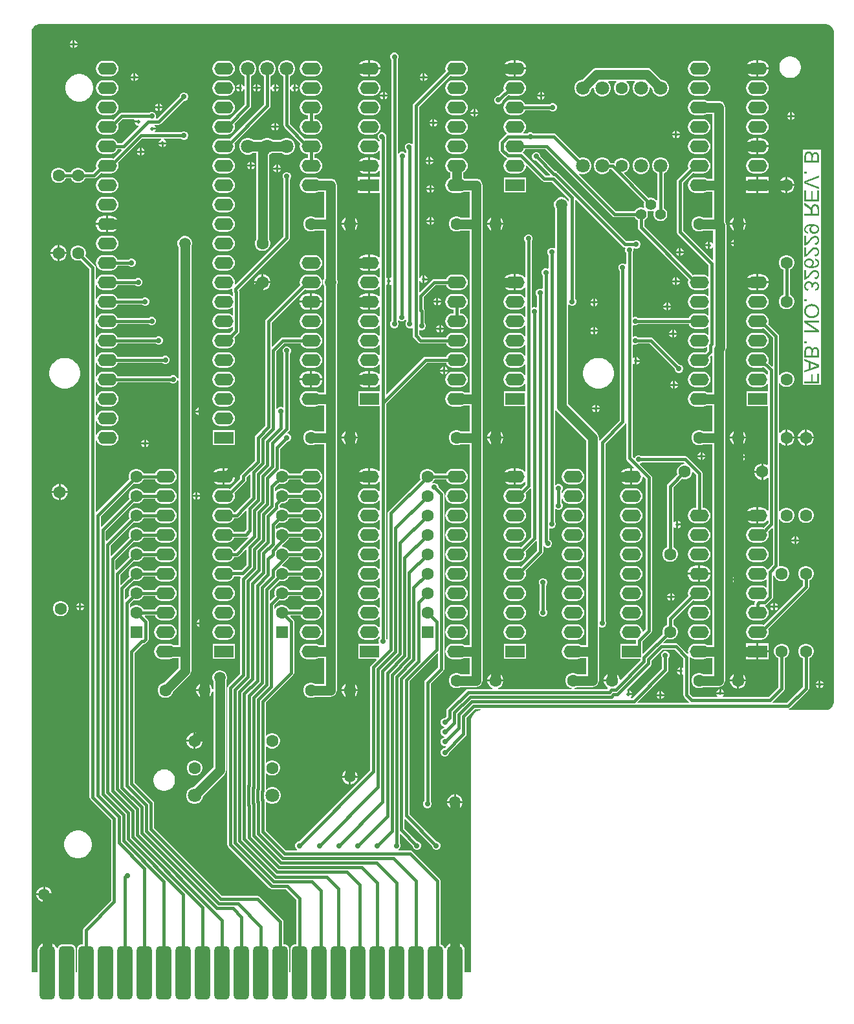
<source format=gbl>
G04*
G04 #@! TF.GenerationSoftware,Altium Limited,Altium Designer,21.1.0 (24)*
G04*
G04 Layer_Physical_Order=2*
G04 Layer_Color=16711680*
%FSLAX25Y25*%
%MOIN*%
G70*
G04*
G04 #@! TF.SameCoordinates,BF14F638-7A53-41FE-949C-024BEFE5BD35*
G04*
G04*
G04 #@! TF.FilePolarity,Positive*
G04*
G01*
G75*
G04:AMPARAMS|DCode=21|XSize=78.74mil|YSize=275.59mil|CornerRadius=19.68mil|HoleSize=0mil|Usage=FLASHONLY|Rotation=0.000|XOffset=0mil|YOffset=0mil|HoleType=Round|Shape=RoundedRectangle|*
%AMROUNDEDRECTD21*
21,1,0.07874,0.23622,0,0,0.0*
21,1,0.03937,0.27559,0,0,0.0*
1,1,0.03937,0.01968,-0.11811*
1,1,0.03937,-0.01968,-0.11811*
1,1,0.03937,-0.01968,0.11811*
1,1,0.03937,0.01968,0.11811*
%
%ADD21ROUNDEDRECTD21*%
%ADD22C,0.05118*%
%ADD23C,0.01575*%
%ADD24C,0.06299*%
%ADD25C,0.07087*%
%ADD26C,0.05512*%
%ADD27R,0.09843X0.06299*%
%ADD28O,0.09843X0.06299*%
%ADD29R,0.06299X0.06299*%
%ADD30C,0.01968*%
%ADD31C,0.02756*%
%ADD32C,0.05906*%
G36*
X300309Y408865D02*
X300309Y408865D01*
X300830Y408517D01*
X301444Y408394D01*
X311836D01*
X312165Y407824D01*
X312824Y407165D01*
X313394Y406836D01*
Y403228D01*
X313394Y403228D01*
X313517Y402614D01*
X313865Y402093D01*
X339550Y376408D01*
X339393Y376028D01*
X339257Y375000D01*
X339393Y373972D01*
X339789Y373014D01*
X340420Y372192D01*
X341243Y371561D01*
X342201Y371164D01*
X343228Y371029D01*
X346772D01*
X347799Y371164D01*
X348757Y371561D01*
X349394Y372050D01*
X349894Y371814D01*
Y368186D01*
X349394Y367950D01*
X348757Y368439D01*
X347799Y368836D01*
X346772Y368971D01*
X343228D01*
X342201Y368836D01*
X341243Y368439D01*
X340420Y367808D01*
X339789Y366986D01*
X339393Y366028D01*
X339257Y365000D01*
X339393Y363972D01*
X339789Y363015D01*
X340420Y362192D01*
X341243Y361561D01*
X342201Y361164D01*
X343228Y361029D01*
X346772D01*
X347799Y361164D01*
X348757Y361561D01*
X349394Y362050D01*
X349894Y361813D01*
Y358187D01*
X349394Y357950D01*
X348757Y358439D01*
X347799Y358836D01*
X346772Y358971D01*
X343228D01*
X342201Y358836D01*
X341243Y358439D01*
X340420Y357808D01*
X339789Y356985D01*
X339632Y356606D01*
X313409D01*
X313179Y356836D01*
X312384Y357165D01*
X311522D01*
X311106Y356993D01*
X310606Y357327D01*
Y390091D01*
X310836Y390321D01*
X311165Y391116D01*
Y391978D01*
X311041Y392279D01*
X311071Y392321D01*
X311444Y392612D01*
X312113Y392335D01*
X312974D01*
X313770Y392664D01*
X314379Y393273D01*
X314709Y394069D01*
Y394931D01*
X314379Y395727D01*
X313770Y396336D01*
X312974Y396665D01*
X312113D01*
X311317Y396336D01*
X311087Y396106D01*
X307435D01*
X271840Y431701D01*
X271319Y432050D01*
X270912Y432130D01*
X263213Y439830D01*
Y440155D01*
X262883Y440951D01*
X262274Y441560D01*
X261478Y441890D01*
X260616D01*
X259821Y441560D01*
X259211Y440951D01*
X258882Y440155D01*
Y439294D01*
X259211Y438498D01*
X259821Y437889D01*
X260616Y437559D01*
X260942D01*
X268230Y430271D01*
X268038Y429810D01*
X265914D01*
X254343Y441381D01*
X254265Y441519D01*
X254252Y441940D01*
X254580Y442192D01*
X255211Y443014D01*
X255368Y443394D01*
X265779D01*
X300309Y408865D01*
D02*
G37*
G36*
X305635Y393365D02*
X305635Y393365D01*
X306156Y393017D01*
X306680Y392912D01*
X306870Y392684D01*
X307007Y392394D01*
X306835Y391978D01*
Y391116D01*
X307164Y390321D01*
X307394Y390091D01*
Y384422D01*
X306894Y384215D01*
X306774Y384336D01*
X305978Y384665D01*
X305117D01*
X304321Y384336D01*
X303712Y383727D01*
X303382Y382931D01*
Y382069D01*
X303712Y381273D01*
X303942Y381043D01*
Y303712D01*
X293875Y293646D01*
X293829Y293648D01*
X293375Y293803D01*
Y295000D01*
X293260Y295874D01*
X292923Y296688D01*
X292387Y297387D01*
X277375Y312398D01*
Y363355D01*
X277875Y363562D01*
X278273Y363164D01*
X279069Y362835D01*
X279931D01*
X280727Y363164D01*
X281336Y363773D01*
X281665Y364569D01*
Y365431D01*
X281336Y366227D01*
X281106Y366457D01*
Y417241D01*
X281568Y417432D01*
X305635Y393365D01*
D02*
G37*
G36*
X339789Y353014D02*
X340420Y352192D01*
X341243Y351561D01*
X342201Y351164D01*
X343228Y351029D01*
X346772D01*
X347799Y351164D01*
X348757Y351561D01*
X349394Y352050D01*
X349894Y351814D01*
Y348186D01*
X349394Y347950D01*
X348757Y348439D01*
X347799Y348836D01*
X346772Y348971D01*
X343228D01*
X342201Y348836D01*
X341243Y348439D01*
X340420Y347808D01*
X339789Y346986D01*
X339393Y346028D01*
X339257Y345000D01*
X339393Y343972D01*
X339789Y343015D01*
X340420Y342192D01*
X341243Y341561D01*
X342201Y341164D01*
X343228Y341029D01*
X346772D01*
X347799Y341164D01*
X348757Y341561D01*
X348812Y341603D01*
X349260Y341382D01*
Y339760D01*
X348179Y338678D01*
X347799Y338836D01*
X346772Y338971D01*
X343228D01*
X342201Y338836D01*
X341243Y338439D01*
X340420Y337808D01*
X339789Y336985D01*
X339393Y336028D01*
X339257Y335000D01*
X339393Y333972D01*
X339789Y333014D01*
X340420Y332192D01*
X341243Y331561D01*
X342201Y331164D01*
X343228Y331029D01*
X346772D01*
X347799Y331164D01*
X348757Y331561D01*
X349580Y332192D01*
X350211Y333014D01*
X350607Y333972D01*
X350743Y335000D01*
X350607Y336028D01*
X350450Y336408D01*
X351163Y337120D01*
X351625Y336929D01*
Y318375D01*
X348840D01*
X348757Y318439D01*
X347799Y318836D01*
X346772Y318971D01*
X343228D01*
X342201Y318836D01*
X341243Y318439D01*
X340420Y317808D01*
X339789Y316986D01*
X339393Y316028D01*
X339257Y315000D01*
X339393Y313972D01*
X339789Y313015D01*
X340420Y312192D01*
X341243Y311561D01*
X342201Y311164D01*
X343228Y311029D01*
X346772D01*
X347799Y311164D01*
X348757Y311561D01*
X348840Y311625D01*
X351625D01*
Y298375D01*
X347028D01*
X346520Y298669D01*
X345518Y298937D01*
X344482D01*
X343480Y298669D01*
X342583Y298150D01*
X341850Y297417D01*
X341331Y296520D01*
X341063Y295518D01*
Y294482D01*
X341331Y293480D01*
X341850Y292583D01*
X342583Y291850D01*
X343480Y291331D01*
X344482Y291063D01*
X345518D01*
X346520Y291331D01*
X347028Y291625D01*
X351625D01*
Y188375D01*
X348840D01*
X348757Y188439D01*
X347799Y188836D01*
X346772Y188971D01*
X343228D01*
X342201Y188836D01*
X341243Y188439D01*
X340420Y187808D01*
X339789Y186986D01*
X339393Y186028D01*
X339257Y185000D01*
X339376Y184102D01*
X338985Y183856D01*
X338931Y183840D01*
X334135Y188635D01*
X333614Y188983D01*
X333000Y189106D01*
X333000Y189106D01*
X326689D01*
X326498Y189568D01*
X328342Y191411D01*
X328480Y191331D01*
X329482Y191063D01*
X330518D01*
X331520Y191331D01*
X332417Y191850D01*
X333150Y192583D01*
X333669Y193480D01*
X333937Y194482D01*
Y195518D01*
X333669Y196520D01*
X333150Y197417D01*
X332417Y198150D01*
X331606Y198619D01*
Y201107D01*
X341821Y211322D01*
X342201Y211164D01*
X343228Y211029D01*
X346772D01*
X347799Y211164D01*
X348757Y211561D01*
X349580Y212192D01*
X350211Y213015D01*
X350607Y213972D01*
X350743Y215000D01*
X350607Y216028D01*
X350211Y216986D01*
X349580Y217808D01*
X348757Y218439D01*
X347799Y218836D01*
X346772Y218971D01*
X343228D01*
X342201Y218836D01*
X341243Y218439D01*
X340420Y217808D01*
X339789Y216986D01*
X339393Y216028D01*
X339257Y215000D01*
X339393Y213972D01*
X339550Y213592D01*
X328865Y202907D01*
X328517Y202386D01*
X328394Y201772D01*
X328394Y201772D01*
Y198619D01*
X327583Y198150D01*
X326850Y197417D01*
X326331Y196520D01*
X326063Y195518D01*
Y194482D01*
X326234Y193845D01*
X316171Y183782D01*
X315709Y183973D01*
Y187207D01*
X315739Y187362D01*
X315739Y187362D01*
Y190016D01*
X320135Y194412D01*
X320483Y194933D01*
X320606Y195547D01*
Y274453D01*
X320483Y275067D01*
X320135Y275588D01*
X320135Y275588D01*
X314864Y280860D01*
X314864Y280860D01*
X314507Y281216D01*
X314625Y281806D01*
X315041Y281979D01*
X315271Y282209D01*
X337168D01*
X337424Y281894D01*
X337226Y281437D01*
X336982D01*
X335980Y281169D01*
X335083Y280650D01*
X334350Y279917D01*
X333831Y279020D01*
X333563Y278018D01*
Y276982D01*
X333806Y276076D01*
X328865Y271135D01*
X328517Y270615D01*
X328394Y270000D01*
X328394Y270000D01*
Y238619D01*
X327583Y238150D01*
X326850Y237417D01*
X326331Y236520D01*
X326063Y235518D01*
Y234482D01*
X326331Y233480D01*
X326850Y232583D01*
X327583Y231850D01*
X328480Y231331D01*
X329482Y231063D01*
X330518D01*
X331520Y231331D01*
X332417Y231850D01*
X333150Y232583D01*
X333669Y233480D01*
X333937Y234482D01*
Y235518D01*
X333669Y236520D01*
X333150Y237417D01*
X332417Y238150D01*
X331606Y238619D01*
Y248776D01*
X332106Y248983D01*
X332495Y248593D01*
X333119Y248335D01*
Y250276D01*
Y252216D01*
X332495Y251958D01*
X332106Y251568D01*
X331606Y251776D01*
Y269335D01*
X336076Y273806D01*
X336982Y273563D01*
X338018D01*
X339020Y273831D01*
X339917Y274350D01*
X340650Y275083D01*
X341169Y275980D01*
X341437Y276982D01*
Y277320D01*
X341899Y277512D01*
X343394Y276016D01*
Y258971D01*
X343228D01*
X342201Y258836D01*
X341243Y258439D01*
X340420Y257808D01*
X339789Y256985D01*
X339393Y256028D01*
X339257Y255000D01*
X339393Y253972D01*
X339789Y253014D01*
X340420Y252192D01*
X341243Y251561D01*
X342201Y251164D01*
X343228Y251029D01*
X346772D01*
X347799Y251164D01*
X348757Y251561D01*
X349580Y252192D01*
X350211Y253014D01*
X350607Y253972D01*
X350743Y255000D01*
X350607Y256028D01*
X350211Y256985D01*
X349580Y257808D01*
X348757Y258439D01*
X347799Y258836D01*
X346772Y258971D01*
X346606D01*
Y276681D01*
X346483Y277296D01*
X346135Y277817D01*
X346135Y277817D01*
X339002Y284950D01*
X338481Y285298D01*
X337867Y285420D01*
X337867Y285420D01*
X315271D01*
X315041Y285650D01*
X314245Y285980D01*
X313384D01*
X312588Y285650D01*
X311979Y285041D01*
X311806Y284625D01*
X311216Y284507D01*
X310606Y285118D01*
Y332756D01*
X311106Y332963D01*
X311260Y332809D01*
X311883Y332551D01*
Y334491D01*
Y336432D01*
X311260Y336173D01*
X311106Y336020D01*
X310606Y336227D01*
Y342673D01*
X311106Y343007D01*
X311522Y342835D01*
X312384D01*
X313179Y343164D01*
X313409Y343394D01*
X319335D01*
X332335Y330395D01*
Y330069D01*
X332664Y329273D01*
X333273Y328664D01*
X334069Y328335D01*
X334931D01*
X335727Y328664D01*
X336336Y329273D01*
X336665Y330069D01*
Y330931D01*
X336336Y331727D01*
X335727Y332336D01*
X334931Y332665D01*
X334605D01*
X321135Y346135D01*
X320615Y346483D01*
X320000Y346606D01*
X320000Y346606D01*
X313409D01*
X313179Y346836D01*
X312384Y347165D01*
X311522D01*
X311106Y346993D01*
X310606Y347327D01*
Y352673D01*
X311106Y353007D01*
X311522Y352835D01*
X312384D01*
X313179Y353164D01*
X313409Y353394D01*
X339632D01*
X339789Y353014D01*
D02*
G37*
G36*
X307394Y302077D02*
Y284453D01*
X307394Y284453D01*
X307517Y283839D01*
X307865Y283318D01*
X311497Y279685D01*
X311290Y279185D01*
X310500D01*
Y275000D01*
Y270815D01*
X311772D01*
X312855Y270957D01*
X313864Y271375D01*
X314731Y272041D01*
X315396Y272907D01*
X315814Y273917D01*
X315901Y274574D01*
X316429Y274753D01*
X317394Y273788D01*
Y196212D01*
X316235Y195053D01*
X315711Y195236D01*
X315607Y196028D01*
X315211Y196985D01*
X314580Y197808D01*
X313757Y198439D01*
X312799Y198836D01*
X311772Y198971D01*
X308228D01*
X307201Y198836D01*
X306243Y198439D01*
X305420Y197808D01*
X304789Y196985D01*
X304393Y196028D01*
X304257Y195000D01*
X304393Y193972D01*
X304789Y193015D01*
X305420Y192192D01*
X306243Y191561D01*
X307201Y191164D01*
X308228Y191029D01*
X311772D01*
X312194Y191085D01*
X312460Y190800D01*
X312528Y190624D01*
Y188937D01*
X304291D01*
Y181063D01*
X314890D01*
Y180480D01*
X304611Y170201D01*
X304150Y170392D01*
Y170546D01*
X303867Y171602D01*
X303321Y172548D01*
X302548Y173320D01*
X301602Y173867D01*
X300546Y174150D01*
X300500D01*
Y170000D01*
X300000D01*
Y169500D01*
X295850D01*
Y169454D01*
X296133Y168398D01*
X296679Y167452D01*
X297452Y166680D01*
X297815Y166470D01*
X297904Y165897D01*
X297644Y165606D01*
X280743D01*
X280678Y166106D01*
X281520Y166331D01*
X282028Y166625D01*
X290000D01*
X290874Y166740D01*
X291688Y167077D01*
X292387Y167613D01*
X292923Y168312D01*
X293260Y169126D01*
X293375Y170000D01*
Y185000D01*
Y197409D01*
X293875Y197622D01*
X294569Y197335D01*
X295431D01*
X296227Y197664D01*
X296836Y198273D01*
X297165Y199069D01*
Y199931D01*
X296836Y200727D01*
X296606Y200957D01*
Y291835D01*
X306683Y301912D01*
X306894Y302229D01*
X307394Y302077D01*
D02*
G37*
G36*
X336894Y181335D02*
Y176951D01*
X336394Y176663D01*
X336000Y176826D01*
Y174885D01*
Y172945D01*
X336394Y173108D01*
X336894Y172820D01*
Y162500D01*
X336894Y162500D01*
X337017Y161885D01*
X337365Y161365D01*
X339710Y159019D01*
X339503Y158519D01*
X313443D01*
X313252Y158981D01*
X328635Y174365D01*
X328635Y174365D01*
X328983Y174885D01*
X329106Y175500D01*
X329106Y175500D01*
Y181543D01*
X329336Y181773D01*
X329665Y182569D01*
Y183431D01*
X329336Y184227D01*
X328727Y184836D01*
X327931Y185165D01*
X327069D01*
X326273Y184836D01*
X325664Y184227D01*
X325335Y183431D01*
Y182569D01*
X325664Y181773D01*
X325894Y181543D01*
Y176165D01*
X310611Y160881D01*
X309841D01*
X309741Y161082D01*
X309687Y161381D01*
X310182Y161876D01*
X310441Y162500D01*
X308500D01*
Y163000D01*
X308000D01*
Y164941D01*
X307898Y164899D01*
X307615Y165322D01*
X319994Y177701D01*
X320342Y178222D01*
X320464Y178836D01*
Y180193D01*
X326165Y185894D01*
X332335D01*
X336894Y181335D01*
D02*
G37*
G36*
X5142Y507839D02*
X410142Y507839D01*
X410555Y507839D01*
X411365Y507678D01*
X412128Y507362D01*
X412815Y506903D01*
X413399Y506319D01*
X413858Y505632D01*
X414174Y504869D01*
X414335Y504059D01*
X414335Y503646D01*
X414335Y158970D01*
X414335Y158567D01*
X414178Y157776D01*
X413869Y157032D01*
X413421Y156361D01*
X412851Y155791D01*
X412181Y155344D01*
X411436Y155035D01*
X410646Y154878D01*
X391315D01*
X391266Y155378D01*
X391528Y155430D01*
X392049Y155778D01*
X401135Y164865D01*
X401135Y164865D01*
X401483Y165385D01*
X401606Y166000D01*
Y181381D01*
X402417Y181850D01*
X403150Y182583D01*
X403669Y183480D01*
X403937Y184482D01*
Y185518D01*
X403669Y186520D01*
X403150Y187417D01*
X402417Y188150D01*
X401520Y188669D01*
X400518Y188937D01*
X399482D01*
X398480Y188669D01*
X397583Y188150D01*
X396850Y187417D01*
X396331Y186520D01*
X396063Y185518D01*
Y184482D01*
X396331Y183480D01*
X396850Y182583D01*
X397583Y181850D01*
X398394Y181381D01*
Y166665D01*
X390248Y158519D01*
X382997D01*
X382790Y159019D01*
X388635Y164865D01*
X388983Y165385D01*
X389106Y166000D01*
X389106Y166000D01*
Y181381D01*
X389917Y181850D01*
X390650Y182583D01*
X391169Y183480D01*
X391437Y184482D01*
Y185518D01*
X391169Y186520D01*
X390650Y187417D01*
X389917Y188150D01*
X389020Y188669D01*
X388018Y188937D01*
X386982D01*
X385980Y188669D01*
X385083Y188150D01*
X384350Y187417D01*
X383831Y186520D01*
X383563Y185518D01*
Y184482D01*
X383831Y183480D01*
X384350Y182583D01*
X385083Y181850D01*
X385894Y181381D01*
Y166665D01*
X380697Y161468D01*
X357355D01*
X357148Y161968D01*
X357556Y162376D01*
X357814Y163000D01*
X353933D01*
X354191Y162376D01*
X354600Y161968D01*
X354393Y161468D01*
X341803D01*
X340106Y163165D01*
Y181813D01*
X340546Y182057D01*
X340589Y182063D01*
X341243Y181561D01*
X342201Y181164D01*
X343228Y181029D01*
X346772D01*
X347799Y181164D01*
X348757Y181561D01*
X348840Y181625D01*
X351625D01*
Y173375D01*
X347028D01*
X346520Y173669D01*
X345518Y173937D01*
X344482D01*
X343480Y173669D01*
X342583Y173150D01*
X341850Y172417D01*
X341331Y171520D01*
X341063Y170518D01*
Y169482D01*
X341331Y168480D01*
X341850Y167583D01*
X342583Y166850D01*
X343480Y166331D01*
X344482Y166063D01*
X345518D01*
X346520Y166331D01*
X347028Y166625D01*
X355000D01*
X355874Y166740D01*
X356688Y167077D01*
X357387Y167613D01*
X357923Y168312D01*
X358260Y169126D01*
X358375Y170000D01*
Y185000D01*
Y295000D01*
Y315000D01*
Y339410D01*
X358557Y339647D01*
X358894Y340461D01*
X359009Y341335D01*
Y404366D01*
X358894Y405240D01*
X358557Y406054D01*
X358375Y406290D01*
Y425000D01*
Y465000D01*
X358260Y465874D01*
X357923Y466688D01*
X357387Y467387D01*
X356688Y467923D01*
X355874Y468260D01*
X355000Y468375D01*
X348840D01*
X348757Y468439D01*
X347799Y468836D01*
X346772Y468971D01*
X343228D01*
X342201Y468836D01*
X341243Y468439D01*
X340420Y467808D01*
X339789Y466986D01*
X339393Y466028D01*
X339257Y465000D01*
X339393Y463972D01*
X339789Y463015D01*
X340420Y462192D01*
X341243Y461561D01*
X342201Y461164D01*
X343228Y461029D01*
X346772D01*
X347799Y461164D01*
X348757Y461561D01*
X348840Y461625D01*
X351625D01*
Y428375D01*
X348840D01*
X348757Y428439D01*
X347799Y428836D01*
X346772Y428971D01*
X343228D01*
X342201Y428836D01*
X341243Y428439D01*
X340420Y427808D01*
X339789Y426986D01*
X339393Y426028D01*
X339257Y425000D01*
X339393Y423972D01*
X339789Y423014D01*
X340420Y422192D01*
X341243Y421561D01*
X342201Y421164D01*
X343228Y421029D01*
X346772D01*
X347799Y421164D01*
X348757Y421561D01*
X348840Y421625D01*
X351625D01*
Y408375D01*
X347028D01*
X346520Y408669D01*
X345518Y408937D01*
X344482D01*
X343480Y408669D01*
X342583Y408150D01*
X341850Y407417D01*
X341331Y406520D01*
X341063Y405518D01*
Y404482D01*
X341331Y403480D01*
X341850Y402583D01*
X342583Y401850D01*
X343480Y401331D01*
X344482Y401063D01*
X345518D01*
X346520Y401331D01*
X347028Y401625D01*
X352258D01*
Y395039D01*
X351759Y394940D01*
X351682Y395124D01*
X351124Y395682D01*
X350500Y395941D01*
Y394000D01*
Y392059D01*
X351124Y392318D01*
X351682Y392876D01*
X351759Y393060D01*
X352258Y392961D01*
Y386666D01*
X351797Y386474D01*
X336606Y401665D01*
Y426107D01*
X341821Y431322D01*
X342201Y431164D01*
X343228Y431029D01*
X346772D01*
X347799Y431164D01*
X348757Y431561D01*
X349580Y432192D01*
X350211Y433014D01*
X350607Y433972D01*
X350743Y435000D01*
X350607Y436028D01*
X350211Y436985D01*
X349580Y437808D01*
X348757Y438439D01*
X347799Y438836D01*
X346772Y438971D01*
X343228D01*
X342201Y438836D01*
X341243Y438439D01*
X340420Y437808D01*
X339789Y436985D01*
X339393Y436028D01*
X339257Y435000D01*
X339393Y433972D01*
X339550Y433592D01*
X333865Y427907D01*
X333517Y427386D01*
X333394Y426772D01*
X333394Y426772D01*
Y401000D01*
X333394Y401000D01*
X333517Y400386D01*
X333865Y399865D01*
X349894Y383835D01*
Y378186D01*
X349394Y377950D01*
X348757Y378439D01*
X347799Y378836D01*
X346772Y378971D01*
X343228D01*
X342201Y378836D01*
X341821Y378678D01*
X316606Y403893D01*
Y406836D01*
X317176Y407165D01*
X317835Y407824D01*
X318302Y408632D01*
X318543Y409534D01*
Y410466D01*
X318320Y411301D01*
X318485Y411515D01*
X318699Y411680D01*
X319533Y411457D01*
X320466D01*
X321301Y411680D01*
X321515Y411515D01*
X321680Y411301D01*
X321457Y410466D01*
Y409534D01*
X321698Y408632D01*
X322165Y407824D01*
X322824Y407165D01*
X323632Y406698D01*
X324534Y406457D01*
X325466D01*
X326368Y406698D01*
X327176Y407165D01*
X327835Y407824D01*
X328302Y408632D01*
X328543Y409534D01*
Y410466D01*
X328302Y411368D01*
X327835Y412176D01*
X327176Y412835D01*
X326606Y413164D01*
Y430947D01*
X326672Y430964D01*
X327659Y431535D01*
X328465Y432341D01*
X329036Y433328D01*
X329331Y434430D01*
Y435570D01*
X329036Y436672D01*
X328465Y437659D01*
X327659Y438465D01*
X326672Y439036D01*
X325570Y439331D01*
X324430D01*
X323328Y439036D01*
X322341Y438465D01*
X321535Y437659D01*
X320964Y436672D01*
X320669Y435570D01*
Y434430D01*
X320964Y433328D01*
X321535Y432341D01*
X322341Y431535D01*
X323328Y430964D01*
X323394Y430947D01*
Y417207D01*
X322894Y417073D01*
X322835Y417176D01*
X322176Y417835D01*
X321368Y418302D01*
X320466Y418543D01*
X319533D01*
X318898Y418373D01*
X306419Y430852D01*
X306600Y431378D01*
X307417Y431850D01*
X308150Y432583D01*
X308669Y433480D01*
X308937Y434482D01*
Y435518D01*
X308669Y436520D01*
X308150Y437417D01*
X307417Y438150D01*
X306520Y438669D01*
X305518Y438937D01*
X304482D01*
X303480Y438669D01*
X302583Y438150D01*
X301850Y437417D01*
X301331Y436520D01*
X301288Y436358D01*
X300890Y436208D01*
X300276Y436330D01*
X300275Y436330D01*
X299127D01*
X299036Y436672D01*
X298465Y437659D01*
X297659Y438465D01*
X296672Y439036D01*
X295570Y439331D01*
X294430D01*
X293328Y439036D01*
X292341Y438465D01*
X291535Y437659D01*
X290964Y436672D01*
X290669Y435570D01*
Y434430D01*
X290964Y433328D01*
X291535Y432341D01*
X292341Y431535D01*
X293328Y430964D01*
X294430Y430669D01*
X295570D01*
X296672Y430964D01*
X297659Y431535D01*
X298465Y432341D01*
X298915Y433119D01*
X299610D01*
X316627Y416102D01*
X316457Y415466D01*
Y414534D01*
X316680Y413699D01*
X316515Y413485D01*
X316301Y413320D01*
X315466Y413543D01*
X314533D01*
X313632Y413302D01*
X312824Y412835D01*
X312165Y412176D01*
X311836Y411606D01*
X302109D01*
X283246Y430469D01*
X283505Y430917D01*
X284430Y430669D01*
X285570D01*
X286672Y430964D01*
X287659Y431535D01*
X288465Y432341D01*
X289036Y433328D01*
X289331Y434430D01*
Y435570D01*
X289036Y436672D01*
X288465Y437659D01*
X287659Y438465D01*
X286672Y439036D01*
X285570Y439331D01*
X284430D01*
X283328Y439036D01*
X283269Y439001D01*
X271135Y451135D01*
X270615Y451483D01*
X270000Y451606D01*
X270000Y451606D01*
X259457D01*
X259227Y451836D01*
X258431Y452165D01*
X257569D01*
X256773Y451836D01*
X256543Y451606D01*
X254593D01*
X254432Y452079D01*
X254580Y452192D01*
X255211Y453015D01*
X255607Y453972D01*
X255743Y455000D01*
X255607Y456028D01*
X255211Y456986D01*
X254580Y457808D01*
X253757Y458439D01*
X252799Y458836D01*
X251772Y458971D01*
X248228D01*
X247201Y458836D01*
X246243Y458439D01*
X245420Y457808D01*
X244789Y456986D01*
X244393Y456028D01*
X244257Y455000D01*
X244393Y453972D01*
X244789Y453015D01*
X245420Y452192D01*
X245765Y451927D01*
X245771Y451913D01*
X245713Y451337D01*
X245412Y451135D01*
X242369Y448092D01*
X242021Y447571D01*
X241898Y446957D01*
X241898Y446957D01*
Y443043D01*
X241898Y443043D01*
X242021Y442429D01*
X242369Y441908D01*
X245136Y439140D01*
X245136Y439140D01*
X245657Y438792D01*
X245835Y438757D01*
X245960Y438222D01*
X245420Y437808D01*
X244789Y436985D01*
X244393Y436028D01*
X244257Y435000D01*
X244393Y433972D01*
X244789Y433014D01*
X245420Y432192D01*
X246243Y431561D01*
X247201Y431164D01*
X248228Y431029D01*
X251772D01*
X252799Y431164D01*
X253757Y431561D01*
X254580Y432192D01*
X255211Y433014D01*
X255607Y433972D01*
X255712Y434764D01*
X256235Y434947D01*
X264114Y427069D01*
X264114Y427069D01*
X264635Y426720D01*
X265249Y426598D01*
X265249Y426598D01*
X269061D01*
X277894Y417765D01*
Y416735D01*
X277394Y416601D01*
X276993Y417297D01*
X276296Y417993D01*
X275444Y418485D01*
X274492Y418740D01*
X273508D01*
X272556Y418485D01*
X271704Y417993D01*
X271007Y417297D01*
X270515Y416444D01*
X270260Y415492D01*
Y414508D01*
X270515Y413556D01*
X270625Y413366D01*
Y392591D01*
X270125Y392378D01*
X269431Y392665D01*
X268569D01*
X267773Y392336D01*
X267164Y391727D01*
X266835Y390931D01*
Y390069D01*
X267164Y389273D01*
X267394Y389043D01*
Y382307D01*
X266894Y381973D01*
X266431Y382165D01*
X265569D01*
X264773Y381836D01*
X264164Y381227D01*
X263835Y380431D01*
Y379569D01*
X264164Y378773D01*
X264394Y378543D01*
Y371807D01*
X263894Y371473D01*
X263431Y371665D01*
X262569D01*
X261773Y371336D01*
X261164Y370727D01*
X260835Y369931D01*
Y369069D01*
X261164Y368273D01*
X261394Y368043D01*
Y362307D01*
X260894Y361973D01*
X260431Y362165D01*
X259569D01*
X259153Y361993D01*
X258653Y362327D01*
Y395915D01*
X258924Y396185D01*
X259253Y396981D01*
Y397843D01*
X258924Y398639D01*
X258314Y399248D01*
X257519Y399577D01*
X256657D01*
X255861Y399248D01*
X255252Y398639D01*
X254923Y397843D01*
Y396981D01*
X255252Y396185D01*
X255442Y395996D01*
Y377855D01*
X254942Y377685D01*
X254731Y377959D01*
X253864Y378625D01*
X252855Y379043D01*
X251772Y379185D01*
X250500D01*
Y375000D01*
Y370815D01*
X251772D01*
X252855Y370957D01*
X253864Y371375D01*
X254731Y372041D01*
X254942Y372315D01*
X255442Y372145D01*
Y367506D01*
X254942Y367336D01*
X254580Y367808D01*
X253757Y368439D01*
X252799Y368836D01*
X251772Y368971D01*
X248228D01*
X247201Y368836D01*
X246243Y368439D01*
X245420Y367808D01*
X244789Y366986D01*
X244393Y366028D01*
X244257Y365000D01*
X244393Y363972D01*
X244789Y363015D01*
X245420Y362192D01*
X246243Y361561D01*
X247201Y361164D01*
X248228Y361029D01*
X251772D01*
X252799Y361164D01*
X253757Y361561D01*
X254580Y362192D01*
X254942Y362664D01*
X255442Y362494D01*
Y357506D01*
X254942Y357336D01*
X254580Y357808D01*
X253757Y358439D01*
X252799Y358836D01*
X251772Y358971D01*
X248228D01*
X247201Y358836D01*
X246243Y358439D01*
X245420Y357808D01*
X244789Y356985D01*
X244393Y356028D01*
X244257Y355000D01*
X244393Y353972D01*
X244789Y353014D01*
X245420Y352192D01*
X246243Y351561D01*
X247201Y351164D01*
X248228Y351029D01*
X251772D01*
X252799Y351164D01*
X253757Y351561D01*
X254580Y352192D01*
X254942Y352664D01*
X255442Y352494D01*
Y347506D01*
X254942Y347336D01*
X254580Y347808D01*
X253757Y348439D01*
X252799Y348836D01*
X251772Y348971D01*
X248228D01*
X247201Y348836D01*
X246243Y348439D01*
X245420Y347808D01*
X244789Y346986D01*
X244393Y346028D01*
X244257Y345000D01*
X244393Y343972D01*
X244789Y343015D01*
X245420Y342192D01*
X246243Y341561D01*
X247201Y341164D01*
X248228Y341029D01*
X251772D01*
X252799Y341164D01*
X253757Y341561D01*
X254580Y342192D01*
X254942Y342664D01*
X255442Y342494D01*
Y337506D01*
X254942Y337336D01*
X254580Y337808D01*
X253757Y338439D01*
X252799Y338836D01*
X251772Y338971D01*
X248228D01*
X247201Y338836D01*
X246243Y338439D01*
X245420Y337808D01*
X244789Y336985D01*
X244393Y336028D01*
X244257Y335000D01*
X244393Y333972D01*
X244789Y333014D01*
X245420Y332192D01*
X246243Y331561D01*
X247201Y331164D01*
X248228Y331029D01*
X251772D01*
X252799Y331164D01*
X253757Y331561D01*
X254580Y332192D01*
X254942Y332664D01*
X255442Y332494D01*
Y327506D01*
X254942Y327336D01*
X254580Y327808D01*
X253757Y328439D01*
X252799Y328836D01*
X251772Y328971D01*
X248228D01*
X247201Y328836D01*
X246243Y328439D01*
X245420Y327808D01*
X244789Y326986D01*
X244393Y326028D01*
X244257Y325000D01*
X244393Y323972D01*
X244789Y323014D01*
X245420Y322192D01*
X246243Y321561D01*
X247201Y321164D01*
X248228Y321029D01*
X251772D01*
X252799Y321164D01*
X253757Y321561D01*
X254580Y322192D01*
X254942Y322664D01*
X255442Y322494D01*
Y318937D01*
X244291D01*
Y311063D01*
X255442D01*
Y277855D01*
X254942Y277685D01*
X254731Y277959D01*
X253864Y278625D01*
X252855Y279043D01*
X251772Y279185D01*
X250500D01*
Y275000D01*
Y270815D01*
X251772D01*
X252855Y270957D01*
X253864Y271375D01*
X254731Y272041D01*
X254942Y272315D01*
X255442Y272145D01*
Y270941D01*
X253179Y268678D01*
X252799Y268836D01*
X251772Y268971D01*
X248228D01*
X247201Y268836D01*
X246243Y268439D01*
X245420Y267808D01*
X244789Y266986D01*
X244393Y266028D01*
X244257Y265000D01*
X244393Y263972D01*
X244789Y263015D01*
X245420Y262192D01*
X246243Y261561D01*
X247201Y261164D01*
X248228Y261029D01*
X251772D01*
X252799Y261164D01*
X253757Y261561D01*
X254580Y262192D01*
X255211Y263015D01*
X255607Y263972D01*
X255743Y265000D01*
X255607Y266028D01*
X255450Y266408D01*
X257894Y268852D01*
X258394Y268645D01*
Y243893D01*
X253179Y238678D01*
X252799Y238836D01*
X251772Y238971D01*
X248228D01*
X247201Y238836D01*
X246243Y238439D01*
X245420Y237808D01*
X244789Y236985D01*
X244393Y236028D01*
X244257Y235000D01*
X244393Y233972D01*
X244789Y233014D01*
X245420Y232192D01*
X246243Y231561D01*
X247201Y231164D01*
X248228Y231029D01*
X251772D01*
X252799Y231164D01*
X253757Y231561D01*
X254580Y232192D01*
X255211Y233014D01*
X255607Y233972D01*
X255743Y235000D01*
X255607Y236028D01*
X255450Y236408D01*
X260894Y241852D01*
X261394Y241645D01*
Y236893D01*
X253179Y228678D01*
X252799Y228836D01*
X251772Y228971D01*
X248228D01*
X247201Y228836D01*
X246243Y228439D01*
X245420Y227808D01*
X244789Y226986D01*
X244393Y226028D01*
X244257Y225000D01*
X244393Y223972D01*
X244789Y223014D01*
X245420Y222192D01*
X246243Y221561D01*
X247201Y221164D01*
X248228Y221029D01*
X251772D01*
X252799Y221164D01*
X253757Y221561D01*
X254580Y222192D01*
X255211Y223014D01*
X255607Y223972D01*
X255743Y225000D01*
X255607Y226028D01*
X255450Y226408D01*
X264135Y235093D01*
X264135Y235093D01*
X264483Y235614D01*
X264606Y236228D01*
Y239316D01*
X265106Y239415D01*
X265164Y239273D01*
X265773Y238664D01*
X266569Y238335D01*
X267431D01*
X268227Y238664D01*
X268836Y239273D01*
X269165Y240069D01*
Y240931D01*
X268836Y241727D01*
X268227Y242336D01*
X267606Y242593D01*
Y248193D01*
X268106Y248527D01*
X268569Y248335D01*
X269431D01*
X270227Y248664D01*
X270836Y249273D01*
X271165Y250069D01*
Y250931D01*
X270836Y251727D01*
X270606Y251957D01*
Y258125D01*
X271106Y258332D01*
X271273Y258164D01*
X272069Y257835D01*
X272931D01*
X273727Y258164D01*
X274336Y258773D01*
X274665Y259569D01*
Y260431D01*
X274336Y261227D01*
X274106Y261457D01*
Y263359D01*
X274606Y263458D01*
X274789Y263015D01*
X275420Y262192D01*
X276243Y261561D01*
X277201Y261164D01*
X278228Y261029D01*
X281772D01*
X282799Y261164D01*
X283757Y261561D01*
X284580Y262192D01*
X285211Y263015D01*
X285607Y263972D01*
X285743Y265000D01*
X285607Y266028D01*
X285211Y266986D01*
X284580Y267808D01*
X283757Y268439D01*
X282799Y268836D01*
X281772Y268971D01*
X278228D01*
X277201Y268836D01*
X276243Y268439D01*
X275420Y267808D01*
X274789Y266986D01*
X274606Y266542D01*
X274106Y266641D01*
Y267543D01*
X274336Y267773D01*
X274665Y268569D01*
Y269431D01*
X274336Y270227D01*
X273727Y270836D01*
X272931Y271165D01*
X272069D01*
X271273Y270836D01*
X271106Y270668D01*
X270606Y270875D01*
Y308966D01*
X271051Y309276D01*
X271106Y309275D01*
X271613Y308613D01*
X286625Y293602D01*
Y188375D01*
X283840D01*
X283757Y188439D01*
X282799Y188836D01*
X281772Y188971D01*
X278228D01*
X277201Y188836D01*
X276243Y188439D01*
X275420Y187808D01*
X274789Y186986D01*
X274393Y186028D01*
X274257Y185000D01*
X274393Y183972D01*
X274789Y183015D01*
X275420Y182192D01*
X276243Y181561D01*
X277201Y181164D01*
X278228Y181029D01*
X281772D01*
X282799Y181164D01*
X283757Y181561D01*
X283840Y181625D01*
X286625D01*
Y173375D01*
X282028D01*
X281520Y173669D01*
X280518Y173937D01*
X279482D01*
X278480Y173669D01*
X277583Y173150D01*
X276850Y172417D01*
X276331Y171520D01*
X276063Y170518D01*
Y169482D01*
X276331Y168480D01*
X276850Y167583D01*
X277583Y166850D01*
X278480Y166331D01*
X279323Y166106D01*
X279257Y165606D01*
X241565D01*
X241499Y166106D01*
X241602Y166133D01*
X242548Y166680D01*
X243320Y167452D01*
X243867Y168398D01*
X244150Y169454D01*
Y169500D01*
X240000D01*
X235850D01*
Y169454D01*
X236133Y168398D01*
X236680Y167452D01*
X237452Y166680D01*
X238398Y166133D01*
X238501Y166106D01*
X238435Y165606D01*
X225978D01*
X225978Y165606D01*
X225364Y165483D01*
X224843Y165135D01*
X224843Y165135D01*
X215278Y155571D01*
X214930Y155050D01*
X214808Y154435D01*
X214808Y154435D01*
Y151578D01*
X213895Y150665D01*
X213569D01*
X212773Y150336D01*
X212164Y149727D01*
X211835Y148931D01*
Y148069D01*
X212164Y147273D01*
X212773Y146664D01*
X213479Y146372D01*
X213655Y146033D01*
X213712Y145835D01*
X213593Y145665D01*
X213569D01*
X212773Y145336D01*
X212164Y144727D01*
X211835Y143931D01*
Y143069D01*
X212164Y142273D01*
X212773Y141664D01*
X213479Y141372D01*
X213655Y141033D01*
X213712Y140835D01*
X213593Y140665D01*
X213569D01*
X212773Y140336D01*
X212164Y139727D01*
X211835Y138931D01*
Y138069D01*
X212164Y137273D01*
X212773Y136664D01*
X213569Y136335D01*
X214357D01*
X214504Y136136D01*
X214602Y135873D01*
X213895Y135165D01*
X213569D01*
X212773Y134836D01*
X212164Y134227D01*
X211835Y133431D01*
Y132569D01*
X212164Y131773D01*
X212773Y131164D01*
X213569Y130835D01*
X214431D01*
X215227Y131164D01*
X215836Y131773D01*
X216165Y132569D01*
Y132895D01*
X224635Y141365D01*
X224983Y141885D01*
X225106Y142500D01*
X225106Y142500D01*
Y150835D01*
X229578Y155308D01*
X232471D01*
X232521Y154808D01*
X231691Y154643D01*
X231598Y154604D01*
X231500Y154585D01*
X230593Y154209D01*
X230510Y154154D01*
X230417Y154115D01*
X229602Y153570D01*
X229531Y153499D01*
X229447Y153443D01*
X228753Y152750D01*
X228698Y152666D01*
X228627Y152595D01*
X228082Y151780D01*
X228043Y151687D01*
X227988Y151603D01*
X227612Y150697D01*
X227592Y150599D01*
X227554Y150506D01*
X227363Y149544D01*
Y149468D01*
X227344Y149395D01*
X227320Y148904D01*
X227324Y148879D01*
X227319Y148854D01*
X227319Y19803D01*
X224132D01*
Y31496D01*
X224030Y32271D01*
X223731Y32993D01*
X223255Y33613D01*
X222635Y34089D01*
X221913Y34388D01*
X221138Y34490D01*
X217201D01*
X216426Y34388D01*
X215704Y34089D01*
X215084Y33613D01*
X214608Y32993D01*
X214309Y32271D01*
X213907Y32225D01*
X213803Y32263D01*
X213545Y32886D01*
X213103Y33462D01*
X212528Y33903D01*
X211857Y34181D01*
X211606Y34214D01*
Y67000D01*
X211606Y67000D01*
X211483Y67615D01*
X211135Y68135D01*
X197135Y82135D01*
X196615Y82483D01*
X196000Y82606D01*
X196000Y82606D01*
X190184D01*
X190085Y83106D01*
X190227Y83164D01*
X190836Y83773D01*
X191165Y84569D01*
Y85431D01*
X190836Y86227D01*
X190606Y86457D01*
Y90970D01*
X191068Y91162D01*
X197335Y84895D01*
Y84569D01*
X197664Y83773D01*
X198273Y83164D01*
X199069Y82835D01*
X199931D01*
X200727Y83164D01*
X201336Y83773D01*
X201665Y84569D01*
Y85431D01*
X201336Y86227D01*
X200727Y86836D01*
X199931Y87165D01*
X199605D01*
X192968Y93803D01*
Y98608D01*
X193430Y98800D01*
X207335Y84895D01*
Y84569D01*
X207664Y83773D01*
X208273Y83164D01*
X209069Y82835D01*
X209931D01*
X210727Y83164D01*
X211336Y83773D01*
X211665Y84569D01*
Y85431D01*
X211336Y86227D01*
X210727Y86836D01*
X209931Y87165D01*
X209605D01*
X195606Y101165D01*
Y169652D01*
X209932Y183979D01*
X210394Y183788D01*
Y176665D01*
X203865Y170135D01*
X203517Y169615D01*
X203394Y169000D01*
X203394Y169000D01*
Y107957D01*
X203164Y107727D01*
X202835Y106931D01*
Y106069D01*
X203164Y105273D01*
X203773Y104664D01*
X204569Y104335D01*
X205431D01*
X206227Y104664D01*
X206836Y105273D01*
X207165Y106069D01*
Y106931D01*
X206836Y107727D01*
X206606Y107957D01*
Y168335D01*
X213135Y174865D01*
X213135Y174865D01*
X213483Y175385D01*
X213606Y176000D01*
Y184628D01*
X213692Y185063D01*
X213692Y185064D01*
Y265913D01*
X213570Y266528D01*
X213222Y267049D01*
X213222Y267049D01*
X210665Y269605D01*
Y269931D01*
X210336Y270727D01*
X209727Y271336D01*
X208931Y271665D01*
X208069D01*
X207849Y271574D01*
X207566Y271998D01*
X208150Y272583D01*
X208619Y273394D01*
X214632D01*
X214789Y273014D01*
X215420Y272192D01*
X216243Y271561D01*
X217201Y271164D01*
X218228Y271029D01*
X221772D01*
X222799Y271164D01*
X223757Y271561D01*
X224580Y272192D01*
X225211Y273014D01*
X225607Y273972D01*
X225743Y275000D01*
X225607Y276028D01*
X225211Y276986D01*
X224580Y277808D01*
X223757Y278439D01*
X222799Y278836D01*
X221772Y278971D01*
X218228D01*
X217201Y278836D01*
X216243Y278439D01*
X215420Y277808D01*
X214789Y276986D01*
X214632Y276606D01*
X208619D01*
X208150Y277417D01*
X207417Y278150D01*
X206520Y278669D01*
X205518Y278937D01*
X204482D01*
X203480Y278669D01*
X202583Y278150D01*
X201850Y277417D01*
X201331Y276520D01*
X201063Y275518D01*
Y274482D01*
X201306Y273576D01*
X184967Y257238D01*
X184619Y256717D01*
X184497Y256102D01*
X184497Y256102D01*
Y191213D01*
X183997Y191113D01*
X183836Y191502D01*
X183606Y191732D01*
Y312335D01*
X204665Y333394D01*
X214632D01*
X214789Y333014D01*
X215420Y332192D01*
X216243Y331561D01*
X217201Y331164D01*
X218228Y331029D01*
X221772D01*
X222799Y331164D01*
X223757Y331561D01*
X224580Y332192D01*
X225211Y333014D01*
X225607Y333972D01*
X225743Y335000D01*
X225607Y336028D01*
X225211Y336985D01*
X224580Y337808D01*
X223757Y338439D01*
X222799Y338836D01*
X221772Y338971D01*
X218228D01*
X217201Y338836D01*
X216243Y338439D01*
X215420Y337808D01*
X214789Y336985D01*
X214632Y336606D01*
X204000D01*
X204000Y336606D01*
X203385Y336483D01*
X202865Y336135D01*
X202865Y336135D01*
X184068Y317338D01*
X183606Y317530D01*
Y373435D01*
X184106Y373723D01*
X184500Y373559D01*
Y375500D01*
Y377441D01*
X184106Y377277D01*
X183606Y377565D01*
Y449425D01*
X183665Y449569D01*
Y450431D01*
X183336Y451227D01*
X182727Y451836D01*
X181931Y452165D01*
X181069D01*
X180273Y451836D01*
X179664Y451227D01*
X179335Y450431D01*
Y449569D01*
X179664Y448773D01*
X180273Y448164D01*
X180394Y448114D01*
Y447567D01*
X179894Y447398D01*
X179580Y447808D01*
X178757Y448439D01*
X177799Y448836D01*
X176772Y448971D01*
X173228D01*
X172201Y448836D01*
X171243Y448439D01*
X170420Y447808D01*
X169789Y446985D01*
X169393Y446028D01*
X169257Y445000D01*
X169393Y443972D01*
X169789Y443014D01*
X170420Y442192D01*
X171243Y441561D01*
X172201Y441164D01*
X173228Y441029D01*
X176772D01*
X177799Y441164D01*
X178757Y441561D01*
X179580Y442192D01*
X179894Y442602D01*
X180394Y442433D01*
Y437873D01*
X179921Y437712D01*
X179731Y437959D01*
X178864Y438625D01*
X177855Y439043D01*
X176772Y439185D01*
X175500D01*
Y435000D01*
Y430815D01*
X176772D01*
X177855Y430957D01*
X178864Y431375D01*
X179731Y432041D01*
X179921Y432288D01*
X180394Y432127D01*
Y429150D01*
X175500D01*
Y425000D01*
Y420850D01*
X180394D01*
Y387873D01*
X179921Y387712D01*
X179731Y387960D01*
X178864Y388625D01*
X177855Y389043D01*
X176772Y389185D01*
X175500D01*
Y385000D01*
Y380815D01*
X176772D01*
X177855Y380957D01*
X178864Y381375D01*
X179731Y382041D01*
X179921Y382288D01*
X180394Y382127D01*
Y377567D01*
X179894Y377398D01*
X179580Y377808D01*
X178757Y378439D01*
X177799Y378836D01*
X176772Y378971D01*
X173228D01*
X172201Y378836D01*
X171243Y378439D01*
X170420Y377808D01*
X169789Y376986D01*
X169393Y376028D01*
X169257Y375000D01*
X169393Y373972D01*
X169789Y373014D01*
X170420Y372192D01*
X171243Y371561D01*
X172201Y371164D01*
X173228Y371029D01*
X176772D01*
X177799Y371164D01*
X178757Y371561D01*
X179580Y372192D01*
X179894Y372602D01*
X180394Y372433D01*
Y367873D01*
X179921Y367712D01*
X179731Y367959D01*
X178864Y368625D01*
X177855Y369043D01*
X176772Y369185D01*
X175500D01*
Y365000D01*
Y360815D01*
X176772D01*
X177855Y360957D01*
X178864Y361375D01*
X179731Y362040D01*
X179921Y362288D01*
X180394Y362127D01*
Y357567D01*
X179894Y357398D01*
X179580Y357808D01*
X178757Y358439D01*
X177799Y358836D01*
X176772Y358971D01*
X173228D01*
X172201Y358836D01*
X171243Y358439D01*
X170420Y357808D01*
X169789Y356985D01*
X169393Y356028D01*
X169257Y355000D01*
X169393Y353972D01*
X169789Y353014D01*
X170420Y352192D01*
X171243Y351561D01*
X172201Y351164D01*
X173228Y351029D01*
X176772D01*
X177799Y351164D01*
X178757Y351561D01*
X179580Y352192D01*
X179894Y352602D01*
X180394Y352433D01*
Y347567D01*
X179894Y347398D01*
X179580Y347808D01*
X178757Y348439D01*
X177799Y348836D01*
X176772Y348971D01*
X173228D01*
X172201Y348836D01*
X171243Y348439D01*
X170420Y347808D01*
X169789Y346986D01*
X169393Y346028D01*
X169257Y345000D01*
X169393Y343972D01*
X169789Y343015D01*
X170420Y342192D01*
X171243Y341561D01*
X172201Y341164D01*
X173228Y341029D01*
X176772D01*
X177799Y341164D01*
X178757Y341561D01*
X179580Y342192D01*
X179894Y342602D01*
X180394Y342433D01*
Y337567D01*
X179894Y337398D01*
X179580Y337808D01*
X178757Y338439D01*
X177799Y338836D01*
X176772Y338971D01*
X173228D01*
X172201Y338836D01*
X171243Y338439D01*
X170420Y337808D01*
X169789Y336985D01*
X169393Y336028D01*
X169257Y335000D01*
X169393Y333972D01*
X169789Y333014D01*
X170420Y332192D01*
X171243Y331561D01*
X172201Y331164D01*
X173228Y331029D01*
X176772D01*
X177799Y331164D01*
X178757Y331561D01*
X179580Y332192D01*
X179894Y332602D01*
X180394Y332433D01*
Y327873D01*
X179921Y327712D01*
X179731Y327959D01*
X178864Y328625D01*
X177855Y329043D01*
X176772Y329185D01*
X175500D01*
Y325000D01*
Y320815D01*
X176772D01*
X177855Y320957D01*
X178864Y321375D01*
X179731Y322041D01*
X179921Y322288D01*
X180394Y322127D01*
Y318937D01*
X169291D01*
Y311063D01*
X180394D01*
Y277873D01*
X179921Y277712D01*
X179731Y277959D01*
X178864Y278625D01*
X177855Y279043D01*
X176772Y279185D01*
X175500D01*
Y275000D01*
Y270815D01*
X176772D01*
X177855Y270957D01*
X178864Y271375D01*
X179731Y272041D01*
X179921Y272288D01*
X180394Y272127D01*
Y267567D01*
X179894Y267398D01*
X179580Y267808D01*
X178757Y268439D01*
X177799Y268836D01*
X176772Y268971D01*
X173228D01*
X172201Y268836D01*
X171243Y268439D01*
X170420Y267808D01*
X169789Y266986D01*
X169393Y266028D01*
X169257Y265000D01*
X169393Y263972D01*
X169789Y263015D01*
X170420Y262192D01*
X171243Y261561D01*
X172201Y261164D01*
X173228Y261029D01*
X176772D01*
X177799Y261164D01*
X178757Y261561D01*
X179580Y262192D01*
X179894Y262602D01*
X180394Y262433D01*
Y257567D01*
X179894Y257398D01*
X179580Y257808D01*
X178757Y258439D01*
X177799Y258836D01*
X176772Y258971D01*
X173228D01*
X172201Y258836D01*
X171243Y258439D01*
X170420Y257808D01*
X169789Y256985D01*
X169393Y256028D01*
X169257Y255000D01*
X169393Y253972D01*
X169789Y253014D01*
X170420Y252192D01*
X171243Y251561D01*
X172201Y251164D01*
X173228Y251029D01*
X176772D01*
X177799Y251164D01*
X178757Y251561D01*
X179580Y252192D01*
X179894Y252602D01*
X180394Y252433D01*
Y247567D01*
X179894Y247398D01*
X179580Y247808D01*
X178757Y248439D01*
X177799Y248836D01*
X176772Y248971D01*
X173228D01*
X172201Y248836D01*
X171243Y248439D01*
X170420Y247808D01*
X169789Y246986D01*
X169393Y246028D01*
X169257Y245000D01*
X169393Y243972D01*
X169789Y243015D01*
X170420Y242192D01*
X171243Y241561D01*
X172201Y241164D01*
X173228Y241029D01*
X176772D01*
X177799Y241164D01*
X178757Y241561D01*
X179580Y242192D01*
X179894Y242602D01*
X180394Y242433D01*
Y237567D01*
X179894Y237398D01*
X179580Y237808D01*
X178757Y238439D01*
X177799Y238836D01*
X176772Y238971D01*
X173228D01*
X172201Y238836D01*
X171243Y238439D01*
X170420Y237808D01*
X169789Y236985D01*
X169393Y236028D01*
X169257Y235000D01*
X169393Y233972D01*
X169789Y233014D01*
X170420Y232192D01*
X171243Y231561D01*
X172201Y231164D01*
X173228Y231029D01*
X176772D01*
X177799Y231164D01*
X178757Y231561D01*
X179580Y232192D01*
X179894Y232602D01*
X180394Y232433D01*
Y227567D01*
X179894Y227398D01*
X179580Y227808D01*
X178757Y228439D01*
X177799Y228836D01*
X176772Y228971D01*
X173228D01*
X172201Y228836D01*
X171243Y228439D01*
X170420Y227808D01*
X169789Y226986D01*
X169393Y226028D01*
X169257Y225000D01*
X169393Y223972D01*
X169789Y223014D01*
X170420Y222192D01*
X171243Y221561D01*
X172201Y221164D01*
X173228Y221029D01*
X176772D01*
X177799Y221164D01*
X178757Y221561D01*
X179580Y222192D01*
X179894Y222602D01*
X180394Y222433D01*
Y217567D01*
X179894Y217398D01*
X179580Y217808D01*
X178757Y218439D01*
X177799Y218836D01*
X176772Y218971D01*
X173228D01*
X172201Y218836D01*
X171243Y218439D01*
X170420Y217808D01*
X169789Y216986D01*
X169393Y216028D01*
X169257Y215000D01*
X169393Y213972D01*
X169789Y213015D01*
X170420Y212192D01*
X171243Y211561D01*
X172201Y211164D01*
X173228Y211029D01*
X176772D01*
X177799Y211164D01*
X178757Y211561D01*
X179580Y212192D01*
X179894Y212602D01*
X180394Y212433D01*
Y207567D01*
X179894Y207398D01*
X179580Y207808D01*
X178757Y208439D01*
X177799Y208836D01*
X176772Y208971D01*
X173228D01*
X172201Y208836D01*
X171243Y208439D01*
X170420Y207808D01*
X169789Y206985D01*
X169393Y206028D01*
X169257Y205000D01*
X169393Y203972D01*
X169789Y203014D01*
X170420Y202192D01*
X171243Y201561D01*
X172201Y201164D01*
X173228Y201029D01*
X176772D01*
X177799Y201164D01*
X178757Y201561D01*
X179580Y202192D01*
X179894Y202602D01*
X180394Y202433D01*
Y197567D01*
X179894Y197398D01*
X179580Y197808D01*
X178757Y198439D01*
X177799Y198836D01*
X176772Y198971D01*
X173228D01*
X172201Y198836D01*
X171243Y198439D01*
X170420Y197808D01*
X169789Y196985D01*
X169393Y196028D01*
X169257Y195000D01*
X169393Y193972D01*
X169789Y193015D01*
X170420Y192192D01*
X171243Y191561D01*
X172201Y191164D01*
X173228Y191029D01*
X176772D01*
X177799Y191164D01*
X178757Y191561D01*
X179580Y192192D01*
X179894Y192602D01*
X180394Y192433D01*
Y191732D01*
X180164Y191502D01*
X179835Y190706D01*
Y189845D01*
X180004Y189437D01*
X179669Y188937D01*
X169291D01*
Y181063D01*
X178437D01*
X178628Y180601D01*
X176054Y178026D01*
X175706Y177506D01*
X175583Y176891D01*
X175583Y176891D01*
Y123854D01*
X138895Y87165D01*
X138569D01*
X137773Y86836D01*
X137164Y86227D01*
X136835Y85431D01*
Y84569D01*
X137164Y83773D01*
X137773Y83164D01*
X137915Y83106D01*
X137816Y82606D01*
X132006D01*
X121641Y92970D01*
Y107384D01*
X122103Y107576D01*
X122341Y107338D01*
X123328Y106768D01*
X124430Y106473D01*
X125570D01*
X126672Y106768D01*
X127659Y107338D01*
X128465Y108144D01*
X129036Y109132D01*
X129331Y110233D01*
Y111373D01*
X129036Y112475D01*
X128465Y113462D01*
X127659Y114269D01*
X126672Y114839D01*
X125570Y115134D01*
X124430D01*
X123328Y114839D01*
X122341Y114269D01*
X122103Y114031D01*
X121641Y114222D01*
Y122084D01*
X122141Y122291D01*
X122583Y121850D01*
X123480Y121331D01*
X124482Y121063D01*
X125518D01*
X126520Y121331D01*
X127417Y121850D01*
X128150Y122583D01*
X128669Y123480D01*
X128937Y124482D01*
Y125518D01*
X128669Y126520D01*
X128150Y127417D01*
X127417Y128150D01*
X126520Y128669D01*
X125518Y128937D01*
X124482D01*
X123480Y128669D01*
X122583Y128150D01*
X122141Y127709D01*
X121641Y127916D01*
Y136013D01*
X122141Y136220D01*
X122583Y135779D01*
X123480Y135260D01*
X124482Y134992D01*
X125518D01*
X126520Y135260D01*
X127417Y135779D01*
X128150Y136512D01*
X128669Y137409D01*
X128937Y138411D01*
Y139447D01*
X128669Y140449D01*
X128150Y141347D01*
X127417Y142079D01*
X126520Y142598D01*
X125518Y142866D01*
X124482D01*
X123480Y142598D01*
X122583Y142079D01*
X122141Y141638D01*
X121641Y141845D01*
Y158667D01*
X135860Y172886D01*
X135860Y172886D01*
X136208Y173407D01*
X136330Y174021D01*
X136330Y174021D01*
Y200276D01*
X136208Y200890D01*
X135860Y201411D01*
X135860Y201411D01*
X134338Y202932D01*
X134530Y203394D01*
X139632D01*
X139789Y203014D01*
X140420Y202192D01*
X141243Y201561D01*
X142201Y201164D01*
X143228Y201029D01*
X146772D01*
X147799Y201164D01*
X148757Y201561D01*
X149580Y202192D01*
X150211Y203014D01*
X150607Y203972D01*
X150743Y205000D01*
X150607Y206028D01*
X150211Y206985D01*
X149580Y207808D01*
X148757Y208439D01*
X147799Y208836D01*
X146772Y208971D01*
X143228D01*
X142201Y208836D01*
X141243Y208439D01*
X140420Y207808D01*
X139789Y206985D01*
X139632Y206606D01*
X133619D01*
X133150Y207417D01*
X132417Y208150D01*
X131520Y208669D01*
X130518Y208937D01*
X129482D01*
X128480Y208669D01*
X127583Y208150D01*
X126850Y207417D01*
X126468Y206756D01*
X125968Y206890D01*
Y208697D01*
X128576Y211306D01*
X129482Y211063D01*
X130518D01*
X131520Y211331D01*
X132417Y211850D01*
X133150Y212583D01*
X133619Y213394D01*
X139632D01*
X139789Y213015D01*
X140420Y212192D01*
X141243Y211561D01*
X142201Y211164D01*
X143228Y211029D01*
X146772D01*
X147799Y211164D01*
X148757Y211561D01*
X149580Y212192D01*
X150211Y213015D01*
X150607Y213972D01*
X150743Y215000D01*
X150607Y216028D01*
X150211Y216986D01*
X149580Y217808D01*
X148757Y218439D01*
X147799Y218836D01*
X146772Y218971D01*
X143228D01*
X142201Y218836D01*
X141243Y218439D01*
X140420Y217808D01*
X139789Y216986D01*
X139632Y216606D01*
X133619D01*
X133150Y217417D01*
X132417Y218150D01*
X131520Y218669D01*
X130518Y218937D01*
X129482D01*
X128480Y218669D01*
X127583Y218150D01*
X126850Y217417D01*
X126331Y216520D01*
X126063Y215518D01*
Y214482D01*
X126306Y213576D01*
X124068Y211338D01*
X123606Y211530D01*
Y216270D01*
X128628Y221292D01*
X129482Y221063D01*
X130518D01*
X131520Y221331D01*
X132417Y221850D01*
X133150Y222583D01*
X133619Y223394D01*
X139632D01*
X139789Y223014D01*
X140420Y222192D01*
X141243Y221561D01*
X142201Y221164D01*
X143228Y221029D01*
X146772D01*
X147799Y221164D01*
X148757Y221561D01*
X149580Y222192D01*
X150211Y223014D01*
X150607Y223972D01*
X150743Y225000D01*
X150607Y226028D01*
X150211Y226986D01*
X149580Y227808D01*
X148757Y228439D01*
X147799Y228836D01*
X146772Y228971D01*
X143228D01*
X142201Y228836D01*
X141243Y228439D01*
X140420Y227808D01*
X139789Y226986D01*
X139632Y226606D01*
X133619D01*
X133150Y227417D01*
X132417Y228150D01*
X131520Y228669D01*
X130518Y228937D01*
X130180D01*
X129988Y229399D01*
X133498Y232908D01*
X133822Y233394D01*
X139632D01*
X139789Y233014D01*
X140420Y232192D01*
X141243Y231561D01*
X142201Y231164D01*
X143228Y231029D01*
X146772D01*
X147799Y231164D01*
X148757Y231561D01*
X149580Y232192D01*
X150211Y233014D01*
X150607Y233972D01*
X150743Y235000D01*
X150607Y236028D01*
X150211Y236985D01*
X149580Y237808D01*
X148757Y238439D01*
X147799Y238836D01*
X146772Y238971D01*
X143228D01*
X142201Y238836D01*
X141243Y238439D01*
X140420Y237808D01*
X139789Y236985D01*
X139632Y236606D01*
X133619D01*
X133150Y237417D01*
X132417Y238150D01*
X131520Y238669D01*
X130518Y238937D01*
X130180D01*
X129988Y239399D01*
X133498Y242908D01*
X133498Y242908D01*
X133822Y243394D01*
X139632D01*
X139789Y243015D01*
X140420Y242192D01*
X141243Y241561D01*
X142201Y241164D01*
X143228Y241029D01*
X146772D01*
X147799Y241164D01*
X148757Y241561D01*
X149580Y242192D01*
X150211Y243015D01*
X150607Y243972D01*
X150743Y245000D01*
X150607Y246028D01*
X150211Y246986D01*
X149580Y247808D01*
X148757Y248439D01*
X147799Y248836D01*
X146772Y248971D01*
X143228D01*
X142201Y248836D01*
X141243Y248439D01*
X140420Y247808D01*
X139789Y246986D01*
X139632Y246606D01*
X133619D01*
X133150Y247417D01*
X132417Y248150D01*
X131520Y248669D01*
X130518Y248937D01*
X129482D01*
X128480Y248669D01*
X127583Y248150D01*
X127343Y247911D01*
X126881Y248102D01*
Y249610D01*
X128576Y251306D01*
X129482Y251063D01*
X130518D01*
X131520Y251331D01*
X132417Y251850D01*
X133150Y252583D01*
X133619Y253394D01*
X139632D01*
X139789Y253014D01*
X140420Y252192D01*
X141243Y251561D01*
X142201Y251164D01*
X143228Y251029D01*
X146772D01*
X147799Y251164D01*
X148757Y251561D01*
X149580Y252192D01*
X150211Y253014D01*
X150607Y253972D01*
X150743Y255000D01*
X150607Y256028D01*
X150211Y256985D01*
X149580Y257808D01*
X148757Y258439D01*
X147799Y258836D01*
X146772Y258971D01*
X143228D01*
X142201Y258836D01*
X141243Y258439D01*
X140420Y257808D01*
X139789Y256985D01*
X139632Y256606D01*
X133619D01*
X133150Y257417D01*
X132417Y258150D01*
X131520Y258669D01*
X130518Y258937D01*
X129482D01*
X129326Y258895D01*
X128830Y259280D01*
Y260281D01*
X129612Y261063D01*
X130518D01*
X131520Y261331D01*
X132417Y261850D01*
X133150Y262583D01*
X133619Y263394D01*
X139632D01*
X139789Y263015D01*
X140420Y262192D01*
X141243Y261561D01*
X142201Y261164D01*
X143228Y261029D01*
X146772D01*
X147799Y261164D01*
X148757Y261561D01*
X149580Y262192D01*
X150211Y263015D01*
X150607Y263972D01*
X150743Y265000D01*
X150607Y266028D01*
X150211Y266986D01*
X149580Y267808D01*
X148757Y268439D01*
X147799Y268836D01*
X146772Y268971D01*
X143228D01*
X142201Y268836D01*
X141243Y268439D01*
X140420Y267808D01*
X139789Y266986D01*
X139632Y266606D01*
X133619D01*
X133150Y267417D01*
X132417Y268150D01*
X131520Y268669D01*
X130518Y268937D01*
X129482D01*
X128480Y268669D01*
X127583Y268150D01*
X126968Y267536D01*
X126468Y267703D01*
Y269197D01*
X128576Y271306D01*
X129482Y271063D01*
X130518D01*
X131520Y271331D01*
X132417Y271850D01*
X133150Y272583D01*
X133619Y273394D01*
X139632D01*
X139789Y273014D01*
X140420Y272192D01*
X141243Y271561D01*
X142201Y271164D01*
X143228Y271029D01*
X146772D01*
X147799Y271164D01*
X148757Y271561D01*
X149580Y272192D01*
X150211Y273014D01*
X150607Y273972D01*
X150743Y275000D01*
X150607Y276028D01*
X150211Y276986D01*
X149580Y277808D01*
X148757Y278439D01*
X147799Y278836D01*
X146772Y278971D01*
X143228D01*
X142201Y278836D01*
X141243Y278439D01*
X140420Y277808D01*
X139789Y276986D01*
X139632Y276606D01*
X133619D01*
X133150Y277417D01*
X132417Y278150D01*
X131520Y278669D01*
X130518Y278937D01*
X129567D01*
X129404Y279023D01*
X129106Y279354D01*
Y289335D01*
X132605Y292835D01*
X132931D01*
X133727Y293164D01*
X134336Y293773D01*
X134665Y294569D01*
Y295431D01*
X134336Y296227D01*
X133727Y296836D01*
X133081Y297103D01*
X132898Y297627D01*
X133635Y298365D01*
X133635Y298365D01*
X133983Y298885D01*
X134106Y299500D01*
Y338268D01*
X134336Y338498D01*
X134665Y339294D01*
Y340155D01*
X134336Y340951D01*
X133727Y341560D01*
X132931Y341890D01*
X132069D01*
X131273Y341560D01*
X130664Y340951D01*
X130335Y340155D01*
Y339294D01*
X130664Y338498D01*
X130894Y338268D01*
Y310821D01*
X130394Y310525D01*
X129843Y310753D01*
X128981D01*
X128185Y310424D01*
X127606Y309844D01*
X127463Y309856D01*
X127106Y309985D01*
Y339335D01*
X131165Y343394D01*
X139632D01*
X139789Y343015D01*
X140420Y342192D01*
X141243Y341561D01*
X142201Y341164D01*
X143228Y341029D01*
X146772D01*
X147799Y341164D01*
X148757Y341561D01*
X149580Y342192D01*
X150211Y343015D01*
X150607Y343972D01*
X150743Y345000D01*
X150607Y346028D01*
X150211Y346986D01*
X149580Y347808D01*
X148757Y348439D01*
X147799Y348836D01*
X146772Y348971D01*
X143228D01*
X142201Y348836D01*
X141243Y348439D01*
X140420Y347808D01*
X139789Y346986D01*
X139632Y346606D01*
X130500D01*
X130500Y346606D01*
X129885Y346483D01*
X129365Y346135D01*
X129365Y346135D01*
X125147Y341918D01*
X124685Y342109D01*
Y354186D01*
X141821Y371322D01*
X142201Y371164D01*
X143228Y371029D01*
X146772D01*
X147799Y371164D01*
X148757Y371561D01*
X149580Y372192D01*
X150211Y373014D01*
X150607Y373972D01*
X150743Y375000D01*
X150607Y376028D01*
X150211Y376986D01*
X149580Y377808D01*
X148757Y378439D01*
X147799Y378836D01*
X146772Y378971D01*
X143228D01*
X142201Y378836D01*
X141243Y378439D01*
X140420Y377808D01*
X139789Y376986D01*
X139393Y376028D01*
X139257Y375000D01*
X139393Y373972D01*
X139550Y373592D01*
X121944Y355987D01*
X121596Y355466D01*
X121474Y354851D01*
X121474Y354851D01*
Y301085D01*
X116481Y296092D01*
X116132Y295571D01*
X116010Y294956D01*
X116010Y294956D01*
Y283325D01*
X109010Y276325D01*
X108662Y275804D01*
X108540Y275190D01*
X108540Y275190D01*
Y274039D01*
X103179Y268678D01*
X102799Y268836D01*
X101772Y268971D01*
X98228D01*
X97201Y268836D01*
X96243Y268439D01*
X95420Y267808D01*
X94789Y266986D01*
X94393Y266028D01*
X94257Y265000D01*
X94393Y263972D01*
X94789Y263015D01*
X95420Y262192D01*
X96243Y261561D01*
X97201Y261164D01*
X98228Y261029D01*
X101772D01*
X102799Y261164D01*
X103757Y261561D01*
X104580Y262192D01*
X105211Y263015D01*
X105607Y263972D01*
X105743Y265000D01*
X105607Y266028D01*
X105450Y266408D01*
X111281Y272239D01*
X111281Y272239D01*
X111629Y272760D01*
X111751Y273374D01*
Y274525D01*
X113346Y276119D01*
X113808Y275928D01*
Y264463D01*
X109345Y260001D01*
X109268Y259886D01*
X105988Y256606D01*
X105368D01*
X105211Y256985D01*
X104580Y257808D01*
X103757Y258439D01*
X102799Y258836D01*
X101772Y258971D01*
X98228D01*
X97201Y258836D01*
X96243Y258439D01*
X95420Y257808D01*
X94789Y256985D01*
X94393Y256028D01*
X94257Y255000D01*
X94393Y253972D01*
X94789Y253014D01*
X95420Y252192D01*
X96243Y251561D01*
X97201Y251164D01*
X98228Y251029D01*
X101772D01*
X102799Y251164D01*
X103757Y251561D01*
X104580Y252192D01*
X105211Y253014D01*
X105368Y253394D01*
X106653D01*
X106653Y253394D01*
X107268Y253517D01*
X107789Y253865D01*
X111359Y257435D01*
X111859Y257228D01*
Y247749D01*
X110716Y246606D01*
X105368D01*
X105211Y246986D01*
X104580Y247808D01*
X103757Y248439D01*
X102799Y248836D01*
X101772Y248971D01*
X98228D01*
X97201Y248836D01*
X96243Y248439D01*
X95420Y247808D01*
X94789Y246986D01*
X94393Y246028D01*
X94257Y245000D01*
X94393Y243972D01*
X94789Y243015D01*
X95420Y242192D01*
X96243Y241561D01*
X97201Y241164D01*
X98228Y241029D01*
X101772D01*
X102799Y241164D01*
X103757Y241561D01*
X104580Y242192D01*
X105211Y243015D01*
X105368Y243394D01*
X111381D01*
X111381Y243394D01*
X111995Y243517D01*
X112474Y243837D01*
X112793Y243448D01*
X109967Y240622D01*
X109890Y240508D01*
X105988Y236606D01*
X105368D01*
X105211Y236985D01*
X104580Y237808D01*
X103757Y238439D01*
X102799Y238836D01*
X101772Y238971D01*
X98228D01*
X97201Y238836D01*
X96243Y238439D01*
X95420Y237808D01*
X94789Y236985D01*
X94393Y236028D01*
X94257Y235000D01*
X94393Y233972D01*
X94789Y233014D01*
X95420Y232192D01*
X96243Y231561D01*
X97201Y231164D01*
X98228Y231029D01*
X101772D01*
X102799Y231164D01*
X103757Y231561D01*
X104580Y232192D01*
X105211Y233014D01*
X105368Y233394D01*
X106653D01*
X106653Y233394D01*
X107268Y233517D01*
X107789Y233865D01*
X111397Y237473D01*
X111859Y237281D01*
Y229579D01*
X109002Y226722D01*
X105320D01*
X105211Y226986D01*
X104580Y227808D01*
X103757Y228439D01*
X102799Y228836D01*
X101772Y228971D01*
X98228D01*
X97201Y228836D01*
X96243Y228439D01*
X95420Y227808D01*
X94789Y226986D01*
X94393Y226028D01*
X94257Y225000D01*
X94393Y223972D01*
X94789Y223014D01*
X95420Y222192D01*
X96243Y221561D01*
X97201Y221164D01*
X98228Y221029D01*
X101772D01*
X102799Y221164D01*
X103757Y221561D01*
X104580Y222192D01*
X105211Y223014D01*
X105416Y223511D01*
X108504D01*
X108772Y223011D01*
X108706Y222912D01*
X108583Y222298D01*
X108583Y222298D01*
Y173535D01*
X102365Y167317D01*
X102017Y166796D01*
X101894Y166181D01*
X101894Y166181D01*
Y120434D01*
X101863Y120387D01*
X101741Y119772D01*
X101741Y119772D01*
Y101834D01*
X101741Y101834D01*
X101863Y101220D01*
X101894Y101173D01*
Y85456D01*
X101894Y85456D01*
X102017Y84842D01*
X102365Y84321D01*
X123545Y63140D01*
X124066Y62792D01*
X124680Y62670D01*
X124680Y62670D01*
X132059D01*
X137564Y57166D01*
Y34276D01*
X137201D01*
X136481Y34181D01*
X135811Y33903D01*
X135235Y33462D01*
X134793Y32886D01*
X134516Y32215D01*
X134421Y31496D01*
Y19803D01*
X133917D01*
Y31496D01*
X133823Y32215D01*
X133545Y32886D01*
X133103Y33462D01*
X132528Y33903D01*
X131857Y34181D01*
X131138Y34276D01*
X130775D01*
Y45831D01*
X130775Y45831D01*
X130653Y46445D01*
X130305Y46966D01*
X130305Y46966D01*
X118635Y58635D01*
X118114Y58983D01*
X117500Y59106D01*
X117500Y59106D01*
X99050D01*
X64106Y94050D01*
Y106725D01*
X64106Y106725D01*
X63983Y107340D01*
X63635Y107861D01*
X63635Y107861D01*
X54106Y117390D01*
Y140000D01*
X54106Y140000D01*
X53983Y140614D01*
X53968Y140638D01*
Y184335D01*
X58303Y188670D01*
X58802D01*
X58802Y188670D01*
X59416Y188792D01*
X59937Y189140D01*
X60860Y190063D01*
X60860Y190063D01*
X61208Y190584D01*
X61330Y191198D01*
Y200276D01*
X61208Y200890D01*
X60860Y201411D01*
X60860Y201411D01*
X59338Y202932D01*
X59530Y203394D01*
X64632D01*
X64789Y203014D01*
X65420Y202192D01*
X66243Y201561D01*
X67201Y201164D01*
X68228Y201029D01*
X71772D01*
X72799Y201164D01*
X73757Y201561D01*
X74580Y202192D01*
X75211Y203014D01*
X75607Y203972D01*
X75743Y205000D01*
X75607Y206028D01*
X75211Y206985D01*
X74580Y207808D01*
X73757Y208439D01*
X72799Y208836D01*
X71772Y208971D01*
X68228D01*
X67201Y208836D01*
X66243Y208439D01*
X65420Y207808D01*
X64789Y206985D01*
X64632Y206606D01*
X58619D01*
X58150Y207417D01*
X57417Y208150D01*
X56520Y208669D01*
X55518Y208937D01*
X54482D01*
X53480Y208669D01*
X52583Y208150D01*
X52106Y207673D01*
X51606Y207880D01*
Y209335D01*
X53576Y211306D01*
X54482Y211063D01*
X55518D01*
X56520Y211331D01*
X57417Y211850D01*
X58150Y212583D01*
X58619Y213394D01*
X64632D01*
X64789Y213015D01*
X65420Y212192D01*
X66243Y211561D01*
X67201Y211164D01*
X68228Y211029D01*
X71772D01*
X72799Y211164D01*
X73757Y211561D01*
X74580Y212192D01*
X75211Y213015D01*
X75607Y213972D01*
X75743Y215000D01*
X75607Y216028D01*
X75211Y216986D01*
X74580Y217808D01*
X73757Y218439D01*
X72799Y218836D01*
X71772Y218971D01*
X68228D01*
X67201Y218836D01*
X66243Y218439D01*
X65420Y217808D01*
X64789Y216986D01*
X64632Y216606D01*
X58619D01*
X58150Y217417D01*
X57417Y218150D01*
X56520Y218669D01*
X55518Y218937D01*
X54482D01*
X53480Y218669D01*
X52583Y218150D01*
X51850Y217417D01*
X51331Y216520D01*
X51063Y215518D01*
Y214482D01*
X51306Y213576D01*
X49568Y211838D01*
X49106Y212030D01*
Y216835D01*
X53576Y221306D01*
X54482Y221063D01*
X55518D01*
X56520Y221331D01*
X57417Y221850D01*
X58150Y222583D01*
X58619Y223394D01*
X64632D01*
X64789Y223014D01*
X65420Y222192D01*
X66243Y221561D01*
X67201Y221164D01*
X68228Y221029D01*
X71772D01*
X72799Y221164D01*
X73757Y221561D01*
X74580Y222192D01*
X75211Y223014D01*
X75607Y223972D01*
X75743Y225000D01*
X75607Y226028D01*
X75211Y226986D01*
X74580Y227808D01*
X73757Y228439D01*
X72799Y228836D01*
X71772Y228971D01*
X68228D01*
X67201Y228836D01*
X66243Y228439D01*
X65420Y227808D01*
X64789Y226986D01*
X64632Y226606D01*
X58619D01*
X58150Y227417D01*
X57417Y228150D01*
X56520Y228669D01*
X55518Y228937D01*
X54482D01*
X53480Y228669D01*
X52583Y228150D01*
X51850Y227417D01*
X51331Y226520D01*
X51063Y225518D01*
Y224482D01*
X51306Y223576D01*
X47068Y219338D01*
X46606Y219530D01*
Y224335D01*
X53576Y231306D01*
X54482Y231063D01*
X55518D01*
X56520Y231331D01*
X57417Y231850D01*
X58150Y232583D01*
X58619Y233394D01*
X64632D01*
X64789Y233014D01*
X65420Y232192D01*
X66243Y231561D01*
X67201Y231164D01*
X68228Y231029D01*
X71772D01*
X72799Y231164D01*
X73757Y231561D01*
X74580Y232192D01*
X75211Y233014D01*
X75607Y233972D01*
X75743Y235000D01*
X75607Y236028D01*
X75211Y236985D01*
X74580Y237808D01*
X73757Y238439D01*
X72799Y238836D01*
X71772Y238971D01*
X68228D01*
X67201Y238836D01*
X66243Y238439D01*
X65420Y237808D01*
X64789Y236985D01*
X64632Y236606D01*
X58619D01*
X58150Y237417D01*
X57417Y238150D01*
X56520Y238669D01*
X55518Y238937D01*
X54482D01*
X53480Y238669D01*
X52583Y238150D01*
X51850Y237417D01*
X51331Y236520D01*
X51063Y235518D01*
Y234482D01*
X51306Y233576D01*
X44705Y226976D01*
X44243Y227168D01*
Y231973D01*
X53576Y241306D01*
X54482Y241063D01*
X55518D01*
X56520Y241331D01*
X57417Y241850D01*
X58150Y242583D01*
X58619Y243394D01*
X64632D01*
X64789Y243015D01*
X65420Y242192D01*
X66243Y241561D01*
X67201Y241164D01*
X68228Y241029D01*
X71772D01*
X72799Y241164D01*
X73757Y241561D01*
X74580Y242192D01*
X75211Y243015D01*
X75607Y243972D01*
X75743Y245000D01*
X75607Y246028D01*
X75211Y246986D01*
X74580Y247808D01*
X73757Y248439D01*
X72799Y248836D01*
X71772Y248971D01*
X68228D01*
X67201Y248836D01*
X66243Y248439D01*
X65420Y247808D01*
X64789Y246986D01*
X64632Y246606D01*
X58619D01*
X58150Y247417D01*
X57417Y248150D01*
X56520Y248669D01*
X55518Y248937D01*
X54482D01*
X53480Y248669D01*
X52583Y248150D01*
X51850Y247417D01*
X51331Y246520D01*
X51063Y245518D01*
Y244482D01*
X51306Y243576D01*
X42068Y234338D01*
X41606Y234530D01*
Y239335D01*
X53576Y251306D01*
X54482Y251063D01*
X55518D01*
X56520Y251331D01*
X57417Y251850D01*
X58150Y252583D01*
X58619Y253394D01*
X64632D01*
X64789Y253014D01*
X65420Y252192D01*
X66243Y251561D01*
X67201Y251164D01*
X68228Y251029D01*
X71772D01*
X72799Y251164D01*
X73757Y251561D01*
X74580Y252192D01*
X75211Y253014D01*
X75607Y253972D01*
X75743Y255000D01*
X75607Y256028D01*
X75211Y256985D01*
X74580Y257808D01*
X73757Y258439D01*
X72799Y258836D01*
X71772Y258971D01*
X68228D01*
X67201Y258836D01*
X66243Y258439D01*
X65420Y257808D01*
X64789Y256985D01*
X64632Y256606D01*
X58619D01*
X58150Y257417D01*
X57417Y258150D01*
X56520Y258669D01*
X55518Y258937D01*
X54482D01*
X53480Y258669D01*
X52583Y258150D01*
X51850Y257417D01*
X51331Y256520D01*
X51063Y255518D01*
Y254482D01*
X51306Y253576D01*
X39705Y241976D01*
X39244Y242167D01*
Y246973D01*
X53576Y261306D01*
X54482Y261063D01*
X55518D01*
X56520Y261331D01*
X57417Y261850D01*
X58150Y262583D01*
X58619Y263394D01*
X64632D01*
X64789Y263015D01*
X65420Y262192D01*
X66243Y261561D01*
X67201Y261164D01*
X68228Y261029D01*
X71772D01*
X72799Y261164D01*
X73757Y261561D01*
X74580Y262192D01*
X75211Y263015D01*
X75607Y263972D01*
X75743Y265000D01*
X75607Y266028D01*
X75211Y266986D01*
X74580Y267808D01*
X73757Y268439D01*
X72799Y268836D01*
X71772Y268971D01*
X68228D01*
X67201Y268836D01*
X66243Y268439D01*
X65420Y267808D01*
X64789Y266986D01*
X64632Y266606D01*
X58619D01*
X58150Y267417D01*
X57417Y268150D01*
X56520Y268669D01*
X55518Y268937D01*
X54482D01*
X53480Y268669D01*
X52583Y268150D01*
X51850Y267417D01*
X51331Y266520D01*
X51063Y265518D01*
Y264482D01*
X51306Y263576D01*
X37068Y249338D01*
X36606Y249530D01*
Y254335D01*
X53576Y271306D01*
X54482Y271063D01*
X55518D01*
X56520Y271331D01*
X57417Y271850D01*
X58150Y272583D01*
X58619Y273394D01*
X64632D01*
X64789Y273014D01*
X65420Y272192D01*
X66243Y271561D01*
X67201Y271164D01*
X68228Y271029D01*
X71772D01*
X72799Y271164D01*
X73757Y271561D01*
X74580Y272192D01*
X75211Y273014D01*
X75607Y273972D01*
X75743Y275000D01*
X75607Y276028D01*
X75211Y276986D01*
X74580Y277808D01*
X73757Y278439D01*
X72799Y278836D01*
X71772Y278971D01*
X68228D01*
X67201Y278836D01*
X66243Y278439D01*
X65420Y277808D01*
X64789Y276986D01*
X64632Y276606D01*
X58619D01*
X58150Y277417D01*
X57417Y278150D01*
X56520Y278669D01*
X55518Y278937D01*
X54482D01*
X53480Y278669D01*
X52583Y278150D01*
X51850Y277417D01*
X51331Y276520D01*
X51063Y275518D01*
Y274482D01*
X51306Y273576D01*
X34568Y256838D01*
X34106Y257030D01*
Y293359D01*
X34606Y293458D01*
X34789Y293015D01*
X35420Y292192D01*
X36243Y291561D01*
X37201Y291164D01*
X38228Y291029D01*
X41772D01*
X42799Y291164D01*
X43757Y291561D01*
X44580Y292192D01*
X45211Y293015D01*
X45607Y293972D01*
X45743Y295000D01*
X45607Y296028D01*
X45211Y296986D01*
X44580Y297808D01*
X43757Y298439D01*
X42799Y298836D01*
X41772Y298971D01*
X38228D01*
X37201Y298836D01*
X36243Y298439D01*
X35420Y297808D01*
X34789Y296986D01*
X34606Y296542D01*
X34106Y296641D01*
Y303359D01*
X34606Y303458D01*
X34789Y303014D01*
X35420Y302192D01*
X36243Y301561D01*
X37201Y301164D01*
X38228Y301029D01*
X41772D01*
X42799Y301164D01*
X43757Y301561D01*
X44580Y302192D01*
X45211Y303014D01*
X45607Y303972D01*
X45743Y305000D01*
X45607Y306028D01*
X45211Y306985D01*
X44580Y307808D01*
X43757Y308439D01*
X42799Y308836D01*
X41772Y308971D01*
X38228D01*
X37201Y308836D01*
X36243Y308439D01*
X35420Y307808D01*
X34789Y306985D01*
X34606Y306542D01*
X34106Y306641D01*
Y313359D01*
X34606Y313458D01*
X34789Y313015D01*
X35420Y312192D01*
X36243Y311561D01*
X37201Y311164D01*
X38228Y311029D01*
X41772D01*
X42799Y311164D01*
X43757Y311561D01*
X44580Y312192D01*
X45211Y313015D01*
X45607Y313972D01*
X45743Y315000D01*
X45607Y316028D01*
X45211Y316986D01*
X44580Y317808D01*
X43757Y318439D01*
X42799Y318836D01*
X41772Y318971D01*
X38228D01*
X37201Y318836D01*
X36243Y318439D01*
X35420Y317808D01*
X34789Y316986D01*
X34606Y316542D01*
X34106Y316641D01*
Y323359D01*
X34606Y323458D01*
X34789Y323014D01*
X35420Y322192D01*
X36243Y321561D01*
X37201Y321164D01*
X38228Y321029D01*
X41772D01*
X42799Y321164D01*
X43757Y321561D01*
X44580Y322192D01*
X45211Y323014D01*
X45368Y323394D01*
X72543D01*
X72773Y323164D01*
X73569Y322835D01*
X74431D01*
X75227Y323164D01*
X75836Y323773D01*
X76125Y324471D01*
X76625Y324372D01*
Y188375D01*
X73840D01*
X73757Y188439D01*
X72799Y188836D01*
X71772Y188971D01*
X68228D01*
X67201Y188836D01*
X66243Y188439D01*
X65420Y187808D01*
X64789Y186986D01*
X64393Y186028D01*
X64257Y185000D01*
X64393Y183972D01*
X64789Y183015D01*
X65420Y182192D01*
X66243Y181561D01*
X67201Y181164D01*
X68228Y181029D01*
X71772D01*
X72799Y181164D01*
X73757Y181561D01*
X73840Y181625D01*
X76625D01*
Y176398D01*
X69047Y168821D01*
X68480Y168669D01*
X67583Y168150D01*
X66850Y167417D01*
X66331Y166520D01*
X66063Y165518D01*
Y164482D01*
X66331Y163480D01*
X66850Y162583D01*
X67583Y161850D01*
X68480Y161331D01*
X69482Y161063D01*
X70518D01*
X71520Y161331D01*
X72417Y161850D01*
X73150Y162583D01*
X73669Y163480D01*
X73821Y164047D01*
X82387Y172613D01*
X82923Y173312D01*
X83260Y174126D01*
X83375Y175000D01*
Y185000D01*
Y393366D01*
X83485Y393556D01*
X83740Y394508D01*
Y395492D01*
X83485Y396444D01*
X82993Y397297D01*
X82297Y397993D01*
X81444Y398485D01*
X80492Y398740D01*
X79508D01*
X78556Y398485D01*
X77703Y397993D01*
X77007Y397297D01*
X76515Y396444D01*
X76260Y395492D01*
Y394508D01*
X76515Y393556D01*
X76625Y393366D01*
Y325628D01*
X76125Y325529D01*
X75836Y326227D01*
X75227Y326836D01*
X74431Y327165D01*
X73569D01*
X72773Y326836D01*
X72543Y326606D01*
X45368D01*
X45211Y326986D01*
X44580Y327808D01*
X43757Y328439D01*
X42799Y328836D01*
X41772Y328971D01*
X38228D01*
X37201Y328836D01*
X36243Y328439D01*
X35420Y327808D01*
X34789Y326986D01*
X34606Y326542D01*
X34106Y326641D01*
Y333359D01*
X34606Y333458D01*
X34789Y333014D01*
X35420Y332192D01*
X36243Y331561D01*
X37201Y331164D01*
X38228Y331029D01*
X41772D01*
X42799Y331164D01*
X43757Y331561D01*
X44580Y332192D01*
X45211Y333014D01*
X45368Y333394D01*
X68543D01*
X68773Y333164D01*
X69569Y332835D01*
X70431D01*
X71227Y333164D01*
X71836Y333773D01*
X72165Y334569D01*
Y335431D01*
X71836Y336227D01*
X71227Y336836D01*
X70431Y337165D01*
X69569D01*
X68773Y336836D01*
X68543Y336606D01*
X45368D01*
X45211Y336985D01*
X44580Y337808D01*
X43757Y338439D01*
X42799Y338836D01*
X41772Y338971D01*
X38228D01*
X37201Y338836D01*
X36243Y338439D01*
X35420Y337808D01*
X34789Y336985D01*
X34606Y336542D01*
X34106Y336641D01*
Y343359D01*
X34606Y343458D01*
X34789Y343015D01*
X35420Y342192D01*
X36243Y341561D01*
X37201Y341164D01*
X38228Y341029D01*
X41772D01*
X42799Y341164D01*
X43757Y341561D01*
X44580Y342192D01*
X45211Y343015D01*
X45368Y343394D01*
X65043D01*
X65273Y343164D01*
X66069Y342835D01*
X66931D01*
X67727Y343164D01*
X68336Y343773D01*
X68665Y344569D01*
Y345431D01*
X68336Y346227D01*
X67727Y346836D01*
X66931Y347165D01*
X66069D01*
X65273Y346836D01*
X65043Y346606D01*
X45368D01*
X45211Y346986D01*
X44580Y347808D01*
X43757Y348439D01*
X42799Y348836D01*
X41772Y348971D01*
X38228D01*
X37201Y348836D01*
X36243Y348439D01*
X35420Y347808D01*
X34789Y346986D01*
X34606Y346542D01*
X34106Y346641D01*
Y353359D01*
X34606Y353458D01*
X34789Y353014D01*
X35420Y352192D01*
X36243Y351561D01*
X37201Y351164D01*
X38228Y351029D01*
X41772D01*
X42799Y351164D01*
X43757Y351561D01*
X44580Y352192D01*
X45211Y353014D01*
X45368Y353394D01*
X61543D01*
X61773Y353164D01*
X62569Y352835D01*
X63431D01*
X64227Y353164D01*
X64836Y353773D01*
X65165Y354569D01*
Y355431D01*
X64836Y356227D01*
X64227Y356836D01*
X63431Y357165D01*
X62569D01*
X61773Y356836D01*
X61543Y356606D01*
X45368D01*
X45211Y356985D01*
X44580Y357808D01*
X43757Y358439D01*
X42799Y358836D01*
X41772Y358971D01*
X38228D01*
X37201Y358836D01*
X36243Y358439D01*
X35420Y357808D01*
X34789Y356985D01*
X34606Y356542D01*
X34106Y356641D01*
Y363359D01*
X34606Y363458D01*
X34789Y363015D01*
X35420Y362192D01*
X36243Y361561D01*
X37201Y361164D01*
X38228Y361029D01*
X41772D01*
X42799Y361164D01*
X43757Y361561D01*
X44580Y362192D01*
X45211Y363015D01*
X45368Y363394D01*
X58043D01*
X58273Y363164D01*
X59069Y362835D01*
X59931D01*
X60727Y363164D01*
X61336Y363773D01*
X61665Y364569D01*
Y365431D01*
X61336Y366227D01*
X60727Y366836D01*
X59931Y367165D01*
X59069D01*
X58273Y366836D01*
X58043Y366606D01*
X45368D01*
X45211Y366986D01*
X44580Y367808D01*
X43757Y368439D01*
X42799Y368836D01*
X41772Y368971D01*
X38228D01*
X37201Y368836D01*
X36243Y368439D01*
X35420Y367808D01*
X34789Y366986D01*
X34606Y366542D01*
X34106Y366641D01*
Y373359D01*
X34606Y373458D01*
X34789Y373014D01*
X35420Y372192D01*
X36243Y371561D01*
X37201Y371164D01*
X38228Y371029D01*
X41772D01*
X42799Y371164D01*
X43757Y371561D01*
X44580Y372192D01*
X45211Y373014D01*
X45368Y373394D01*
X54543D01*
X54773Y373164D01*
X55569Y372835D01*
X56431D01*
X57227Y373164D01*
X57836Y373773D01*
X58165Y374569D01*
Y375431D01*
X57836Y376227D01*
X57227Y376836D01*
X56431Y377165D01*
X55569D01*
X54773Y376836D01*
X54543Y376606D01*
X45368D01*
X45211Y376986D01*
X44580Y377808D01*
X43757Y378439D01*
X42799Y378836D01*
X41772Y378971D01*
X38228D01*
X37201Y378836D01*
X36243Y378439D01*
X35420Y377808D01*
X34789Y376986D01*
X34606Y376542D01*
X34106Y376641D01*
Y382500D01*
X33983Y383115D01*
X33635Y383635D01*
X33635Y383635D01*
X28694Y388576D01*
X28937Y389482D01*
Y390518D01*
X28669Y391520D01*
X28150Y392417D01*
X27417Y393150D01*
X26520Y393669D01*
X25518Y393937D01*
X24482D01*
X23480Y393669D01*
X22583Y393150D01*
X21850Y392417D01*
X21331Y391520D01*
X21063Y390518D01*
Y389482D01*
X21331Y388480D01*
X21850Y387583D01*
X22583Y386850D01*
X23480Y386331D01*
X24482Y386063D01*
X25518D01*
X26424Y386306D01*
X30894Y381835D01*
Y110000D01*
X30894Y110000D01*
X31017Y109386D01*
X31365Y108865D01*
X41997Y98233D01*
Y56767D01*
X28034Y42805D01*
X27686Y42284D01*
X27564Y41669D01*
X27564Y41669D01*
Y34276D01*
X27201D01*
X26481Y34181D01*
X25811Y33903D01*
X25235Y33462D01*
X24793Y32886D01*
X24516Y32215D01*
X24421Y31496D01*
Y19803D01*
X23918D01*
Y31496D01*
X23823Y32215D01*
X23545Y32886D01*
X23103Y33462D01*
X22528Y33903D01*
X21857Y34181D01*
X21138Y34276D01*
X17201D01*
X16481Y34181D01*
X15811Y33903D01*
X15235Y33462D01*
X14794Y32886D01*
X14535Y32263D01*
X14432Y32225D01*
X14030Y32271D01*
X13731Y32993D01*
X13255Y33613D01*
X12635Y34089D01*
X11913Y34388D01*
X11138Y34490D01*
X7201D01*
X6426Y34388D01*
X5704Y34089D01*
X5084Y33613D01*
X4608Y32993D01*
X4309Y32271D01*
X4207Y31496D01*
Y19803D01*
X1020D01*
X1020Y503716D01*
X1020Y504122D01*
X1178Y504918D01*
X1489Y505669D01*
X1940Y506344D01*
X2514Y506918D01*
X3190Y507370D01*
X3940Y507680D01*
X4736Y507839D01*
X5142Y507839D01*
D02*
G37*
%LPC*%
G36*
X333500Y377441D02*
Y376000D01*
X334941D01*
X334682Y376624D01*
X334124Y377182D01*
X333500Y377441D01*
D02*
G37*
G36*
X332500D02*
X331876Y377182D01*
X331318Y376624D01*
X331059Y376000D01*
X332500D01*
Y377441D01*
D02*
G37*
G36*
X334941Y375000D02*
X333500D01*
Y373559D01*
X334124Y373818D01*
X334682Y374376D01*
X334941Y375000D01*
D02*
G37*
G36*
X332500D02*
X331059D01*
X331318Y374376D01*
X331876Y373818D01*
X332500Y373559D01*
Y375000D01*
D02*
G37*
G36*
X329000Y364441D02*
Y363000D01*
X330441D01*
X330182Y363624D01*
X329624Y364182D01*
X329000Y364441D01*
D02*
G37*
G36*
X328000D02*
X327376Y364182D01*
X326818Y363624D01*
X326559Y363000D01*
X328000D01*
Y364441D01*
D02*
G37*
G36*
X330441Y362000D02*
X329000D01*
Y360559D01*
X329624Y360818D01*
X330182Y361376D01*
X330441Y362000D01*
D02*
G37*
G36*
X328000D02*
X326559D01*
X326818Y361376D01*
X327376Y360818D01*
X328000Y360559D01*
Y362000D01*
D02*
G37*
G36*
X291406Y366510D02*
Y365069D01*
X292846D01*
X292588Y365693D01*
X292030Y366251D01*
X291406Y366510D01*
D02*
G37*
G36*
X290406D02*
X289782Y366251D01*
X289223Y365693D01*
X288965Y365069D01*
X290406D01*
Y366510D01*
D02*
G37*
G36*
X292846Y364069D02*
X291406D01*
Y362629D01*
X292030Y362887D01*
X292588Y363445D01*
X292846Y364069D01*
D02*
G37*
G36*
X290406D02*
X288965D01*
X289223Y363445D01*
X289782Y362887D01*
X290406Y362629D01*
Y364069D01*
D02*
G37*
G36*
X291406Y351941D02*
Y350500D01*
X292846D01*
X292588Y351124D01*
X292030Y351682D01*
X291406Y351941D01*
D02*
G37*
G36*
X290406D02*
X289782Y351682D01*
X289223Y351124D01*
X288965Y350500D01*
X290406D01*
Y351941D01*
D02*
G37*
G36*
X292846Y349500D02*
X291406D01*
Y348059D01*
X292030Y348318D01*
X292588Y348876D01*
X292846Y349500D01*
D02*
G37*
G36*
X290406D02*
X288965D01*
X289223Y348876D01*
X289782Y348318D01*
X290406Y348059D01*
Y349500D01*
D02*
G37*
G36*
X293793Y336035D02*
X292436D01*
X292337Y336016D01*
X292237D01*
X290906Y335751D01*
X290813Y335713D01*
X290714Y335693D01*
X289460Y335174D01*
X289377Y335118D01*
X289284Y335079D01*
X288156Y334325D01*
X288085Y334254D01*
X288001Y334199D01*
X287042Y333239D01*
X286986Y333155D01*
X286915Y333084D01*
X286161Y331956D01*
X286122Y331863D01*
X286067Y331780D01*
X285547Y330526D01*
X285528Y330427D01*
X285489Y330334D01*
X285224Y329004D01*
Y328903D01*
X285205Y328805D01*
Y327447D01*
X285224Y327349D01*
Y327249D01*
X285489Y325917D01*
X285528Y325825D01*
X285547Y325726D01*
X286067Y324472D01*
X286122Y324389D01*
X286161Y324296D01*
X286915Y323168D01*
X286986Y323096D01*
X287042Y323013D01*
X288001Y322053D01*
X288085Y321998D01*
X288156Y321927D01*
X289284Y321173D01*
X289377Y321134D01*
X289460Y321078D01*
X290714Y320559D01*
X290813Y320539D01*
X290906Y320501D01*
X292237Y320236D01*
X292337D01*
X292436Y320217D01*
X293793D01*
X293891Y320236D01*
X293992D01*
X295323Y320501D01*
X295415Y320539D01*
X295514Y320559D01*
X296768Y321078D01*
X296851Y321134D01*
X296944Y321173D01*
X298073Y321927D01*
X298144Y321998D01*
X298227Y322053D01*
X299187Y323013D01*
X299242Y323096D01*
X299313Y323168D01*
X300067Y324296D01*
X300106Y324389D01*
X300162Y324472D01*
X300681Y325726D01*
X300701Y325825D01*
X300739Y325917D01*
X301004Y327249D01*
Y327349D01*
X301024Y327447D01*
Y328805D01*
X301004Y328903D01*
Y329004D01*
X300739Y330334D01*
X300701Y330427D01*
X300681Y330526D01*
X300162Y331780D01*
X300106Y331863D01*
X300067Y331956D01*
X299313Y333084D01*
X299242Y333155D01*
X299187Y333239D01*
X298227Y334199D01*
X298144Y334254D01*
X298073Y334325D01*
X296944Y335079D01*
X296851Y335118D01*
X296768Y335174D01*
X295514Y335693D01*
X295415Y335713D01*
X295323Y335751D01*
X293992Y336016D01*
X293891D01*
X293793Y336035D01*
D02*
G37*
G36*
X292270Y311941D02*
Y310500D01*
X293711D01*
X293452Y311124D01*
X292894Y311682D01*
X292270Y311941D01*
D02*
G37*
G36*
X291270D02*
X290646Y311682D01*
X290088Y311124D01*
X289829Y310500D01*
X291270D01*
Y311941D01*
D02*
G37*
G36*
X293711Y309500D02*
X292270D01*
Y308059D01*
X292894Y308318D01*
X293452Y308876D01*
X293711Y309500D01*
D02*
G37*
G36*
X291270D02*
X289829D01*
X290088Y308876D01*
X290646Y308318D01*
X291270Y308059D01*
Y309500D01*
D02*
G37*
G36*
X332000Y350441D02*
Y349000D01*
X333441D01*
X333182Y349624D01*
X332624Y350182D01*
X332000Y350441D01*
D02*
G37*
G36*
X331000D02*
X330376Y350182D01*
X329818Y349624D01*
X329559Y349000D01*
X331000D01*
Y350441D01*
D02*
G37*
G36*
X333441Y348000D02*
X332000D01*
Y346559D01*
X332624Y346818D01*
X333182Y347376D01*
X333441Y348000D01*
D02*
G37*
G36*
X331000D02*
X329559D01*
X329818Y347376D01*
X330376Y346818D01*
X331000Y346559D01*
Y348000D01*
D02*
G37*
G36*
X312883Y336432D02*
Y334991D01*
X314324D01*
X314066Y335615D01*
X313508Y336173D01*
X312883Y336432D01*
D02*
G37*
G36*
X314324Y333991D02*
X312883D01*
Y332551D01*
X313508Y332809D01*
X314066Y333367D01*
X314324Y333991D01*
D02*
G37*
G36*
X332500Y324133D02*
Y322692D01*
X333941D01*
X333682Y323316D01*
X333124Y323874D01*
X332500Y324133D01*
D02*
G37*
G36*
X331500D02*
X330876Y323874D01*
X330318Y323316D01*
X330059Y322692D01*
X331500D01*
Y324133D01*
D02*
G37*
G36*
X346772Y328971D02*
X343228D01*
X342201Y328836D01*
X341243Y328439D01*
X340420Y327808D01*
X339789Y326986D01*
X339393Y326028D01*
X339257Y325000D01*
X339393Y323972D01*
X339789Y323014D01*
X340420Y322192D01*
X341243Y321561D01*
X342201Y321164D01*
X343228Y321029D01*
X346772D01*
X347799Y321164D01*
X348757Y321561D01*
X349580Y322192D01*
X350211Y323014D01*
X350607Y323972D01*
X350743Y325000D01*
X350607Y326028D01*
X350211Y326986D01*
X349580Y327808D01*
X348757Y328439D01*
X347799Y328836D01*
X346772Y328971D01*
D02*
G37*
G36*
X333941Y321692D02*
X332500D01*
Y320251D01*
X333124Y320510D01*
X333682Y321068D01*
X333941Y321692D01*
D02*
G37*
G36*
X331500D02*
X330059D01*
X330318Y321068D01*
X330876Y320510D01*
X331500Y320251D01*
Y321692D01*
D02*
G37*
G36*
X346635Y287441D02*
Y286000D01*
X348076D01*
X347817Y286624D01*
X347259Y287182D01*
X346635Y287441D01*
D02*
G37*
G36*
X345635D02*
X345011Y287182D01*
X344453Y286624D01*
X344195Y286000D01*
X345635D01*
Y287441D01*
D02*
G37*
G36*
X348076Y285000D02*
X346635D01*
Y283559D01*
X347259Y283818D01*
X347817Y284376D01*
X348076Y285000D01*
D02*
G37*
G36*
X345635D02*
X344195D01*
X344453Y284376D01*
X345011Y283818D01*
X345635Y283559D01*
Y285000D01*
D02*
G37*
G36*
X334119Y252216D02*
Y250776D01*
X335560D01*
X335301Y251400D01*
X334743Y251958D01*
X334119Y252216D01*
D02*
G37*
G36*
X335560Y249776D02*
X334119D01*
Y248335D01*
X334743Y248593D01*
X335301Y249152D01*
X335560Y249776D01*
D02*
G37*
G36*
X346772Y248971D02*
X343228D01*
X342201Y248836D01*
X341243Y248439D01*
X340420Y247808D01*
X339789Y246986D01*
X339393Y246028D01*
X339257Y245000D01*
X339393Y243972D01*
X339789Y243015D01*
X340420Y242192D01*
X341243Y241561D01*
X342201Y241164D01*
X343228Y241029D01*
X346772D01*
X347799Y241164D01*
X348757Y241561D01*
X349580Y242192D01*
X350211Y243015D01*
X350607Y243972D01*
X350743Y245000D01*
X350607Y246028D01*
X350211Y246986D01*
X349580Y247808D01*
X348757Y248439D01*
X347799Y248836D01*
X346772Y248971D01*
D02*
G37*
G36*
Y238971D02*
X343228D01*
X342201Y238836D01*
X341243Y238439D01*
X340420Y237808D01*
X339789Y236985D01*
X339393Y236028D01*
X339257Y235000D01*
X339393Y233972D01*
X339789Y233014D01*
X340420Y232192D01*
X341243Y231561D01*
X342201Y231164D01*
X343228Y231029D01*
X346772D01*
X347799Y231164D01*
X348757Y231561D01*
X349580Y232192D01*
X350211Y233014D01*
X350607Y233972D01*
X350743Y235000D01*
X350607Y236028D01*
X350211Y236985D01*
X349580Y237808D01*
X348757Y238439D01*
X347799Y238836D01*
X346772Y238971D01*
D02*
G37*
G36*
Y229185D02*
X345500D01*
Y225500D01*
X350891D01*
X350815Y226083D01*
X350396Y227093D01*
X349731Y227959D01*
X348864Y228625D01*
X347855Y229043D01*
X346772Y229185D01*
D02*
G37*
G36*
X344500D02*
X343228D01*
X342145Y229043D01*
X341136Y228625D01*
X340269Y227959D01*
X339604Y227093D01*
X339186Y226083D01*
X339109Y225500D01*
X344500D01*
Y229185D01*
D02*
G37*
G36*
X350891Y224500D02*
X345500D01*
Y220815D01*
X346772D01*
X347855Y220957D01*
X348864Y221375D01*
X349731Y222041D01*
X350396Y222907D01*
X350815Y223917D01*
X350891Y224500D01*
D02*
G37*
G36*
X344500D02*
X339109D01*
X339186Y223917D01*
X339604Y222907D01*
X340269Y222041D01*
X341136Y221375D01*
X342145Y220957D01*
X343228Y220815D01*
X344500D01*
Y224500D01*
D02*
G37*
G36*
X331018Y214955D02*
Y213514D01*
X332459D01*
X332201Y214139D01*
X331642Y214697D01*
X331018Y214955D01*
D02*
G37*
G36*
X330018D02*
X329394Y214697D01*
X328836Y214139D01*
X328578Y213514D01*
X330018D01*
Y214955D01*
D02*
G37*
G36*
X332459Y212514D02*
X331018D01*
Y211074D01*
X331642Y211332D01*
X332201Y211891D01*
X332459Y212514D01*
D02*
G37*
G36*
X330018D02*
X328578D01*
X328836Y211891D01*
X329394Y211332D01*
X330018Y211074D01*
Y212514D01*
D02*
G37*
G36*
X346772Y208971D02*
X343228D01*
X342201Y208836D01*
X341243Y208439D01*
X340420Y207808D01*
X339789Y206985D01*
X339393Y206028D01*
X339257Y205000D01*
X339393Y203972D01*
X339789Y203014D01*
X340420Y202192D01*
X341243Y201561D01*
X342201Y201164D01*
X343228Y201029D01*
X346772D01*
X347799Y201164D01*
X348757Y201561D01*
X349580Y202192D01*
X350211Y203014D01*
X350607Y203972D01*
X350743Y205000D01*
X350607Y206028D01*
X350211Y206985D01*
X349580Y207808D01*
X348757Y208439D01*
X347799Y208836D01*
X346772Y208971D01*
D02*
G37*
G36*
Y198971D02*
X343228D01*
X342201Y198836D01*
X341243Y198439D01*
X340420Y197808D01*
X339789Y196985D01*
X339393Y196028D01*
X339257Y195000D01*
X339393Y193972D01*
X339789Y193015D01*
X340420Y192192D01*
X341243Y191561D01*
X342201Y191164D01*
X343228Y191029D01*
X346772D01*
X347799Y191164D01*
X348757Y191561D01*
X349580Y192192D01*
X350211Y193015D01*
X350607Y193972D01*
X350743Y195000D01*
X350607Y196028D01*
X350211Y196985D01*
X349580Y197808D01*
X348757Y198439D01*
X347799Y198836D01*
X346772Y198971D01*
D02*
G37*
G36*
X309500Y279185D02*
X308228D01*
X307145Y279043D01*
X306136Y278625D01*
X305269Y277959D01*
X304604Y277093D01*
X304186Y276083D01*
X304109Y275500D01*
X309500D01*
Y279185D01*
D02*
G37*
G36*
Y274500D02*
X304109D01*
X304186Y273917D01*
X304604Y272907D01*
X305269Y272041D01*
X306136Y271375D01*
X307145Y270957D01*
X308228Y270815D01*
X309500D01*
Y274500D01*
D02*
G37*
G36*
X311772Y268971D02*
X308228D01*
X307201Y268836D01*
X306243Y268439D01*
X305420Y267808D01*
X304789Y266986D01*
X304393Y266028D01*
X304257Y265000D01*
X304393Y263972D01*
X304789Y263015D01*
X305420Y262192D01*
X306243Y261561D01*
X307201Y261164D01*
X308228Y261029D01*
X311772D01*
X312799Y261164D01*
X313757Y261561D01*
X314580Y262192D01*
X315211Y263015D01*
X315607Y263972D01*
X315743Y265000D01*
X315607Y266028D01*
X315211Y266986D01*
X314580Y267808D01*
X313757Y268439D01*
X312799Y268836D01*
X311772Y268971D01*
D02*
G37*
G36*
Y258971D02*
X308228D01*
X307201Y258836D01*
X306243Y258439D01*
X305420Y257808D01*
X304789Y256985D01*
X304393Y256028D01*
X304257Y255000D01*
X304393Y253972D01*
X304789Y253014D01*
X305420Y252192D01*
X306243Y251561D01*
X307201Y251164D01*
X308228Y251029D01*
X311772D01*
X312799Y251164D01*
X313757Y251561D01*
X314580Y252192D01*
X315211Y253014D01*
X315607Y253972D01*
X315743Y255000D01*
X315607Y256028D01*
X315211Y256985D01*
X314580Y257808D01*
X313757Y258439D01*
X312799Y258836D01*
X311772Y258971D01*
D02*
G37*
G36*
Y248971D02*
X308228D01*
X307201Y248836D01*
X306243Y248439D01*
X305420Y247808D01*
X304789Y246986D01*
X304393Y246028D01*
X304257Y245000D01*
X304393Y243972D01*
X304789Y243015D01*
X305420Y242192D01*
X306243Y241561D01*
X307201Y241164D01*
X308228Y241029D01*
X311772D01*
X312799Y241164D01*
X313757Y241561D01*
X314580Y242192D01*
X315211Y243015D01*
X315607Y243972D01*
X315743Y245000D01*
X315607Y246028D01*
X315211Y246986D01*
X314580Y247808D01*
X313757Y248439D01*
X312799Y248836D01*
X311772Y248971D01*
D02*
G37*
G36*
Y238971D02*
X308228D01*
X307201Y238836D01*
X306243Y238439D01*
X305420Y237808D01*
X304789Y236985D01*
X304393Y236028D01*
X304257Y235000D01*
X304393Y233972D01*
X304789Y233014D01*
X305420Y232192D01*
X306243Y231561D01*
X307201Y231164D01*
X308228Y231029D01*
X311772D01*
X312799Y231164D01*
X313757Y231561D01*
X314580Y232192D01*
X315211Y233014D01*
X315607Y233972D01*
X315743Y235000D01*
X315607Y236028D01*
X315211Y236985D01*
X314580Y237808D01*
X313757Y238439D01*
X312799Y238836D01*
X311772Y238971D01*
D02*
G37*
G36*
Y228971D02*
X308228D01*
X307201Y228836D01*
X306243Y228439D01*
X305420Y227808D01*
X304789Y226986D01*
X304393Y226028D01*
X304257Y225000D01*
X304393Y223972D01*
X304789Y223014D01*
X305420Y222192D01*
X306243Y221561D01*
X307201Y221164D01*
X308228Y221029D01*
X311772D01*
X312799Y221164D01*
X313757Y221561D01*
X314580Y222192D01*
X315211Y223014D01*
X315607Y223972D01*
X315743Y225000D01*
X315607Y226028D01*
X315211Y226986D01*
X314580Y227808D01*
X313757Y228439D01*
X312799Y228836D01*
X311772Y228971D01*
D02*
G37*
G36*
Y218971D02*
X308228D01*
X307201Y218836D01*
X306243Y218439D01*
X305420Y217808D01*
X304789Y216986D01*
X304393Y216028D01*
X304257Y215000D01*
X304393Y213972D01*
X304789Y213015D01*
X305420Y212192D01*
X306243Y211561D01*
X307201Y211164D01*
X308228Y211029D01*
X311772D01*
X312799Y211164D01*
X313757Y211561D01*
X314580Y212192D01*
X315211Y213015D01*
X315607Y213972D01*
X315743Y215000D01*
X315607Y216028D01*
X315211Y216986D01*
X314580Y217808D01*
X313757Y218439D01*
X312799Y218836D01*
X311772Y218971D01*
D02*
G37*
G36*
Y208971D02*
X308228D01*
X307201Y208836D01*
X306243Y208439D01*
X305420Y207808D01*
X304789Y206985D01*
X304393Y206028D01*
X304257Y205000D01*
X304393Y203972D01*
X304789Y203014D01*
X305420Y202192D01*
X306243Y201561D01*
X307201Y201164D01*
X308228Y201029D01*
X311772D01*
X312799Y201164D01*
X313757Y201561D01*
X314580Y202192D01*
X315211Y203014D01*
X315607Y203972D01*
X315743Y205000D01*
X315607Y206028D01*
X315211Y206985D01*
X314580Y207808D01*
X313757Y208439D01*
X312799Y208836D01*
X311772Y208971D01*
D02*
G37*
G36*
X299500Y174150D02*
X299454D01*
X298398Y173867D01*
X297452Y173320D01*
X296679Y172548D01*
X296133Y171602D01*
X295850Y170546D01*
Y170500D01*
X299500D01*
Y174150D01*
D02*
G37*
G36*
X335000Y176826D02*
X334376Y176568D01*
X333818Y176010D01*
X333559Y175385D01*
X335000D01*
Y176826D01*
D02*
G37*
G36*
Y174385D02*
X333559D01*
X333818Y173762D01*
X334376Y173203D01*
X335000Y172945D01*
Y174385D01*
D02*
G37*
G36*
X309000Y164941D02*
Y163500D01*
X310441D01*
X310182Y164124D01*
X309624Y164682D01*
X309000Y164941D01*
D02*
G37*
G36*
X325500Y164441D02*
Y163000D01*
X326941D01*
X326682Y163624D01*
X326124Y164182D01*
X325500Y164441D01*
D02*
G37*
G36*
X324500D02*
X323876Y164182D01*
X323318Y163624D01*
X323059Y163000D01*
X324500D01*
Y164441D01*
D02*
G37*
G36*
X326941Y162000D02*
X325500D01*
Y160559D01*
X326124Y160818D01*
X326682Y161376D01*
X326941Y162000D01*
D02*
G37*
G36*
X324500D02*
X323059D01*
X323318Y161376D01*
X323876Y160818D01*
X324500Y160559D01*
Y162000D01*
D02*
G37*
G36*
X23224Y499441D02*
Y498000D01*
X24664D01*
X24406Y498624D01*
X23848Y499182D01*
X23224Y499441D01*
D02*
G37*
G36*
X22224D02*
X21600Y499182D01*
X21042Y498624D01*
X20783Y498000D01*
X22224D01*
Y499441D01*
D02*
G37*
G36*
X24664Y497000D02*
X23224D01*
Y495559D01*
X23848Y495818D01*
X24406Y496376D01*
X24664Y497000D01*
D02*
G37*
G36*
X22224D02*
X20783D01*
X21042Y496376D01*
X21600Y495818D01*
X22224Y495559D01*
Y497000D01*
D02*
G37*
G36*
X376772Y489185D02*
X375500D01*
Y485500D01*
X380891D01*
X380815Y486083D01*
X380396Y487093D01*
X379731Y487959D01*
X378864Y488625D01*
X377855Y489043D01*
X376772Y489185D01*
D02*
G37*
G36*
X251772D02*
X250500D01*
Y485500D01*
X255891D01*
X255815Y486083D01*
X255396Y487093D01*
X254731Y487959D01*
X253864Y488625D01*
X252855Y489043D01*
X251772Y489185D01*
D02*
G37*
G36*
X176772D02*
X175500D01*
Y485500D01*
X180891D01*
X180815Y486083D01*
X180396Y487093D01*
X179731Y487959D01*
X178864Y488625D01*
X177855Y489043D01*
X176772Y489185D01*
D02*
G37*
G36*
X374500D02*
X373228D01*
X372145Y489043D01*
X371136Y488625D01*
X370269Y487959D01*
X369604Y487093D01*
X369185Y486083D01*
X369109Y485500D01*
X374500D01*
Y489185D01*
D02*
G37*
G36*
X249500D02*
X248228D01*
X247145Y489043D01*
X246136Y488625D01*
X245269Y487959D01*
X244604Y487093D01*
X244185Y486083D01*
X244109Y485500D01*
X249500D01*
Y489185D01*
D02*
G37*
G36*
X174500D02*
X173228D01*
X172145Y489043D01*
X171136Y488625D01*
X170269Y487959D01*
X169604Y487093D01*
X169185Y486083D01*
X169109Y485500D01*
X174500D01*
Y489185D01*
D02*
G37*
G36*
X346772Y488971D02*
X343228D01*
X342201Y488836D01*
X341243Y488439D01*
X340420Y487808D01*
X339789Y486985D01*
X339393Y486028D01*
X339257Y485000D01*
X339393Y483972D01*
X339789Y483014D01*
X340420Y482192D01*
X341243Y481561D01*
X342201Y481164D01*
X343228Y481029D01*
X346772D01*
X347799Y481164D01*
X348757Y481561D01*
X349580Y482192D01*
X350211Y483014D01*
X350607Y483972D01*
X350743Y485000D01*
X350607Y486028D01*
X350211Y486985D01*
X349580Y487808D01*
X348757Y488439D01*
X347799Y488836D01*
X346772Y488971D01*
D02*
G37*
G36*
X188431Y493165D02*
X187569D01*
X186773Y492836D01*
X186164Y492227D01*
X185835Y491431D01*
Y490569D01*
X186164Y489773D01*
X186394Y489543D01*
Y377565D01*
X185894Y377277D01*
X185500Y377441D01*
Y375500D01*
Y373559D01*
X185894Y373723D01*
X186394Y373435D01*
Y354957D01*
X186164Y354727D01*
X185835Y353931D01*
Y353069D01*
X186164Y352273D01*
X186773Y351664D01*
X187569Y351335D01*
X188431D01*
X189227Y351664D01*
X189836Y352273D01*
X190165Y353069D01*
Y353931D01*
X189836Y354727D01*
X189667Y354895D01*
X189714Y355304D01*
X190183Y355487D01*
X190506Y355164D01*
X191302Y354835D01*
X192163D01*
X192959Y355164D01*
X193568Y355773D01*
X193576Y355791D01*
X194076Y355692D01*
Y354776D01*
X194027Y354727D01*
X193697Y353931D01*
Y353069D01*
X194027Y352273D01*
X194636Y351664D01*
X195431Y351335D01*
X196293D01*
X196894Y351584D01*
X197394Y351317D01*
Y347500D01*
X197394Y347500D01*
X197517Y346885D01*
X197865Y346365D01*
X200365Y343865D01*
X200365Y343865D01*
X200886Y343517D01*
X201500Y343394D01*
X214632D01*
X214789Y343015D01*
X215420Y342192D01*
X216243Y341561D01*
X217201Y341164D01*
X218228Y341029D01*
X221772D01*
X222799Y341164D01*
X223757Y341561D01*
X224580Y342192D01*
X225211Y343015D01*
X225607Y343972D01*
X225743Y345000D01*
X225607Y346028D01*
X225211Y346986D01*
X224580Y347808D01*
X223757Y348439D01*
X222799Y348836D01*
X221772Y348971D01*
X218228D01*
X217201Y348836D01*
X216243Y348439D01*
X215420Y347808D01*
X214789Y346986D01*
X214632Y346606D01*
X202165D01*
X200606Y348165D01*
Y350173D01*
X201106Y350507D01*
X201522Y350335D01*
X202383D01*
X203179Y350664D01*
X203788Y351273D01*
X204118Y352069D01*
Y352931D01*
X203788Y353727D01*
X203558Y353957D01*
Y360046D01*
X203558Y360046D01*
X203436Y360660D01*
X203088Y361181D01*
X203088Y361181D01*
X202968Y361301D01*
Y367197D01*
X209165Y373394D01*
X214632D01*
X214789Y373014D01*
X215420Y372192D01*
X216243Y371561D01*
X217201Y371164D01*
X218228Y371029D01*
X221772D01*
X222799Y371164D01*
X223757Y371561D01*
X224580Y372192D01*
X225211Y373014D01*
X225607Y373972D01*
X225743Y375000D01*
X225607Y376028D01*
X225211Y376986D01*
X224580Y377808D01*
X223757Y378439D01*
X222799Y378836D01*
X221772Y378971D01*
X218228D01*
X217201Y378836D01*
X216243Y378439D01*
X215420Y377808D01*
X214789Y376986D01*
X214632Y376606D01*
X208500D01*
X207886Y376483D01*
X207365Y376135D01*
X207365Y376135D01*
X201068Y369838D01*
X200606Y370030D01*
Y375789D01*
X201106Y375888D01*
X201318Y375376D01*
X201876Y374818D01*
X202500Y374559D01*
Y376500D01*
Y378441D01*
X201876Y378182D01*
X201318Y377624D01*
X201106Y377112D01*
X200606Y377211D01*
Y465107D01*
X216821Y481322D01*
X217201Y481164D01*
X218228Y481029D01*
X221772D01*
X222799Y481164D01*
X223757Y481561D01*
X224580Y482192D01*
X225211Y483014D01*
X225607Y483972D01*
X225743Y485000D01*
X225607Y486028D01*
X225211Y486985D01*
X224580Y487808D01*
X223757Y488439D01*
X222799Y488836D01*
X221772Y488971D01*
X218228D01*
X217201Y488836D01*
X216243Y488439D01*
X215420Y487808D01*
X214789Y486985D01*
X214393Y486028D01*
X214257Y485000D01*
X214393Y483972D01*
X214550Y483592D01*
X197865Y466907D01*
X197517Y466386D01*
X197394Y465772D01*
X197394Y465772D01*
Y446375D01*
X196894Y446168D01*
X196727Y446336D01*
X195931Y446665D01*
X195069D01*
X194273Y446336D01*
X193664Y445727D01*
X193335Y444931D01*
Y444069D01*
X193664Y443273D01*
X194076Y442862D01*
Y441694D01*
X193576Y441487D01*
X193227Y441836D01*
X192431Y442165D01*
X191569D01*
X190773Y441836D01*
X190164Y441227D01*
X190106Y441085D01*
X189606Y441184D01*
Y489543D01*
X189836Y489773D01*
X190165Y490569D01*
Y491431D01*
X189836Y492227D01*
X189227Y492836D01*
X188431Y493165D01*
D02*
G37*
G36*
X146772Y488971D02*
X143228D01*
X142201Y488836D01*
X141243Y488439D01*
X140420Y487808D01*
X139789Y486985D01*
X139393Y486028D01*
X139257Y485000D01*
X139393Y483972D01*
X139789Y483014D01*
X140420Y482192D01*
X141243Y481561D01*
X142201Y481164D01*
X143228Y481029D01*
X146772D01*
X147799Y481164D01*
X148757Y481561D01*
X149580Y482192D01*
X150211Y483014D01*
X150607Y483972D01*
X150743Y485000D01*
X150607Y486028D01*
X150211Y486985D01*
X149580Y487808D01*
X148757Y488439D01*
X147799Y488836D01*
X146772Y488971D01*
D02*
G37*
G36*
X101772D02*
X98228D01*
X97201Y488836D01*
X96243Y488439D01*
X95420Y487808D01*
X94789Y486985D01*
X94393Y486028D01*
X94257Y485000D01*
X94393Y483972D01*
X94789Y483014D01*
X95420Y482192D01*
X96243Y481561D01*
X97201Y481164D01*
X98228Y481029D01*
X101772D01*
X102799Y481164D01*
X103757Y481561D01*
X104580Y482192D01*
X105211Y483014D01*
X105607Y483972D01*
X105743Y485000D01*
X105607Y486028D01*
X105211Y486985D01*
X104580Y487808D01*
X103757Y488439D01*
X102799Y488836D01*
X101772Y488971D01*
D02*
G37*
G36*
X41772D02*
X38228D01*
X37201Y488836D01*
X36243Y488439D01*
X35420Y487808D01*
X34789Y486985D01*
X34393Y486028D01*
X34257Y485000D01*
X34393Y483972D01*
X34789Y483014D01*
X35420Y482192D01*
X36243Y481561D01*
X37201Y481164D01*
X38228Y481029D01*
X41772D01*
X42799Y481164D01*
X43757Y481561D01*
X44580Y482192D01*
X45211Y483014D01*
X45607Y483972D01*
X45743Y485000D01*
X45607Y486028D01*
X45211Y486985D01*
X44580Y487808D01*
X43757Y488439D01*
X42799Y488836D01*
X41772Y488971D01*
D02*
G37*
G36*
X203500Y482441D02*
Y481000D01*
X204941D01*
X204682Y481624D01*
X204124Y482182D01*
X203500Y482441D01*
D02*
G37*
G36*
X202500D02*
X201876Y482182D01*
X201318Y481624D01*
X201059Y481000D01*
X202500D01*
Y482441D01*
D02*
G37*
G36*
X54500D02*
Y481000D01*
X55941D01*
X55682Y481624D01*
X55124Y482182D01*
X54500Y482441D01*
D02*
G37*
G36*
X53500D02*
X52876Y482182D01*
X52318Y481624D01*
X52059Y481000D01*
X53500D01*
Y482441D01*
D02*
G37*
G36*
X380891Y484500D02*
X375500D01*
Y480815D01*
X376772D01*
X377855Y480957D01*
X378864Y481375D01*
X379731Y482041D01*
X380396Y482907D01*
X380815Y483917D01*
X380891Y484500D01*
D02*
G37*
G36*
X374500D02*
X369109D01*
X369185Y483917D01*
X369604Y482907D01*
X370269Y482041D01*
X371136Y481375D01*
X372145Y480957D01*
X373228Y480815D01*
X374500D01*
Y484500D01*
D02*
G37*
G36*
X255891D02*
X250500D01*
Y480815D01*
X251772D01*
X252855Y480957D01*
X253864Y481375D01*
X254731Y482041D01*
X255396Y482907D01*
X255815Y483917D01*
X255891Y484500D01*
D02*
G37*
G36*
X249500D02*
X244109D01*
X244185Y483917D01*
X244604Y482907D01*
X245269Y482041D01*
X246136Y481375D01*
X247145Y480957D01*
X248228Y480815D01*
X249500D01*
Y484500D01*
D02*
G37*
G36*
X180891D02*
X175500D01*
Y480815D01*
X176772D01*
X177855Y480957D01*
X178864Y481375D01*
X179731Y482041D01*
X180396Y482907D01*
X180815Y483917D01*
X180891Y484500D01*
D02*
G37*
G36*
X174500D02*
X169109D01*
X169185Y483917D01*
X169604Y482907D01*
X170269Y482041D01*
X171136Y481375D01*
X172145Y480957D01*
X173228Y480815D01*
X174500D01*
Y484500D01*
D02*
G37*
G36*
X392296Y491173D02*
X391405D01*
X391306Y491153D01*
X391206D01*
X390331Y490979D01*
X390238Y490941D01*
X390140Y490921D01*
X389316Y490580D01*
X389232Y490524D01*
X389139Y490486D01*
X388398Y489991D01*
X388327Y489920D01*
X388243Y489864D01*
X387613Y489233D01*
X387557Y489150D01*
X387486Y489079D01*
X386990Y488337D01*
X386952Y488244D01*
X386896Y488161D01*
X386555Y487337D01*
X386535Y487238D01*
X386497Y487146D01*
X386323Y486271D01*
Y486170D01*
X386303Y486072D01*
Y485180D01*
X386323Y485082D01*
Y484981D01*
X386497Y484106D01*
X386535Y484014D01*
X386555Y483915D01*
X386896Y483091D01*
X386952Y483008D01*
X386990Y482915D01*
X387486Y482173D01*
X387557Y482102D01*
X387613Y482019D01*
X388243Y481388D01*
X388327Y481332D01*
X388398Y481261D01*
X389139Y480766D01*
X389232Y480727D01*
X389316Y480672D01*
X390140Y480330D01*
X390238Y480311D01*
X390331Y480272D01*
X391206Y480098D01*
X391306D01*
X391405Y480079D01*
X392296D01*
X392395Y480098D01*
X392495D01*
X393370Y480272D01*
X393463Y480311D01*
X393561Y480330D01*
X394385Y480672D01*
X394469Y480727D01*
X394561Y480766D01*
X395303Y481261D01*
X395374Y481332D01*
X395458Y481388D01*
X396088Y482019D01*
X396144Y482102D01*
X396215Y482173D01*
X396710Y482915D01*
X396749Y483008D01*
X396805Y483091D01*
X397146Y483915D01*
X397165Y484014D01*
X397204Y484106D01*
X397378Y484981D01*
Y485082D01*
X397397Y485180D01*
Y486072D01*
X397378Y486170D01*
Y486271D01*
X397204Y487146D01*
X397165Y487238D01*
X397146Y487337D01*
X396805Y488161D01*
X396749Y488244D01*
X396710Y488337D01*
X396215Y489079D01*
X396144Y489150D01*
X396088Y489233D01*
X395458Y489864D01*
X395374Y489920D01*
X395303Y489991D01*
X394562Y490486D01*
X394469Y490524D01*
X394385Y490580D01*
X393561Y490921D01*
X393463Y490941D01*
X393370Y490979D01*
X392495Y491153D01*
X392395D01*
X392296Y491173D01*
D02*
G37*
G36*
X204941Y480000D02*
X203500D01*
Y478559D01*
X204124Y478818D01*
X204682Y479376D01*
X204941Y480000D01*
D02*
G37*
G36*
X202500D02*
X201059D01*
X201318Y479376D01*
X201876Y478818D01*
X202500Y478559D01*
Y480000D01*
D02*
G37*
G36*
X55941D02*
X54500D01*
Y478559D01*
X55124Y478818D01*
X55682Y479376D01*
X55941Y480000D01*
D02*
G37*
G36*
X53500D02*
X52059D01*
X52318Y479376D01*
X52876Y478818D01*
X53500Y478559D01*
Y480000D01*
D02*
G37*
G36*
X113070Y489331D02*
X111930D01*
X110828Y489036D01*
X109841Y488465D01*
X109035Y487659D01*
X108464Y486672D01*
X108169Y485570D01*
Y484430D01*
X108464Y483328D01*
X109035Y482341D01*
X109841Y481535D01*
X110828Y480964D01*
X110894Y480947D01*
Y475711D01*
X110394Y475612D01*
X110182Y476124D01*
X109624Y476682D01*
X109000Y476941D01*
Y475000D01*
Y473059D01*
X109624Y473318D01*
X110182Y473876D01*
X110394Y474388D01*
X110894Y474289D01*
Y466393D01*
X103179Y458678D01*
X102799Y458836D01*
X101772Y458971D01*
X98228D01*
X97201Y458836D01*
X96243Y458439D01*
X95420Y457808D01*
X94789Y456986D01*
X94393Y456028D01*
X94257Y455000D01*
X94393Y453972D01*
X94789Y453015D01*
X95420Y452192D01*
X96243Y451561D01*
X97201Y451164D01*
X98228Y451029D01*
X101772D01*
X102799Y451164D01*
X103757Y451561D01*
X104580Y452192D01*
X105211Y453015D01*
X105607Y453972D01*
X105743Y455000D01*
X105607Y456028D01*
X105450Y456408D01*
X113635Y464593D01*
X113635Y464593D01*
X113983Y465114D01*
X114106Y465728D01*
X114106Y465728D01*
Y480947D01*
X114172Y480964D01*
X115159Y481535D01*
X115965Y482341D01*
X116536Y483328D01*
X116831Y484430D01*
Y485570D01*
X116536Y486672D01*
X115965Y487659D01*
X115159Y488465D01*
X114172Y489036D01*
X113070Y489331D01*
D02*
G37*
G36*
X137000Y476941D02*
Y475500D01*
X138441D01*
X138182Y476124D01*
X137624Y476682D01*
X137000Y476941D01*
D02*
G37*
G36*
X127000D02*
Y475500D01*
X128441D01*
X128182Y476124D01*
X127624Y476682D01*
X127000Y476941D01*
D02*
G37*
G36*
X117500D02*
Y475500D01*
X118941D01*
X118682Y476124D01*
X118124Y476682D01*
X117500Y476941D01*
D02*
G37*
G36*
X116500D02*
X115876Y476682D01*
X115318Y476124D01*
X115059Y475500D01*
X116500D01*
Y476941D01*
D02*
G37*
G36*
X108000D02*
X107376Y476682D01*
X106818Y476124D01*
X106559Y475500D01*
X108000D01*
Y476941D01*
D02*
G37*
G36*
X138441Y474500D02*
X137000D01*
Y473059D01*
X137624Y473318D01*
X138182Y473876D01*
X138441Y474500D01*
D02*
G37*
G36*
X133070Y489331D02*
X131930D01*
X130828Y489036D01*
X129841Y488465D01*
X129035Y487659D01*
X128464Y486672D01*
X128169Y485570D01*
Y484430D01*
X128464Y483328D01*
X129035Y482341D01*
X129841Y481535D01*
X130828Y480964D01*
X130894Y480947D01*
Y455728D01*
X130894Y455728D01*
X131017Y455114D01*
X131365Y454593D01*
X139550Y446408D01*
X139393Y446028D01*
X139257Y445000D01*
X139393Y443972D01*
X139789Y443014D01*
X140420Y442192D01*
X141243Y441561D01*
X142201Y441164D01*
X143228Y441029D01*
X143394D01*
Y438971D01*
X143228D01*
X142201Y438836D01*
X141243Y438439D01*
X140420Y437808D01*
X139789Y436985D01*
X139393Y436028D01*
X139257Y435000D01*
X139393Y433972D01*
X139789Y433014D01*
X140420Y432192D01*
X141243Y431561D01*
X142201Y431164D01*
X143228Y431029D01*
X146772D01*
X147799Y431164D01*
X148757Y431561D01*
X149580Y432192D01*
X150211Y433014D01*
X150607Y433972D01*
X150743Y435000D01*
X150607Y436028D01*
X150211Y436985D01*
X149580Y437808D01*
X148757Y438439D01*
X147799Y438836D01*
X146772Y438971D01*
X146606D01*
Y441029D01*
X146772D01*
X147799Y441164D01*
X148757Y441561D01*
X149580Y442192D01*
X150211Y443014D01*
X150607Y443972D01*
X150743Y445000D01*
X150607Y446028D01*
X150211Y446985D01*
X149580Y447808D01*
X148757Y448439D01*
X147799Y448836D01*
X146772Y448971D01*
X143228D01*
X142201Y448836D01*
X141821Y448678D01*
X134106Y456393D01*
Y474289D01*
X134606Y474388D01*
X134818Y473876D01*
X135376Y473318D01*
X136000Y473059D01*
Y475000D01*
Y476941D01*
X135376Y476682D01*
X134818Y476124D01*
X134606Y475612D01*
X134106Y475711D01*
Y480947D01*
X134172Y480964D01*
X135159Y481535D01*
X135965Y482341D01*
X136536Y483328D01*
X136831Y484430D01*
Y485570D01*
X136536Y486672D01*
X135965Y487659D01*
X135159Y488465D01*
X134172Y489036D01*
X133070Y489331D01*
D02*
G37*
G36*
X128441Y474500D02*
X127000D01*
Y473059D01*
X127624Y473318D01*
X128182Y473876D01*
X128441Y474500D01*
D02*
G37*
G36*
X123070Y489331D02*
X121930D01*
X120828Y489036D01*
X119841Y488465D01*
X119035Y487659D01*
X118464Y486672D01*
X118169Y485570D01*
Y484430D01*
X118464Y483328D01*
X119035Y482341D01*
X119841Y481535D01*
X120828Y480964D01*
X120894Y480947D01*
Y466393D01*
X103179Y448678D01*
X102799Y448836D01*
X101772Y448971D01*
X98228D01*
X97201Y448836D01*
X96243Y448439D01*
X95420Y447808D01*
X94789Y446985D01*
X94393Y446028D01*
X94257Y445000D01*
X94393Y443972D01*
X94789Y443014D01*
X95420Y442192D01*
X96243Y441561D01*
X97201Y441164D01*
X98228Y441029D01*
X101772D01*
X102799Y441164D01*
X103757Y441561D01*
X104580Y442192D01*
X105211Y443014D01*
X105607Y443972D01*
X105743Y445000D01*
X105607Y446028D01*
X105450Y446408D01*
X123635Y464593D01*
X123635Y464593D01*
X123983Y465114D01*
X124106Y465728D01*
Y474289D01*
X124606Y474388D01*
X124818Y473876D01*
X125376Y473318D01*
X126000Y473059D01*
Y475000D01*
Y476941D01*
X125376Y476682D01*
X124818Y476124D01*
X124606Y475612D01*
X124106Y475711D01*
Y480947D01*
X124172Y480964D01*
X125159Y481535D01*
X125965Y482341D01*
X126536Y483328D01*
X126831Y484430D01*
Y485570D01*
X126536Y486672D01*
X125965Y487659D01*
X125159Y488465D01*
X124172Y489036D01*
X123070Y489331D01*
D02*
G37*
G36*
X118941Y474500D02*
X117500D01*
Y473059D01*
X118124Y473318D01*
X118682Y473876D01*
X118941Y474500D01*
D02*
G37*
G36*
X116500D02*
X115059D01*
X115318Y473876D01*
X115876Y473318D01*
X116500Y473059D01*
Y474500D01*
D02*
G37*
G36*
X108000D02*
X106559D01*
X106818Y473876D01*
X107376Y473318D01*
X108000Y473059D01*
Y474500D01*
D02*
G37*
G36*
X183000Y472941D02*
Y471500D01*
X184441D01*
X184182Y472124D01*
X183624Y472682D01*
X183000Y472941D01*
D02*
G37*
G36*
X182000D02*
X181376Y472682D01*
X180818Y472124D01*
X180559Y471500D01*
X182000D01*
Y472941D01*
D02*
G37*
G36*
X264000Y472845D02*
Y471404D01*
X265441D01*
X265182Y472028D01*
X264624Y472586D01*
X264000Y472845D01*
D02*
G37*
G36*
X263000D02*
X262376Y472586D01*
X261818Y472028D01*
X261559Y471404D01*
X263000D01*
Y472845D01*
D02*
G37*
G36*
X376772Y478971D02*
X373228D01*
X372201Y478836D01*
X371243Y478439D01*
X370420Y477808D01*
X369789Y476986D01*
X369393Y476028D01*
X369257Y475000D01*
X369393Y473972D01*
X369789Y473014D01*
X370420Y472192D01*
X371243Y471561D01*
X372201Y471164D01*
X373228Y471029D01*
X376772D01*
X377799Y471164D01*
X378757Y471561D01*
X379580Y472192D01*
X380211Y473014D01*
X380607Y473972D01*
X380743Y475000D01*
X380607Y476028D01*
X380211Y476986D01*
X379580Y477808D01*
X378757Y478439D01*
X377799Y478836D01*
X376772Y478971D01*
D02*
G37*
G36*
X346772D02*
X343228D01*
X342201Y478836D01*
X341243Y478439D01*
X340420Y477808D01*
X339789Y476986D01*
X339393Y476028D01*
X339257Y475000D01*
X339393Y473972D01*
X339789Y473014D01*
X340420Y472192D01*
X341243Y471561D01*
X342201Y471164D01*
X343228Y471029D01*
X346772D01*
X347799Y471164D01*
X348757Y471561D01*
X349580Y472192D01*
X350211Y473014D01*
X350607Y473972D01*
X350743Y475000D01*
X350607Y476028D01*
X350211Y476986D01*
X349580Y477808D01*
X348757Y478439D01*
X347799Y478836D01*
X346772Y478971D01*
D02*
G37*
G36*
X251772D02*
X248228D01*
X247201Y478836D01*
X246243Y478439D01*
X245420Y477808D01*
X244789Y476986D01*
X244393Y476028D01*
X244257Y475000D01*
X244393Y473972D01*
X244479Y473764D01*
X241637Y470922D01*
X241069D01*
X240273Y470592D01*
X239664Y469983D01*
X239335Y469187D01*
Y468326D01*
X239664Y467530D01*
X240273Y466921D01*
X241069Y466591D01*
X241931D01*
X242727Y466921D01*
X243336Y467530D01*
X243665Y468326D01*
Y468409D01*
X246649Y471393D01*
X247201Y471164D01*
X248228Y471029D01*
X251772D01*
X252799Y471164D01*
X253757Y471561D01*
X254580Y472192D01*
X255211Y473014D01*
X255607Y473972D01*
X255743Y475000D01*
X255607Y476028D01*
X255211Y476986D01*
X254580Y477808D01*
X253757Y478439D01*
X252799Y478836D01*
X251772Y478971D01*
D02*
G37*
G36*
X221772D02*
X218228D01*
X217201Y478836D01*
X216243Y478439D01*
X215420Y477808D01*
X214789Y476986D01*
X214393Y476028D01*
X214257Y475000D01*
X214393Y473972D01*
X214789Y473014D01*
X215420Y472192D01*
X216243Y471561D01*
X217201Y471164D01*
X218228Y471029D01*
X221772D01*
X222799Y471164D01*
X223757Y471561D01*
X224580Y472192D01*
X225211Y473014D01*
X225607Y473972D01*
X225743Y475000D01*
X225607Y476028D01*
X225211Y476986D01*
X224580Y477808D01*
X223757Y478439D01*
X222799Y478836D01*
X221772Y478971D01*
D02*
G37*
G36*
X176772D02*
X173228D01*
X172201Y478836D01*
X171243Y478439D01*
X170420Y477808D01*
X169789Y476986D01*
X169393Y476028D01*
X169257Y475000D01*
X169393Y473972D01*
X169789Y473014D01*
X170420Y472192D01*
X171243Y471561D01*
X172201Y471164D01*
X173228Y471029D01*
X176772D01*
X177799Y471164D01*
X178757Y471561D01*
X179580Y472192D01*
X180211Y473014D01*
X180607Y473972D01*
X180743Y475000D01*
X180607Y476028D01*
X180211Y476986D01*
X179580Y477808D01*
X178757Y478439D01*
X177799Y478836D01*
X176772Y478971D01*
D02*
G37*
G36*
X146772D02*
X143228D01*
X142201Y478836D01*
X141243Y478439D01*
X140420Y477808D01*
X139789Y476986D01*
X139393Y476028D01*
X139257Y475000D01*
X139393Y473972D01*
X139789Y473014D01*
X140420Y472192D01*
X141243Y471561D01*
X142201Y471164D01*
X143228Y471029D01*
X146772D01*
X147799Y471164D01*
X148757Y471561D01*
X149580Y472192D01*
X150211Y473014D01*
X150607Y473972D01*
X150743Y475000D01*
X150607Y476028D01*
X150211Y476986D01*
X149580Y477808D01*
X148757Y478439D01*
X147799Y478836D01*
X146772Y478971D01*
D02*
G37*
G36*
X101772D02*
X98228D01*
X97201Y478836D01*
X96243Y478439D01*
X95420Y477808D01*
X94789Y476986D01*
X94393Y476028D01*
X94257Y475000D01*
X94393Y473972D01*
X94789Y473014D01*
X95420Y472192D01*
X96243Y471561D01*
X97201Y471164D01*
X98228Y471029D01*
X101772D01*
X102799Y471164D01*
X103757Y471561D01*
X104580Y472192D01*
X105211Y473014D01*
X105607Y473972D01*
X105743Y475000D01*
X105607Y476028D01*
X105211Y476986D01*
X104580Y477808D01*
X103757Y478439D01*
X102799Y478836D01*
X101772Y478971D01*
D02*
G37*
G36*
X41772D02*
X38228D01*
X37201Y478836D01*
X36243Y478439D01*
X35420Y477808D01*
X34789Y476986D01*
X34393Y476028D01*
X34257Y475000D01*
X34393Y473972D01*
X34789Y473014D01*
X35420Y472192D01*
X36243Y471561D01*
X37201Y471164D01*
X38228Y471029D01*
X41772D01*
X42799Y471164D01*
X43757Y471561D01*
X44580Y472192D01*
X45211Y473014D01*
X45607Y473972D01*
X45743Y475000D01*
X45607Y476028D01*
X45211Y476986D01*
X44580Y477808D01*
X43757Y478439D01*
X42799Y478836D01*
X41772Y478971D01*
D02*
G37*
G36*
X318110Y485265D02*
X292146D01*
X291273Y485150D01*
X290458Y484813D01*
X289759Y484276D01*
X284814Y479331D01*
X284430D01*
X283328Y479036D01*
X282341Y478465D01*
X281535Y477659D01*
X280964Y476672D01*
X280669Y475570D01*
Y474430D01*
X280964Y473328D01*
X281535Y472341D01*
X282341Y471535D01*
X283328Y470964D01*
X284430Y470669D01*
X285570D01*
X286672Y470964D01*
X287659Y471535D01*
X288465Y472341D01*
X289036Y473328D01*
X289283Y474254D01*
X290169Y475140D01*
X290669Y474932D01*
Y474430D01*
X290964Y473328D01*
X291535Y472341D01*
X292341Y471535D01*
X293328Y470964D01*
X294430Y470669D01*
X295570D01*
X296672Y470964D01*
X297659Y471535D01*
X298465Y472341D01*
X299036Y473328D01*
X299331Y474430D01*
Y475570D01*
X299036Y476672D01*
X298465Y477659D01*
X298110Y478014D01*
X298317Y478514D01*
X302254D01*
X302447Y478014D01*
X301850Y477417D01*
X301331Y476520D01*
X301063Y475518D01*
Y474482D01*
X301331Y473480D01*
X301850Y472583D01*
X302583Y471850D01*
X303480Y471331D01*
X304482Y471063D01*
X305518D01*
X306520Y471331D01*
X307417Y471850D01*
X308150Y472583D01*
X308669Y473480D01*
X308937Y474482D01*
Y475518D01*
X308669Y476520D01*
X308150Y477417D01*
X307553Y478014D01*
X307746Y478514D01*
X311683D01*
X311890Y478014D01*
X311535Y477659D01*
X310964Y476672D01*
X310669Y475570D01*
Y474430D01*
X310964Y473328D01*
X311535Y472341D01*
X312341Y471535D01*
X313328Y470964D01*
X314430Y470669D01*
X315570D01*
X316672Y470964D01*
X317659Y471535D01*
X318465Y472341D01*
X319036Y473328D01*
X319331Y474430D01*
Y475189D01*
X319831Y475396D01*
X320669Y474557D01*
Y474430D01*
X320964Y473328D01*
X321535Y472341D01*
X322341Y471535D01*
X323328Y470964D01*
X324430Y470669D01*
X325570D01*
X326672Y470964D01*
X327659Y471535D01*
X328465Y472341D01*
X329036Y473328D01*
X329331Y474430D01*
Y475570D01*
X329036Y476672D01*
X328465Y477659D01*
X327659Y478465D01*
X326672Y479036D01*
X325570Y479331D01*
X325443D01*
X320497Y484276D01*
X319798Y484813D01*
X318984Y485150D01*
X318110Y485265D01*
D02*
G37*
G36*
X184441Y470500D02*
X183000D01*
Y469059D01*
X183624Y469318D01*
X184182Y469876D01*
X184441Y470500D01*
D02*
G37*
G36*
X182000D02*
X180559D01*
X180818Y469876D01*
X181376Y469318D01*
X182000Y469059D01*
Y470500D01*
D02*
G37*
G36*
X265441Y470404D02*
X264000D01*
Y468963D01*
X264624Y469222D01*
X265182Y469780D01*
X265441Y470404D01*
D02*
G37*
G36*
X263000D02*
X261559D01*
X261818Y469780D01*
X262376Y469222D01*
X263000Y468963D01*
Y470404D01*
D02*
G37*
G36*
X26215Y482122D02*
X25013D01*
X24915Y482102D01*
X24814D01*
X23635Y481868D01*
X23542Y481829D01*
X23444Y481810D01*
X22333Y481350D01*
X22250Y481294D01*
X22157Y481256D01*
X21158Y480588D01*
X21087Y480517D01*
X21003Y480461D01*
X20153Y479611D01*
X20097Y479528D01*
X20026Y479457D01*
X19359Y478457D01*
X19320Y478364D01*
X19264Y478281D01*
X18804Y477170D01*
X18785Y477072D01*
X18746Y476979D01*
X18512Y475800D01*
Y475700D01*
X18492Y475601D01*
Y474399D01*
X18512Y474300D01*
Y474200D01*
X18746Y473021D01*
X18785Y472928D01*
X18804Y472830D01*
X19264Y471719D01*
X19320Y471636D01*
X19359Y471543D01*
X20026Y470543D01*
X20097Y470472D01*
X20153Y470389D01*
X21003Y469539D01*
X21087Y469483D01*
X21158Y469412D01*
X22157Y468744D01*
X22250Y468706D01*
X22333Y468650D01*
X23444Y468190D01*
X23542Y468171D01*
X23635Y468132D01*
X24814Y467898D01*
X24915D01*
X25013Y467878D01*
X26215D01*
X26314Y467898D01*
X26414D01*
X27593Y468132D01*
X27686Y468171D01*
X27784Y468190D01*
X28895Y468650D01*
X28978Y468706D01*
X29071Y468744D01*
X30071Y469412D01*
X30142Y469483D01*
X30225Y469539D01*
X31075Y470389D01*
X31131Y470472D01*
X31202Y470543D01*
X31870Y471543D01*
X31908Y471636D01*
X31964Y471719D01*
X32424Y472830D01*
X32444Y472928D01*
X32482Y473021D01*
X32717Y474200D01*
Y474300D01*
X32736Y474399D01*
Y475601D01*
X32717Y475700D01*
Y475800D01*
X32482Y476979D01*
X32444Y477072D01*
X32424Y477170D01*
X31964Y478281D01*
X31908Y478364D01*
X31870Y478457D01*
X31202Y479457D01*
X31131Y479528D01*
X31075Y479611D01*
X30225Y480461D01*
X30142Y480517D01*
X30071Y480588D01*
X29071Y481256D01*
X28978Y481294D01*
X28895Y481350D01*
X27784Y481810D01*
X27686Y481829D01*
X27593Y481868D01*
X26414Y482102D01*
X26314D01*
X26215Y482122D01*
D02*
G37*
G36*
X67047Y466941D02*
Y465500D01*
X68488D01*
X68229Y466124D01*
X67671Y466682D01*
X67047Y466941D01*
D02*
G37*
G36*
X66047D02*
X65423Y466682D01*
X64865Y466124D01*
X64607Y465500D01*
X66047D01*
Y466941D01*
D02*
G37*
G36*
X68488Y464500D02*
X67047D01*
Y463059D01*
X67671Y463318D01*
X68229Y463876D01*
X68488Y464500D01*
D02*
G37*
G36*
X66047D02*
X64607D01*
X64865Y463876D01*
X65423Y463318D01*
X66047Y463059D01*
Y464500D01*
D02*
G37*
G36*
X251772Y468971D02*
X248228D01*
X247201Y468836D01*
X246243Y468439D01*
X245420Y467808D01*
X244789Y466986D01*
X244393Y466028D01*
X244257Y465000D01*
X244393Y463972D01*
X244789Y463015D01*
X245420Y462192D01*
X246243Y461561D01*
X247201Y461164D01*
X248228Y461029D01*
X251772D01*
X252799Y461164D01*
X253757Y461561D01*
X254580Y462192D01*
X255211Y463015D01*
X255368Y463394D01*
X268043D01*
X268273Y463164D01*
X269069Y462835D01*
X269931D01*
X270727Y463164D01*
X271336Y463773D01*
X271665Y464569D01*
Y465431D01*
X271336Y466227D01*
X270727Y466836D01*
X269931Y467165D01*
X269069D01*
X268273Y466836D01*
X268043Y466606D01*
X255368D01*
X255211Y466986D01*
X254580Y467808D01*
X253757Y468439D01*
X252799Y468836D01*
X251772Y468971D01*
D02*
G37*
G36*
X229697Y464133D02*
Y462692D01*
X231138D01*
X230879Y463316D01*
X230321Y463874D01*
X229697Y464133D01*
D02*
G37*
G36*
X228697D02*
X228073Y463874D01*
X227515Y463316D01*
X227256Y462692D01*
X228697D01*
Y464133D01*
D02*
G37*
G36*
X376772Y468971D02*
X373228D01*
X372201Y468836D01*
X371243Y468439D01*
X370420Y467808D01*
X369789Y466986D01*
X369393Y466028D01*
X369257Y465000D01*
X369393Y463972D01*
X369789Y463015D01*
X370420Y462192D01*
X371243Y461561D01*
X372201Y461164D01*
X373228Y461029D01*
X376772D01*
X377799Y461164D01*
X378757Y461561D01*
X379580Y462192D01*
X380211Y463015D01*
X380607Y463972D01*
X380743Y465000D01*
X380607Y466028D01*
X380211Y466986D01*
X379580Y467808D01*
X378757Y468439D01*
X377799Y468836D01*
X376772Y468971D01*
D02*
G37*
G36*
X221772D02*
X218228D01*
X217201Y468836D01*
X216243Y468439D01*
X215420Y467808D01*
X214789Y466986D01*
X214393Y466028D01*
X214257Y465000D01*
X214393Y463972D01*
X214789Y463015D01*
X215420Y462192D01*
X216243Y461561D01*
X217201Y461164D01*
X218228Y461029D01*
X221772D01*
X222799Y461164D01*
X223757Y461561D01*
X224580Y462192D01*
X225211Y463015D01*
X225607Y463972D01*
X225743Y465000D01*
X225607Y466028D01*
X225211Y466986D01*
X224580Y467808D01*
X223757Y468439D01*
X222799Y468836D01*
X221772Y468971D01*
D02*
G37*
G36*
X176772D02*
X173228D01*
X172201Y468836D01*
X171243Y468439D01*
X170420Y467808D01*
X169789Y466986D01*
X169393Y466028D01*
X169257Y465000D01*
X169393Y463972D01*
X169789Y463015D01*
X170420Y462192D01*
X171243Y461561D01*
X172201Y461164D01*
X173228Y461029D01*
X176772D01*
X177799Y461164D01*
X178757Y461561D01*
X179580Y462192D01*
X180211Y463015D01*
X180607Y463972D01*
X180743Y465000D01*
X180607Y466028D01*
X180211Y466986D01*
X179580Y467808D01*
X178757Y468439D01*
X177799Y468836D01*
X176772Y468971D01*
D02*
G37*
G36*
X101772D02*
X98228D01*
X97201Y468836D01*
X96243Y468439D01*
X95420Y467808D01*
X94789Y466986D01*
X94393Y466028D01*
X94257Y465000D01*
X94393Y463972D01*
X94789Y463015D01*
X95420Y462192D01*
X96243Y461561D01*
X97201Y461164D01*
X98228Y461029D01*
X101772D01*
X102799Y461164D01*
X103757Y461561D01*
X104580Y462192D01*
X105211Y463015D01*
X105607Y463972D01*
X105743Y465000D01*
X105607Y466028D01*
X105211Y466986D01*
X104580Y467808D01*
X103757Y468439D01*
X102799Y468836D01*
X101772Y468971D01*
D02*
G37*
G36*
X41772D02*
X38228D01*
X37201Y468836D01*
X36243Y468439D01*
X35420Y467808D01*
X34789Y466986D01*
X34393Y466028D01*
X34257Y465000D01*
X34393Y463972D01*
X34789Y463015D01*
X35420Y462192D01*
X36243Y461561D01*
X37201Y461164D01*
X38228Y461029D01*
X41772D01*
X42799Y461164D01*
X43757Y461561D01*
X44580Y462192D01*
X45211Y463015D01*
X45607Y463972D01*
X45743Y465000D01*
X45607Y466028D01*
X45211Y466986D01*
X44580Y467808D01*
X43757Y468439D01*
X42799Y468836D01*
X41772Y468971D01*
D02*
G37*
G36*
X392796Y462441D02*
Y461000D01*
X394237D01*
X393979Y461624D01*
X393420Y462182D01*
X392796Y462441D01*
D02*
G37*
G36*
X391796D02*
X391172Y462182D01*
X390614Y461624D01*
X390356Y461000D01*
X391796D01*
Y462441D01*
D02*
G37*
G36*
X231138Y461692D02*
X229697D01*
Y460252D01*
X230321Y460510D01*
X230879Y461068D01*
X231138Y461692D01*
D02*
G37*
G36*
X228697D02*
X227256D01*
X227515Y461068D01*
X228073Y460510D01*
X228697Y460252D01*
Y461692D01*
D02*
G37*
G36*
X79931Y472665D02*
X79069D01*
X78273Y472336D01*
X77664Y471727D01*
X77335Y470931D01*
Y470605D01*
X65882Y459153D01*
X65327D01*
X64993Y459653D01*
X65165Y460069D01*
Y460931D01*
X64836Y461727D01*
X64227Y462336D01*
X63431Y462665D01*
X62569D01*
X61773Y462336D01*
X61543Y462106D01*
X47272D01*
X46657Y461983D01*
X46136Y461635D01*
X46136Y461635D01*
X43179Y458678D01*
X42799Y458836D01*
X41772Y458971D01*
X38228D01*
X37201Y458836D01*
X36243Y458439D01*
X35420Y457808D01*
X34789Y456986D01*
X34393Y456028D01*
X34257Y455000D01*
X34393Y453972D01*
X34789Y453015D01*
X35420Y452192D01*
X36243Y451561D01*
X37201Y451164D01*
X38228Y451029D01*
X41772D01*
X42799Y451164D01*
X43757Y451561D01*
X44580Y452192D01*
X45211Y453015D01*
X45607Y453972D01*
X45743Y455000D01*
X45607Y456028D01*
X45450Y456408D01*
X47937Y458894D01*
X53888D01*
X54203Y458394D01*
X54059Y458047D01*
X56000D01*
Y457047D01*
X54059D01*
X54318Y456423D01*
X54876Y455865D01*
X55605Y455563D01*
X56016D01*
X56223Y455063D01*
X47766Y446606D01*
X45368D01*
X45211Y446985D01*
X44580Y447808D01*
X43757Y448439D01*
X42799Y448836D01*
X41772Y448971D01*
X38228D01*
X37201Y448836D01*
X36243Y448439D01*
X35420Y447808D01*
X34789Y446985D01*
X34393Y446028D01*
X34257Y445000D01*
X34393Y443972D01*
X34789Y443014D01*
X35420Y442192D01*
X36243Y441561D01*
X37201Y441164D01*
X38228Y441029D01*
X41772D01*
X42799Y441164D01*
X43757Y441561D01*
X44580Y442192D01*
X45211Y443014D01*
X45368Y443394D01*
X47242D01*
X47433Y442932D01*
X43179Y438678D01*
X42799Y438836D01*
X41772Y438971D01*
X38228D01*
X37201Y438836D01*
X36243Y438439D01*
X35420Y437808D01*
X34789Y436985D01*
X34393Y436028D01*
X34257Y435000D01*
X34393Y433972D01*
X34550Y433592D01*
X32563Y431606D01*
X28619D01*
X28150Y432417D01*
X27417Y433150D01*
X26520Y433669D01*
X25518Y433937D01*
X24482D01*
X23480Y433669D01*
X22583Y433150D01*
X21850Y432417D01*
X21381Y431606D01*
X18619D01*
X18150Y432417D01*
X17417Y433150D01*
X16520Y433669D01*
X15518Y433937D01*
X14482D01*
X13480Y433669D01*
X12583Y433150D01*
X11850Y432417D01*
X11331Y431520D01*
X11063Y430518D01*
Y429482D01*
X11331Y428480D01*
X11850Y427583D01*
X12583Y426850D01*
X13480Y426331D01*
X14482Y426063D01*
X15518D01*
X16520Y426331D01*
X17417Y426850D01*
X18150Y427583D01*
X18619Y428394D01*
X21381D01*
X21850Y427583D01*
X22583Y426850D01*
X23480Y426331D01*
X24482Y426063D01*
X25518D01*
X26520Y426331D01*
X27417Y426850D01*
X28150Y427583D01*
X28619Y428394D01*
X33228D01*
X33228Y428394D01*
X33843Y428517D01*
X34364Y428865D01*
X36821Y431322D01*
X37201Y431164D01*
X38228Y431029D01*
X41772D01*
X42799Y431164D01*
X43757Y431561D01*
X44580Y432192D01*
X45211Y433014D01*
X45607Y433972D01*
X45743Y435000D01*
X45607Y436028D01*
X45450Y436408D01*
X57937Y448894D01*
X67789D01*
X67888Y448394D01*
X67376Y448182D01*
X66818Y447624D01*
X66559Y447000D01*
X70441D01*
X70182Y447624D01*
X69624Y448182D01*
X69112Y448394D01*
X69211Y448894D01*
X78043D01*
X78273Y448664D01*
X79069Y448335D01*
X79931D01*
X80727Y448664D01*
X81336Y449273D01*
X81665Y450069D01*
Y450931D01*
X81336Y451727D01*
X80727Y452336D01*
X79931Y452665D01*
X79069D01*
X78273Y452336D01*
X78043Y452106D01*
X64647D01*
X64440Y452606D01*
X64682Y452848D01*
X64941Y453472D01*
X63000D01*
Y454472D01*
X64941D01*
X64682Y455096D01*
X64337Y455442D01*
X64544Y455942D01*
X66547D01*
X66547Y455942D01*
X67162Y456064D01*
X67683Y456412D01*
X79605Y468335D01*
X79931D01*
X80727Y468664D01*
X81336Y469273D01*
X81665Y470069D01*
Y470931D01*
X81336Y471727D01*
X80727Y472336D01*
X79931Y472665D01*
D02*
G37*
G36*
X394237Y460000D02*
X392796D01*
Y458559D01*
X393420Y458818D01*
X393979Y459376D01*
X394237Y460000D01*
D02*
G37*
G36*
X391796D02*
X390356D01*
X390614Y459376D01*
X391172Y458818D01*
X391796Y458559D01*
Y460000D01*
D02*
G37*
G36*
X208500Y458941D02*
Y457500D01*
X209941D01*
X209682Y458124D01*
X209124Y458682D01*
X208500Y458941D01*
D02*
G37*
G36*
X207500D02*
X206876Y458682D01*
X206318Y458124D01*
X206059Y457500D01*
X207500D01*
Y458941D01*
D02*
G37*
G36*
X127000Y456941D02*
Y455500D01*
X128441D01*
X128182Y456124D01*
X127624Y456682D01*
X127000Y456941D01*
D02*
G37*
G36*
X126000D02*
X125376Y456682D01*
X124818Y456124D01*
X124559Y455500D01*
X126000D01*
Y456941D01*
D02*
G37*
G36*
X209941Y456500D02*
X208500D01*
Y455059D01*
X209124Y455318D01*
X209682Y455876D01*
X209941Y456500D01*
D02*
G37*
G36*
X207500D02*
X206059D01*
X206318Y455876D01*
X206876Y455318D01*
X207500Y455059D01*
Y456500D01*
D02*
G37*
G36*
X128441Y454500D02*
X127000D01*
Y453059D01*
X127624Y453318D01*
X128182Y453876D01*
X128441Y454500D01*
D02*
G37*
G36*
X126000D02*
X124559D01*
X124818Y453876D01*
X125376Y453318D01*
X126000Y453059D01*
Y454500D01*
D02*
G37*
G36*
X333500Y452941D02*
Y451500D01*
X334941D01*
X334682Y452124D01*
X334124Y452682D01*
X333500Y452941D01*
D02*
G37*
G36*
X332500D02*
X331876Y452682D01*
X331318Y452124D01*
X331059Y451500D01*
X332500D01*
Y452941D01*
D02*
G37*
G36*
X376772Y458971D02*
X373228D01*
X372201Y458836D01*
X371243Y458439D01*
X370420Y457808D01*
X369789Y456986D01*
X369393Y456028D01*
X369257Y455000D01*
X369393Y453972D01*
X369789Y453015D01*
X370420Y452192D01*
X371243Y451561D01*
X372201Y451164D01*
X373228Y451029D01*
X376772D01*
X377799Y451164D01*
X378757Y451561D01*
X379580Y452192D01*
X380211Y453015D01*
X380607Y453972D01*
X380743Y455000D01*
X380607Y456028D01*
X380211Y456986D01*
X379580Y457808D01*
X378757Y458439D01*
X377799Y458836D01*
X376772Y458971D01*
D02*
G37*
G36*
X346772D02*
X343228D01*
X342201Y458836D01*
X341243Y458439D01*
X340420Y457808D01*
X339789Y456986D01*
X339393Y456028D01*
X339257Y455000D01*
X339393Y453972D01*
X339789Y453015D01*
X340420Y452192D01*
X341243Y451561D01*
X342201Y451164D01*
X343228Y451029D01*
X346772D01*
X347799Y451164D01*
X348757Y451561D01*
X349580Y452192D01*
X350211Y453015D01*
X350607Y453972D01*
X350743Y455000D01*
X350607Y456028D01*
X350211Y456986D01*
X349580Y457808D01*
X348757Y458439D01*
X347799Y458836D01*
X346772Y458971D01*
D02*
G37*
G36*
X221772D02*
X218228D01*
X217201Y458836D01*
X216243Y458439D01*
X215420Y457808D01*
X214789Y456986D01*
X214393Y456028D01*
X214257Y455000D01*
X214393Y453972D01*
X214789Y453015D01*
X215420Y452192D01*
X216243Y451561D01*
X217201Y451164D01*
X218228Y451029D01*
X221772D01*
X222799Y451164D01*
X223757Y451561D01*
X224580Y452192D01*
X225211Y453015D01*
X225607Y453972D01*
X225743Y455000D01*
X225607Y456028D01*
X225211Y456986D01*
X224580Y457808D01*
X223757Y458439D01*
X222799Y458836D01*
X221772Y458971D01*
D02*
G37*
G36*
X176772D02*
X173228D01*
X172201Y458836D01*
X171243Y458439D01*
X170420Y457808D01*
X169789Y456986D01*
X169393Y456028D01*
X169257Y455000D01*
X169393Y453972D01*
X169789Y453015D01*
X170420Y452192D01*
X171243Y451561D01*
X172201Y451164D01*
X173228Y451029D01*
X176772D01*
X177799Y451164D01*
X178757Y451561D01*
X179580Y452192D01*
X180211Y453015D01*
X180607Y453972D01*
X180743Y455000D01*
X180607Y456028D01*
X180211Y456986D01*
X179580Y457808D01*
X178757Y458439D01*
X177799Y458836D01*
X176772Y458971D01*
D02*
G37*
G36*
X146772Y468971D02*
X143228D01*
X142201Y468836D01*
X141243Y468439D01*
X140420Y467808D01*
X139789Y466986D01*
X139393Y466028D01*
X139257Y465000D01*
X139393Y463972D01*
X139789Y463015D01*
X140420Y462192D01*
X141243Y461561D01*
X142201Y461164D01*
X143228Y461029D01*
X143394D01*
Y458971D01*
X143228D01*
X142201Y458836D01*
X141243Y458439D01*
X140420Y457808D01*
X139789Y456986D01*
X139393Y456028D01*
X139257Y455000D01*
X139393Y453972D01*
X139789Y453015D01*
X140420Y452192D01*
X141243Y451561D01*
X142201Y451164D01*
X143228Y451029D01*
X146772D01*
X147799Y451164D01*
X148757Y451561D01*
X149580Y452192D01*
X150211Y453015D01*
X150607Y453972D01*
X150743Y455000D01*
X150607Y456028D01*
X150211Y456986D01*
X149580Y457808D01*
X148757Y458439D01*
X147799Y458836D01*
X146772Y458971D01*
X146606D01*
Y461029D01*
X146772D01*
X147799Y461164D01*
X148757Y461561D01*
X149580Y462192D01*
X150211Y463015D01*
X150607Y463972D01*
X150743Y465000D01*
X150607Y466028D01*
X150211Y466986D01*
X149580Y467808D01*
X148757Y468439D01*
X147799Y468836D01*
X146772Y468971D01*
D02*
G37*
G36*
X334941Y450500D02*
X333500D01*
Y449059D01*
X334124Y449318D01*
X334682Y449876D01*
X334941Y450500D01*
D02*
G37*
G36*
X332500D02*
X331059D01*
X331318Y449876D01*
X331876Y449318D01*
X332500Y449059D01*
Y450500D01*
D02*
G37*
G36*
X133070Y449331D02*
X131930D01*
X130828Y449036D01*
X129841Y448465D01*
X129751Y448375D01*
X125249D01*
X125159Y448465D01*
X124172Y449036D01*
X123070Y449331D01*
X121930D01*
X120828Y449036D01*
X119841Y448465D01*
X119751Y448375D01*
X115249D01*
X115159Y448465D01*
X114172Y449036D01*
X113070Y449331D01*
X111930D01*
X110828Y449036D01*
X109841Y448465D01*
X109035Y447659D01*
X108464Y446672D01*
X108169Y445570D01*
Y444430D01*
X108464Y443328D01*
X109035Y442341D01*
X109841Y441535D01*
X110828Y440964D01*
X111930Y440669D01*
X113070D01*
X114172Y440964D01*
X115159Y441535D01*
X115249Y441625D01*
X116625D01*
Y397028D01*
X116331Y396520D01*
X116063Y395518D01*
Y394482D01*
X116331Y393480D01*
X116850Y392583D01*
X117583Y391850D01*
X118480Y391331D01*
X119482Y391063D01*
X120518D01*
X121520Y391331D01*
X122417Y391850D01*
X123150Y392583D01*
X123669Y393480D01*
X123937Y394482D01*
Y395518D01*
X123669Y396520D01*
X123375Y397028D01*
Y440569D01*
X123624Y440818D01*
X124172Y440964D01*
X125159Y441535D01*
X125249Y441625D01*
X129751D01*
X129841Y441535D01*
X130828Y440964D01*
X131930Y440669D01*
X133070D01*
X134172Y440964D01*
X135159Y441535D01*
X135965Y442341D01*
X136536Y443328D01*
X136831Y444430D01*
Y445570D01*
X136536Y446672D01*
X135965Y447659D01*
X135159Y448465D01*
X134172Y449036D01*
X133070Y449331D01*
D02*
G37*
G36*
X376772Y449185D02*
X375500D01*
Y445500D01*
X380891D01*
X380815Y446083D01*
X380396Y447093D01*
X379731Y447960D01*
X378864Y448625D01*
X377855Y449043D01*
X376772Y449185D01*
D02*
G37*
G36*
X374500D02*
X373228D01*
X372145Y449043D01*
X371136Y448625D01*
X370269Y447960D01*
X369604Y447093D01*
X369185Y446083D01*
X369109Y445500D01*
X374500D01*
Y449185D01*
D02*
G37*
G36*
X70441Y446000D02*
X69000D01*
Y444559D01*
X69624Y444818D01*
X70182Y445376D01*
X70441Y446000D01*
D02*
G37*
G36*
X68000D02*
X66559D01*
X66818Y445376D01*
X67376Y444818D01*
X68000Y444559D01*
Y446000D01*
D02*
G37*
G36*
X57772Y444133D02*
Y442692D01*
X59212D01*
X58954Y443316D01*
X58396Y443874D01*
X57772Y444133D01*
D02*
G37*
G36*
X56772D02*
X56148Y443874D01*
X55589Y443316D01*
X55331Y442692D01*
X56772D01*
Y444133D01*
D02*
G37*
G36*
X346772Y448971D02*
X343228D01*
X342201Y448836D01*
X341243Y448439D01*
X340420Y447808D01*
X339789Y446985D01*
X339393Y446028D01*
X339257Y445000D01*
X339393Y443972D01*
X339789Y443014D01*
X340420Y442192D01*
X341243Y441561D01*
X342201Y441164D01*
X343228Y441029D01*
X346772D01*
X347799Y441164D01*
X348757Y441561D01*
X349580Y442192D01*
X350211Y443014D01*
X350607Y443972D01*
X350743Y445000D01*
X350607Y446028D01*
X350211Y446985D01*
X349580Y447808D01*
X348757Y448439D01*
X347799Y448836D01*
X346772Y448971D01*
D02*
G37*
G36*
X221772D02*
X218228D01*
X217201Y448836D01*
X216243Y448439D01*
X215420Y447808D01*
X214789Y446985D01*
X214393Y446028D01*
X214257Y445000D01*
X214393Y443972D01*
X214789Y443014D01*
X215420Y442192D01*
X216243Y441561D01*
X217201Y441164D01*
X218228Y441029D01*
X221772D01*
X222799Y441164D01*
X223757Y441561D01*
X224580Y442192D01*
X225211Y443014D01*
X225607Y443972D01*
X225743Y445000D01*
X225607Y446028D01*
X225211Y446985D01*
X224580Y447808D01*
X223757Y448439D01*
X222799Y448836D01*
X221772Y448971D01*
D02*
G37*
G36*
X380891Y444500D02*
X375500D01*
Y440815D01*
X376772D01*
X377855Y440957D01*
X378864Y441375D01*
X379731Y442040D01*
X380396Y442907D01*
X380815Y443917D01*
X380891Y444500D01*
D02*
G37*
G36*
X374500D02*
X369109D01*
X369185Y443917D01*
X369604Y442907D01*
X370269Y442040D01*
X371136Y441375D01*
X372145Y440957D01*
X373228Y440815D01*
X374500D01*
Y444500D01*
D02*
G37*
G36*
X59212Y441692D02*
X57772D01*
Y440251D01*
X58396Y440510D01*
X58954Y441068D01*
X59212Y441692D01*
D02*
G37*
G36*
X56772D02*
X55331D01*
X55589Y441068D01*
X56148Y440510D01*
X56772Y440251D01*
Y441692D01*
D02*
G37*
G36*
X206500Y439441D02*
Y438000D01*
X207941D01*
X207682Y438624D01*
X207124Y439182D01*
X206500Y439441D01*
D02*
G37*
G36*
X205500D02*
X204876Y439182D01*
X204318Y438624D01*
X204059Y438000D01*
X205500D01*
Y439441D01*
D02*
G37*
G36*
X207941Y437000D02*
X206500D01*
Y435559D01*
X207124Y435818D01*
X207682Y436376D01*
X207941Y437000D01*
D02*
G37*
G36*
X205500D02*
X204059D01*
X204318Y436376D01*
X204876Y435818D01*
X205500Y435559D01*
Y437000D01*
D02*
G37*
G36*
X114500Y436941D02*
Y435500D01*
X115941D01*
X115682Y436124D01*
X115124Y436682D01*
X114500Y436941D01*
D02*
G37*
G36*
X113500D02*
X112876Y436682D01*
X112318Y436124D01*
X112059Y435500D01*
X113500D01*
Y436941D01*
D02*
G37*
G36*
X174500Y439185D02*
X173228D01*
X172145Y439043D01*
X171136Y438625D01*
X170269Y437959D01*
X169604Y437093D01*
X169185Y436083D01*
X169109Y435500D01*
X174500D01*
Y439185D01*
D02*
G37*
G36*
X128000Y435441D02*
Y434000D01*
X129441D01*
X129182Y434624D01*
X128624Y435182D01*
X128000Y435441D01*
D02*
G37*
G36*
X127000D02*
X126376Y435182D01*
X125818Y434624D01*
X125559Y434000D01*
X127000D01*
Y435441D01*
D02*
G37*
G36*
X115941Y434500D02*
X114500D01*
Y433059D01*
X115124Y433318D01*
X115682Y433876D01*
X115941Y434500D01*
D02*
G37*
G36*
X113500D02*
X112059D01*
X112318Y433876D01*
X112876Y433318D01*
X113500Y433059D01*
Y434500D01*
D02*
G37*
G36*
X129441Y433000D02*
X128000D01*
Y431559D01*
X128624Y431818D01*
X129182Y432376D01*
X129441Y433000D01*
D02*
G37*
G36*
X127000D02*
X125559D01*
X125818Y432376D01*
X126376Y431818D01*
X127000Y431559D01*
Y433000D01*
D02*
G37*
G36*
X376772Y438971D02*
X373228D01*
X372201Y438836D01*
X371243Y438439D01*
X370420Y437808D01*
X369789Y436985D01*
X369393Y436028D01*
X369257Y435000D01*
X369393Y433972D01*
X369789Y433014D01*
X370420Y432192D01*
X371243Y431561D01*
X372201Y431164D01*
X373228Y431029D01*
X376772D01*
X377799Y431164D01*
X378757Y431561D01*
X379580Y432192D01*
X380211Y433014D01*
X380607Y433972D01*
X380743Y435000D01*
X380607Y436028D01*
X380211Y436985D01*
X379580Y437808D01*
X378757Y438439D01*
X377799Y438836D01*
X376772Y438971D01*
D02*
G37*
G36*
X101772D02*
X98228D01*
X97201Y438836D01*
X96243Y438439D01*
X95420Y437808D01*
X94789Y436985D01*
X94393Y436028D01*
X94257Y435000D01*
X94393Y433972D01*
X94789Y433014D01*
X95420Y432192D01*
X96243Y431561D01*
X97201Y431164D01*
X98228Y431029D01*
X101772D01*
X102799Y431164D01*
X103757Y431561D01*
X104580Y432192D01*
X105211Y433014D01*
X105607Y433972D01*
X105743Y435000D01*
X105607Y436028D01*
X105211Y436985D01*
X104580Y437808D01*
X103757Y438439D01*
X102799Y438836D01*
X101772Y438971D01*
D02*
G37*
G36*
X174500Y434500D02*
X169109D01*
X169185Y433917D01*
X169604Y432907D01*
X170269Y432041D01*
X171136Y431375D01*
X172145Y430957D01*
X173228Y430815D01*
X174500D01*
Y434500D01*
D02*
G37*
G36*
X315570Y439331D02*
X314430D01*
X313328Y439036D01*
X312341Y438465D01*
X311535Y437659D01*
X310964Y436672D01*
X310669Y435570D01*
Y434430D01*
X310964Y433328D01*
X311535Y432341D01*
X312341Y431535D01*
X313328Y430964D01*
X314430Y430669D01*
X315570D01*
X316672Y430964D01*
X317659Y431535D01*
X318465Y432341D01*
X319036Y433328D01*
X319331Y434430D01*
Y435570D01*
X319036Y436672D01*
X318465Y437659D01*
X317659Y438465D01*
X316672Y439036D01*
X315570Y439331D01*
D02*
G37*
G36*
X380921Y429150D02*
X375500D01*
Y425500D01*
X380921D01*
Y429150D01*
D02*
G37*
G36*
X390546D02*
X390500D01*
Y425500D01*
X394150D01*
Y425546D01*
X393867Y426602D01*
X393320Y427548D01*
X392548Y428321D01*
X391602Y428867D01*
X390546Y429150D01*
D02*
G37*
G36*
X389500D02*
X389454D01*
X388398Y428867D01*
X387452Y428321D01*
X386680Y427548D01*
X386133Y426602D01*
X385850Y425546D01*
Y425500D01*
X389500D01*
Y429150D01*
D02*
G37*
G36*
X374500D02*
X369079D01*
Y425500D01*
X374500D01*
Y429150D01*
D02*
G37*
G36*
X174500D02*
X169079D01*
Y425500D01*
X174500D01*
Y429150D01*
D02*
G37*
G36*
X207000Y424941D02*
Y423500D01*
X208441D01*
X208182Y424124D01*
X207624Y424682D01*
X207000Y424941D01*
D02*
G37*
G36*
X206000D02*
X205376Y424682D01*
X204818Y424124D01*
X204559Y423500D01*
X206000D01*
Y424941D01*
D02*
G37*
G36*
X255709Y428937D02*
X244291D01*
Y421063D01*
X255709D01*
Y428937D01*
D02*
G37*
G36*
X208441Y422500D02*
X207000D01*
Y421059D01*
X207624Y421318D01*
X208182Y421876D01*
X208441Y422500D01*
D02*
G37*
G36*
X206000D02*
X204559D01*
X204818Y421876D01*
X205376Y421318D01*
X206000Y421059D01*
Y422500D01*
D02*
G37*
G36*
X101772Y428971D02*
X98228D01*
X97201Y428836D01*
X96243Y428439D01*
X95420Y427808D01*
X94789Y426986D01*
X94393Y426028D01*
X94257Y425000D01*
X94393Y423972D01*
X94789Y423014D01*
X95420Y422192D01*
X96243Y421561D01*
X97201Y421164D01*
X98228Y421029D01*
X101772D01*
X102799Y421164D01*
X103757Y421561D01*
X104580Y422192D01*
X105211Y423014D01*
X105607Y423972D01*
X105743Y425000D01*
X105607Y426028D01*
X105211Y426986D01*
X104580Y427808D01*
X103757Y428439D01*
X102799Y428836D01*
X101772Y428971D01*
D02*
G37*
G36*
X41772D02*
X38228D01*
X37201Y428836D01*
X36243Y428439D01*
X35420Y427808D01*
X34789Y426986D01*
X34393Y426028D01*
X34257Y425000D01*
X34393Y423972D01*
X34789Y423014D01*
X35420Y422192D01*
X36243Y421561D01*
X37201Y421164D01*
X38228Y421029D01*
X41772D01*
X42799Y421164D01*
X43757Y421561D01*
X44580Y422192D01*
X45211Y423014D01*
X45607Y423972D01*
X45743Y425000D01*
X45607Y426028D01*
X45211Y426986D01*
X44580Y427808D01*
X43757Y428439D01*
X42799Y428836D01*
X41772Y428971D01*
D02*
G37*
G36*
X394150Y424500D02*
X390500D01*
Y420850D01*
X390546D01*
X391602Y421133D01*
X392548Y421679D01*
X393320Y422452D01*
X393867Y423398D01*
X394150Y424454D01*
Y424500D01*
D02*
G37*
G36*
X389500D02*
X385850D01*
Y424454D01*
X386133Y423398D01*
X386680Y422452D01*
X387452Y421679D01*
X388398Y421133D01*
X389454Y420850D01*
X389500D01*
Y424500D01*
D02*
G37*
G36*
X380921D02*
X375500D01*
Y420850D01*
X380921D01*
Y424500D01*
D02*
G37*
G36*
X374500D02*
X369079D01*
Y420850D01*
X374500D01*
Y424500D01*
D02*
G37*
G36*
X174500D02*
X169079D01*
Y420850D01*
X174500D01*
Y424500D01*
D02*
G37*
G36*
X101772Y418971D02*
X98228D01*
X97201Y418836D01*
X96243Y418439D01*
X95420Y417808D01*
X94789Y416986D01*
X94393Y416028D01*
X94257Y415000D01*
X94393Y413972D01*
X94789Y413015D01*
X95420Y412192D01*
X96243Y411561D01*
X97201Y411164D01*
X98228Y411029D01*
X101772D01*
X102799Y411164D01*
X103757Y411561D01*
X104580Y412192D01*
X105211Y413015D01*
X105607Y413972D01*
X105743Y415000D01*
X105607Y416028D01*
X105211Y416986D01*
X104580Y417808D01*
X103757Y418439D01*
X102799Y418836D01*
X101772Y418971D01*
D02*
G37*
G36*
X41772D02*
X38228D01*
X37201Y418836D01*
X36243Y418439D01*
X35420Y417808D01*
X34789Y416986D01*
X34393Y416028D01*
X34257Y415000D01*
X34393Y413972D01*
X34789Y413015D01*
X35420Y412192D01*
X36243Y411561D01*
X37201Y411164D01*
X38228Y411029D01*
X41772D01*
X42799Y411164D01*
X43757Y411561D01*
X44580Y412192D01*
X45211Y413015D01*
X45607Y413972D01*
X45743Y415000D01*
X45607Y416028D01*
X45211Y416986D01*
X44580Y417808D01*
X43757Y418439D01*
X42799Y418836D01*
X41772Y418971D01*
D02*
G37*
G36*
X221772Y438971D02*
X218228D01*
X217201Y438836D01*
X216243Y438439D01*
X215420Y437808D01*
X214789Y436985D01*
X214393Y436028D01*
X214257Y435000D01*
X214393Y433972D01*
X214789Y433014D01*
X215420Y432192D01*
X216243Y431561D01*
X216625Y431403D01*
Y428597D01*
X216243Y428439D01*
X215420Y427808D01*
X214789Y426986D01*
X214393Y426028D01*
X214257Y425000D01*
X214393Y423972D01*
X214789Y423014D01*
X215420Y422192D01*
X216243Y421561D01*
X217201Y421164D01*
X218228Y421029D01*
X221772D01*
X222799Y421164D01*
X223757Y421561D01*
X223840Y421625D01*
X226625D01*
Y408375D01*
X222028D01*
X221520Y408669D01*
X220518Y408937D01*
X219482D01*
X218480Y408669D01*
X217583Y408150D01*
X216850Y407417D01*
X216331Y406520D01*
X216063Y405518D01*
Y404482D01*
X216331Y403480D01*
X216850Y402583D01*
X217583Y401850D01*
X218480Y401331D01*
X219482Y401063D01*
X220518D01*
X221520Y401331D01*
X222028Y401625D01*
X226625D01*
Y318375D01*
X223840D01*
X223757Y318439D01*
X222799Y318836D01*
X221772Y318971D01*
X218228D01*
X217201Y318836D01*
X216243Y318439D01*
X215420Y317808D01*
X214789Y316986D01*
X214393Y316028D01*
X214257Y315000D01*
X214393Y313972D01*
X214789Y313015D01*
X215420Y312192D01*
X216243Y311561D01*
X217201Y311164D01*
X218228Y311029D01*
X221772D01*
X222799Y311164D01*
X223757Y311561D01*
X223840Y311625D01*
X226625D01*
Y298375D01*
X222028D01*
X221520Y298669D01*
X220518Y298937D01*
X219482D01*
X218480Y298669D01*
X217583Y298150D01*
X216850Y297417D01*
X216331Y296520D01*
X216063Y295518D01*
Y294482D01*
X216331Y293480D01*
X216850Y292583D01*
X217583Y291850D01*
X218480Y291331D01*
X219482Y291063D01*
X220518D01*
X221520Y291331D01*
X222028Y291625D01*
X226625D01*
Y188375D01*
X223840D01*
X223757Y188439D01*
X222799Y188836D01*
X221772Y188971D01*
X218228D01*
X217201Y188836D01*
X216243Y188439D01*
X215420Y187808D01*
X214789Y186986D01*
X214393Y186028D01*
X214257Y185000D01*
X214393Y183972D01*
X214789Y183015D01*
X215420Y182192D01*
X216243Y181561D01*
X217201Y181164D01*
X218228Y181029D01*
X221772D01*
X222799Y181164D01*
X223757Y181561D01*
X223840Y181625D01*
X226625D01*
Y173375D01*
X222028D01*
X221520Y173669D01*
X220518Y173937D01*
X219482D01*
X218480Y173669D01*
X217583Y173150D01*
X216850Y172417D01*
X216331Y171520D01*
X216063Y170518D01*
Y169482D01*
X216331Y168480D01*
X216850Y167583D01*
X217583Y166850D01*
X218480Y166331D01*
X219482Y166063D01*
X220518D01*
X221520Y166331D01*
X222028Y166625D01*
X230000D01*
X230874Y166740D01*
X231688Y167077D01*
X232387Y167613D01*
X232923Y168312D01*
X233260Y169126D01*
X233375Y170000D01*
Y185000D01*
Y295000D01*
Y315000D01*
Y405000D01*
Y425000D01*
X233260Y425874D01*
X232923Y426688D01*
X232387Y427387D01*
X231688Y427923D01*
X230874Y428260D01*
X230000Y428375D01*
X223840D01*
X223757Y428439D01*
X223375Y428597D01*
Y431403D01*
X223757Y431561D01*
X224580Y432192D01*
X225211Y433014D01*
X225607Y433972D01*
X225743Y435000D01*
X225607Y436028D01*
X225211Y436985D01*
X224580Y437808D01*
X223757Y438439D01*
X222799Y438836D01*
X221772Y438971D01*
D02*
G37*
G36*
X146772Y428971D02*
X143228D01*
X142201Y428836D01*
X141243Y428439D01*
X140420Y427808D01*
X139789Y426986D01*
X139393Y426028D01*
X139257Y425000D01*
X139393Y423972D01*
X139789Y423014D01*
X140420Y422192D01*
X141243Y421561D01*
X142201Y421164D01*
X143228Y421029D01*
X146772D01*
X147799Y421164D01*
X148757Y421561D01*
X148840Y421625D01*
X151625D01*
Y408375D01*
X147028D01*
X146520Y408669D01*
X145518Y408937D01*
X144482D01*
X143480Y408669D01*
X142583Y408150D01*
X141850Y407417D01*
X141331Y406520D01*
X141063Y405518D01*
Y404482D01*
X141331Y403480D01*
X141850Y402583D01*
X142583Y401850D01*
X143480Y401331D01*
X144482Y401063D01*
X145518D01*
X146520Y401331D01*
X147028Y401625D01*
X151625D01*
Y376634D01*
X151515Y376444D01*
X151260Y375492D01*
Y374508D01*
X151515Y373556D01*
X151625Y373366D01*
Y318375D01*
X148840D01*
X148757Y318439D01*
X147799Y318836D01*
X146772Y318971D01*
X143228D01*
X142201Y318836D01*
X141243Y318439D01*
X140420Y317808D01*
X139789Y316986D01*
X139393Y316028D01*
X139257Y315000D01*
X139393Y313972D01*
X139789Y313015D01*
X140420Y312192D01*
X141243Y311561D01*
X142201Y311164D01*
X143228Y311029D01*
X146772D01*
X147799Y311164D01*
X148757Y311561D01*
X148840Y311625D01*
X151625D01*
Y298375D01*
X147028D01*
X146520Y298669D01*
X145518Y298937D01*
X144482D01*
X143480Y298669D01*
X142583Y298150D01*
X141850Y297417D01*
X141331Y296520D01*
X141063Y295518D01*
Y294482D01*
X141331Y293480D01*
X141850Y292583D01*
X142583Y291850D01*
X143480Y291331D01*
X144482Y291063D01*
X145518D01*
X146520Y291331D01*
X147028Y291625D01*
X151625D01*
Y188375D01*
X148840D01*
X148757Y188439D01*
X147799Y188836D01*
X146772Y188971D01*
X143228D01*
X142201Y188836D01*
X141243Y188439D01*
X140420Y187808D01*
X139789Y186986D01*
X139393Y186028D01*
X139257Y185000D01*
X139393Y183972D01*
X139789Y183015D01*
X140420Y182192D01*
X141243Y181561D01*
X142201Y181164D01*
X143228Y181029D01*
X146772D01*
X147799Y181164D01*
X148757Y181561D01*
X148840Y181625D01*
X151625D01*
Y168375D01*
X147028D01*
X146520Y168669D01*
X145518Y168937D01*
X144482D01*
X143480Y168669D01*
X142583Y168150D01*
X141850Y167417D01*
X141331Y166520D01*
X141063Y165518D01*
Y164482D01*
X141331Y163480D01*
X141850Y162583D01*
X142583Y161850D01*
X143480Y161331D01*
X144482Y161063D01*
X145518D01*
X146520Y161331D01*
X147028Y161625D01*
X155000D01*
X155874Y161740D01*
X156688Y162077D01*
X157387Y162613D01*
X157923Y163312D01*
X158260Y164126D01*
X158375Y165000D01*
Y185000D01*
Y295000D01*
Y315000D01*
Y373366D01*
X158485Y373556D01*
X158740Y374508D01*
Y375492D01*
X158485Y376444D01*
X158375Y376634D01*
Y405000D01*
Y425000D01*
X158260Y425874D01*
X157923Y426688D01*
X157387Y427387D01*
X156688Y427923D01*
X155874Y428260D01*
X155000Y428375D01*
X148840D01*
X148757Y428439D01*
X147799Y428836D01*
X146772Y428971D01*
D02*
G37*
G36*
X207000Y408441D02*
Y407000D01*
X208441D01*
X208182Y407624D01*
X207624Y408182D01*
X207000Y408441D01*
D02*
G37*
G36*
X206000D02*
X205376Y408182D01*
X204818Y407624D01*
X204559Y407000D01*
X206000D01*
Y408441D01*
D02*
G37*
G36*
X41772Y409185D02*
X40500D01*
Y405500D01*
X45891D01*
X45814Y406083D01*
X45396Y407093D01*
X44731Y407960D01*
X43864Y408625D01*
X42855Y409043D01*
X41772Y409185D01*
D02*
G37*
G36*
X365546Y409150D02*
X365500D01*
Y405500D01*
X369150D01*
Y405546D01*
X368867Y406602D01*
X368320Y407548D01*
X367548Y408321D01*
X366602Y408867D01*
X365546Y409150D01*
D02*
G37*
G36*
X240546D02*
X240500D01*
Y405500D01*
X244150D01*
Y405546D01*
X243867Y406602D01*
X243320Y407548D01*
X242548Y408321D01*
X241602Y408867D01*
X240546Y409150D01*
D02*
G37*
G36*
X165546D02*
X165500D01*
Y405500D01*
X169150D01*
Y405546D01*
X168867Y406602D01*
X168321Y407548D01*
X167548Y408321D01*
X166602Y408867D01*
X165546Y409150D01*
D02*
G37*
G36*
X364500D02*
X364454D01*
X363398Y408867D01*
X362452Y408321D01*
X361680Y407548D01*
X361133Y406602D01*
X360850Y405546D01*
Y405500D01*
X364500D01*
Y409150D01*
D02*
G37*
G36*
X239500D02*
X239454D01*
X238398Y408867D01*
X237452Y408321D01*
X236680Y407548D01*
X236133Y406602D01*
X235850Y405546D01*
Y405500D01*
X239500D01*
Y409150D01*
D02*
G37*
G36*
X164500D02*
X164454D01*
X163398Y408867D01*
X162452Y408321D01*
X161679Y407548D01*
X161133Y406602D01*
X160850Y405546D01*
Y405500D01*
X164500D01*
Y409150D01*
D02*
G37*
G36*
X39500Y409185D02*
X38228D01*
X37145Y409043D01*
X36136Y408625D01*
X35269Y407960D01*
X34604Y407093D01*
X34185Y406083D01*
X34109Y405500D01*
X39500D01*
Y409185D01*
D02*
G37*
G36*
X208441Y406000D02*
X207000D01*
Y404559D01*
X207624Y404818D01*
X208182Y405376D01*
X208441Y406000D01*
D02*
G37*
G36*
X206000D02*
X204559D01*
X204818Y405376D01*
X205376Y404818D01*
X206000Y404559D01*
Y406000D01*
D02*
G37*
G36*
X101772Y408971D02*
X98228D01*
X97201Y408836D01*
X96243Y408439D01*
X95420Y407808D01*
X94789Y406986D01*
X94393Y406028D01*
X94257Y405000D01*
X94393Y403972D01*
X94789Y403015D01*
X95420Y402192D01*
X96243Y401561D01*
X97201Y401164D01*
X98228Y401029D01*
X101772D01*
X102799Y401164D01*
X103757Y401561D01*
X104580Y402192D01*
X105211Y403015D01*
X105607Y403972D01*
X105743Y405000D01*
X105607Y406028D01*
X105211Y406986D01*
X104580Y407808D01*
X103757Y408439D01*
X102799Y408836D01*
X101772Y408971D01*
D02*
G37*
G36*
X369150Y404500D02*
X365500D01*
Y400850D01*
X365546D01*
X366602Y401133D01*
X367548Y401680D01*
X368320Y402452D01*
X368867Y403398D01*
X369150Y404454D01*
Y404500D01*
D02*
G37*
G36*
X364500D02*
X360850D01*
Y404454D01*
X361133Y403398D01*
X361680Y402452D01*
X362452Y401680D01*
X363398Y401133D01*
X364454Y400850D01*
X364500D01*
Y404500D01*
D02*
G37*
G36*
X244150D02*
X240500D01*
Y400850D01*
X240546D01*
X241602Y401133D01*
X242548Y401680D01*
X243320Y402452D01*
X243867Y403398D01*
X244150Y404454D01*
Y404500D01*
D02*
G37*
G36*
X239500D02*
X235850D01*
Y404454D01*
X236133Y403398D01*
X236680Y402452D01*
X237452Y401680D01*
X238398Y401133D01*
X239454Y400850D01*
X239500D01*
Y404500D01*
D02*
G37*
G36*
X169150D02*
X165500D01*
Y400850D01*
X165546D01*
X166602Y401133D01*
X167548Y401680D01*
X168321Y402452D01*
X168867Y403398D01*
X169150Y404454D01*
Y404500D01*
D02*
G37*
G36*
X164500D02*
X160850D01*
Y404454D01*
X161133Y403398D01*
X161679Y402452D01*
X162452Y401680D01*
X163398Y401133D01*
X164454Y400850D01*
X164500D01*
Y404500D01*
D02*
G37*
G36*
X45891D02*
X40500D01*
Y400815D01*
X41772D01*
X42855Y400957D01*
X43864Y401375D01*
X44731Y402040D01*
X45396Y402907D01*
X45814Y403917D01*
X45891Y404500D01*
D02*
G37*
G36*
X39500D02*
X34109D01*
X34185Y403917D01*
X34604Y402907D01*
X35269Y402040D01*
X36136Y401375D01*
X37145Y400957D01*
X38228Y400815D01*
X39500D01*
Y404500D01*
D02*
G37*
G36*
X364000Y397065D02*
Y395624D01*
X365441D01*
X365182Y396248D01*
X364624Y396806D01*
X364000Y397065D01*
D02*
G37*
G36*
X363000D02*
X362376Y396806D01*
X361818Y396248D01*
X361559Y395624D01*
X363000D01*
Y397065D01*
D02*
G37*
G36*
X349500Y395941D02*
X348876Y395682D01*
X348318Y395124D01*
X348059Y394500D01*
X349500D01*
Y395941D01*
D02*
G37*
G36*
X365441Y394624D02*
X364000D01*
Y393183D01*
X364624Y393442D01*
X365182Y394000D01*
X365441Y394624D01*
D02*
G37*
G36*
X363000D02*
X361559D01*
X361818Y394000D01*
X362376Y393442D01*
X363000Y393183D01*
Y394624D01*
D02*
G37*
G36*
X349500Y393500D02*
X348059D01*
X348318Y392876D01*
X348876Y392318D01*
X349500Y392059D01*
Y393500D01*
D02*
G37*
G36*
X101772Y398971D02*
X98228D01*
X97201Y398836D01*
X96243Y398439D01*
X95420Y397808D01*
X94789Y396986D01*
X94393Y396028D01*
X94257Y395000D01*
X94393Y393972D01*
X94789Y393015D01*
X95420Y392192D01*
X96243Y391561D01*
X97201Y391164D01*
X98228Y391029D01*
X101772D01*
X102799Y391164D01*
X103757Y391561D01*
X104580Y392192D01*
X105211Y393015D01*
X105607Y393972D01*
X105743Y395000D01*
X105607Y396028D01*
X105211Y396986D01*
X104580Y397808D01*
X103757Y398439D01*
X102799Y398836D01*
X101772Y398971D01*
D02*
G37*
G36*
X41772D02*
X38228D01*
X37201Y398836D01*
X36243Y398439D01*
X35420Y397808D01*
X34789Y396986D01*
X34393Y396028D01*
X34257Y395000D01*
X34393Y393972D01*
X34789Y393015D01*
X35420Y392192D01*
X36243Y391561D01*
X37201Y391164D01*
X38228Y391029D01*
X41772D01*
X42799Y391164D01*
X43757Y391561D01*
X44580Y392192D01*
X45211Y393015D01*
X45607Y393972D01*
X45743Y395000D01*
X45607Y396028D01*
X45211Y396986D01*
X44580Y397808D01*
X43757Y398439D01*
X42799Y398836D01*
X41772Y398971D01*
D02*
G37*
G36*
X335500Y392441D02*
Y391000D01*
X336941D01*
X336682Y391624D01*
X336124Y392182D01*
X335500Y392441D01*
D02*
G37*
G36*
X334500D02*
X333876Y392182D01*
X333318Y391624D01*
X333059Y391000D01*
X334500D01*
Y392441D01*
D02*
G37*
G36*
X15546Y394150D02*
X15500D01*
Y390500D01*
X19150D01*
Y390546D01*
X18867Y391602D01*
X18320Y392548D01*
X17548Y393320D01*
X16602Y393867D01*
X15546Y394150D01*
D02*
G37*
G36*
X14500D02*
X14454D01*
X13398Y393867D01*
X12452Y393320D01*
X11680Y392548D01*
X11133Y391602D01*
X10850Y390546D01*
Y390500D01*
X14500D01*
Y394150D01*
D02*
G37*
G36*
X336941Y390000D02*
X335500D01*
Y388559D01*
X336124Y388818D01*
X336682Y389376D01*
X336941Y390000D01*
D02*
G37*
G36*
X334500D02*
X333059D01*
X333318Y389376D01*
X333876Y388818D01*
X334500Y388559D01*
Y390000D01*
D02*
G37*
G36*
X19150Y389500D02*
X15500D01*
Y385850D01*
X15546D01*
X16602Y386133D01*
X17548Y386680D01*
X18320Y387452D01*
X18867Y388398D01*
X19150Y389454D01*
Y389500D01*
D02*
G37*
G36*
X14500D02*
X10850D01*
Y389454D01*
X11133Y388398D01*
X11680Y387452D01*
X12452Y386680D01*
X13398Y386133D01*
X14454Y385850D01*
X14500D01*
Y389500D01*
D02*
G37*
G36*
X174500Y389185D02*
X173228D01*
X172145Y389043D01*
X171136Y388625D01*
X170269Y387960D01*
X169604Y387093D01*
X169185Y386083D01*
X169109Y385500D01*
X174500D01*
Y389185D01*
D02*
G37*
G36*
X41772Y388971D02*
X38228D01*
X37201Y388836D01*
X36243Y388439D01*
X35420Y387808D01*
X34789Y386985D01*
X34393Y386028D01*
X34257Y385000D01*
X34393Y383972D01*
X34789Y383014D01*
X35420Y382192D01*
X36243Y381561D01*
X37201Y381164D01*
X38228Y381029D01*
X41772D01*
X42799Y381164D01*
X43757Y381561D01*
X44580Y382192D01*
X45211Y383014D01*
X45368Y383394D01*
X51043D01*
X51273Y383164D01*
X52069Y382835D01*
X52931D01*
X53727Y383164D01*
X54336Y383773D01*
X54665Y384569D01*
Y385431D01*
X54336Y386227D01*
X53727Y386836D01*
X52931Y387165D01*
X52069D01*
X51273Y386836D01*
X51043Y386606D01*
X45368D01*
X45211Y386985D01*
X44580Y387808D01*
X43757Y388439D01*
X42799Y388836D01*
X41772Y388971D01*
D02*
G37*
G36*
X146772D02*
X143228D01*
X142201Y388836D01*
X141243Y388439D01*
X140420Y387808D01*
X139789Y386985D01*
X139393Y386028D01*
X139257Y385000D01*
X139393Y383972D01*
X139789Y383014D01*
X140420Y382192D01*
X141243Y381561D01*
X142201Y381164D01*
X143228Y381029D01*
X146772D01*
X147799Y381164D01*
X148757Y381561D01*
X149580Y382192D01*
X150211Y383014D01*
X150607Y383972D01*
X150743Y385000D01*
X150607Y386028D01*
X150211Y386985D01*
X149580Y387808D01*
X148757Y388439D01*
X147799Y388836D01*
X146772Y388971D01*
D02*
G37*
G36*
X101772D02*
X98228D01*
X97201Y388836D01*
X96243Y388439D01*
X95420Y387808D01*
X94789Y386985D01*
X94393Y386028D01*
X94257Y385000D01*
X94393Y383972D01*
X94789Y383014D01*
X95420Y382192D01*
X96243Y381561D01*
X97201Y381164D01*
X98228Y381029D01*
X101772D01*
X102799Y381164D01*
X103757Y381561D01*
X104580Y382192D01*
X105211Y383014D01*
X105607Y383972D01*
X105743Y385000D01*
X105607Y386028D01*
X105211Y386985D01*
X104580Y387808D01*
X103757Y388439D01*
X102799Y388836D01*
X101772Y388971D01*
D02*
G37*
G36*
X174500Y384500D02*
X169109D01*
X169185Y383917D01*
X169604Y382907D01*
X170269Y382041D01*
X171136Y381375D01*
X172145Y380957D01*
X173228Y380815D01*
X174500D01*
Y384500D01*
D02*
G37*
G36*
X203500Y378441D02*
Y377000D01*
X204941D01*
X204682Y377624D01*
X204124Y378182D01*
X203500Y378441D01*
D02*
G37*
G36*
X376772Y379185D02*
X375500D01*
Y375500D01*
X380891D01*
X380815Y376083D01*
X380396Y377093D01*
X379731Y377959D01*
X378864Y378625D01*
X377855Y379043D01*
X376772Y379185D01*
D02*
G37*
G36*
X120546Y379150D02*
X120500D01*
Y375500D01*
X124150D01*
Y375546D01*
X123867Y376602D01*
X123320Y377548D01*
X122548Y378321D01*
X121602Y378867D01*
X120546Y379150D01*
D02*
G37*
G36*
X119500D02*
X119454D01*
X118398Y378867D01*
X117452Y378321D01*
X116680Y377548D01*
X116133Y376602D01*
X115850Y375546D01*
Y375500D01*
X119500D01*
Y379150D01*
D02*
G37*
G36*
X374500Y379185D02*
X373228D01*
X372145Y379043D01*
X371136Y378625D01*
X370269Y377959D01*
X369604Y377093D01*
X369185Y376083D01*
X369109Y375500D01*
X374500D01*
Y379185D01*
D02*
G37*
G36*
X249500D02*
X248228D01*
X247145Y379043D01*
X246136Y378625D01*
X245269Y377959D01*
X244604Y377093D01*
X244185Y376083D01*
X244109Y375500D01*
X249500D01*
Y379185D01*
D02*
G37*
G36*
X204941Y376000D02*
X203500D01*
Y374559D01*
X204124Y374818D01*
X204682Y375376D01*
X204941Y376000D01*
D02*
G37*
G36*
X132931Y431665D02*
X132069D01*
X131273Y431336D01*
X130664Y430727D01*
X130335Y429931D01*
Y429069D01*
X130664Y428273D01*
X130894Y428043D01*
Y398665D01*
X106069Y373840D01*
X106015Y373856D01*
X105624Y374102D01*
X105743Y375000D01*
X105607Y376028D01*
X105211Y376986D01*
X104580Y377808D01*
X103757Y378439D01*
X102799Y378836D01*
X101772Y378971D01*
X98228D01*
X97201Y378836D01*
X96243Y378439D01*
X95420Y377808D01*
X94789Y376986D01*
X94393Y376028D01*
X94257Y375000D01*
X94393Y373972D01*
X94789Y373014D01*
X95420Y372192D01*
X96243Y371561D01*
X97201Y371164D01*
X98228Y371029D01*
X101772D01*
X102799Y371164D01*
X103757Y371561D01*
X104066Y371798D01*
X104277Y371734D01*
X104547Y371537D01*
Y370348D01*
X104547Y370348D01*
X104669Y369733D01*
X104890Y369402D01*
Y368193D01*
X104390Y367953D01*
X103757Y368439D01*
X102799Y368836D01*
X101772Y368971D01*
X98228D01*
X97201Y368836D01*
X96243Y368439D01*
X95420Y367808D01*
X94789Y366986D01*
X94393Y366028D01*
X94257Y365000D01*
X94393Y363972D01*
X94789Y363015D01*
X95420Y362192D01*
X96243Y361561D01*
X97201Y361164D01*
X98228Y361029D01*
X101772D01*
X102799Y361164D01*
X103757Y361561D01*
X104390Y362047D01*
X104890Y361807D01*
Y358193D01*
X104390Y357953D01*
X103757Y358439D01*
X102799Y358836D01*
X101772Y358971D01*
X98228D01*
X97201Y358836D01*
X96243Y358439D01*
X95420Y357808D01*
X94789Y356985D01*
X94393Y356028D01*
X94257Y355000D01*
X94393Y353972D01*
X94789Y353014D01*
X95420Y352192D01*
X96243Y351561D01*
X97201Y351164D01*
X98228Y351029D01*
X101772D01*
X102799Y351164D01*
X103757Y351561D01*
X104390Y352047D01*
X104890Y351807D01*
Y350390D01*
X103179Y348678D01*
X102799Y348836D01*
X101772Y348971D01*
X98228D01*
X97201Y348836D01*
X96243Y348439D01*
X95420Y347808D01*
X94789Y346986D01*
X94393Y346028D01*
X94257Y345000D01*
X94393Y343972D01*
X94789Y343015D01*
X95420Y342192D01*
X96243Y341561D01*
X97201Y341164D01*
X98228Y341029D01*
X101772D01*
X102799Y341164D01*
X103757Y341561D01*
X104580Y342192D01*
X105211Y343015D01*
X105607Y343972D01*
X105743Y345000D01*
X105607Y346028D01*
X105450Y346408D01*
X107631Y348589D01*
X107631Y348589D01*
X107980Y349110D01*
X108102Y349724D01*
Y370004D01*
X108102Y370004D01*
X107980Y370618D01*
X107758Y370950D01*
Y370987D01*
X133635Y396865D01*
X133635Y396865D01*
X133983Y397386D01*
X134106Y398000D01*
Y428043D01*
X134336Y428273D01*
X134665Y429069D01*
Y429931D01*
X134336Y430727D01*
X133727Y431336D01*
X132931Y431665D01*
D02*
G37*
G36*
X124150Y374500D02*
X120500D01*
Y370850D01*
X120546D01*
X121602Y371133D01*
X122548Y371679D01*
X123320Y372452D01*
X123867Y373398D01*
X124150Y374454D01*
Y374500D01*
D02*
G37*
G36*
X119500D02*
X115850D01*
Y374454D01*
X116133Y373398D01*
X116680Y372452D01*
X117452Y371679D01*
X118398Y371133D01*
X119454Y370850D01*
X119500D01*
Y374500D01*
D02*
G37*
G36*
X380891D02*
X375500D01*
Y370815D01*
X376772D01*
X377855Y370957D01*
X378864Y371375D01*
X379731Y372041D01*
X380396Y372907D01*
X380815Y373917D01*
X380891Y374500D01*
D02*
G37*
G36*
X374500D02*
X369109D01*
X369185Y373917D01*
X369604Y372907D01*
X370269Y372041D01*
X371136Y371375D01*
X372145Y370957D01*
X373228Y370815D01*
X374500D01*
Y374500D01*
D02*
G37*
G36*
X249500D02*
X244109D01*
X244185Y373917D01*
X244604Y372907D01*
X245269Y372041D01*
X246136Y371375D01*
X247145Y370957D01*
X248228Y370815D01*
X249500D01*
Y374500D01*
D02*
G37*
G36*
X146772Y369185D02*
X145500D01*
Y365500D01*
X150891D01*
X150814Y366083D01*
X150396Y367093D01*
X149731Y367959D01*
X148864Y368625D01*
X147855Y369043D01*
X146772Y369185D01*
D02*
G37*
G36*
X210500Y366941D02*
Y365500D01*
X211941D01*
X211682Y366124D01*
X211124Y366682D01*
X210500Y366941D01*
D02*
G37*
G36*
X209500D02*
X208876Y366682D01*
X208318Y366124D01*
X208059Y365500D01*
X209500D01*
Y366941D01*
D02*
G37*
G36*
X174500Y369185D02*
X173228D01*
X172145Y369043D01*
X171136Y368625D01*
X170269Y367959D01*
X169604Y367093D01*
X169185Y366083D01*
X169109Y365500D01*
X174500D01*
Y369185D01*
D02*
G37*
G36*
X144500D02*
X143228D01*
X142145Y369043D01*
X141136Y368625D01*
X140269Y367959D01*
X139604Y367093D01*
X139186Y366083D01*
X139109Y365500D01*
X144500D01*
Y369185D01*
D02*
G37*
G36*
X211941Y364500D02*
X210500D01*
Y363059D01*
X211124Y363318D01*
X211682Y363876D01*
X211941Y364500D01*
D02*
G37*
G36*
X209500D02*
X208059D01*
X208318Y363876D01*
X208876Y363318D01*
X209500Y363059D01*
Y364500D01*
D02*
G37*
G36*
X390518Y388937D02*
X389482D01*
X388480Y388669D01*
X387583Y388150D01*
X386850Y387417D01*
X386331Y386520D01*
X386063Y385518D01*
Y384482D01*
X386331Y383480D01*
X386850Y382583D01*
X387583Y381850D01*
X388394Y381381D01*
Y368619D01*
X387583Y368150D01*
X386850Y367417D01*
X386331Y366520D01*
X386063Y365518D01*
Y364482D01*
X386331Y363480D01*
X386850Y362583D01*
X387583Y361850D01*
X388480Y361331D01*
X389482Y361063D01*
X390518D01*
X391520Y361331D01*
X392417Y361850D01*
X393150Y362583D01*
X393669Y363480D01*
X393937Y364482D01*
Y365518D01*
X393669Y366520D01*
X393150Y367417D01*
X392417Y368150D01*
X391606Y368619D01*
Y381381D01*
X392417Y381850D01*
X393150Y382583D01*
X393669Y383480D01*
X393937Y384482D01*
Y385518D01*
X393669Y386520D01*
X393150Y387417D01*
X392417Y388150D01*
X391520Y388669D01*
X390518Y388937D01*
D02*
G37*
G36*
X376772Y368971D02*
X373228D01*
X372201Y368836D01*
X371243Y368439D01*
X370420Y367808D01*
X369789Y366986D01*
X369393Y366028D01*
X369257Y365000D01*
X369393Y363972D01*
X369789Y363015D01*
X370420Y362192D01*
X371243Y361561D01*
X372201Y361164D01*
X373228Y361029D01*
X376772D01*
X377799Y361164D01*
X378757Y361561D01*
X379580Y362192D01*
X380211Y363015D01*
X380607Y363972D01*
X380743Y365000D01*
X380607Y366028D01*
X380211Y366986D01*
X379580Y367808D01*
X378757Y368439D01*
X377799Y368836D01*
X376772Y368971D01*
D02*
G37*
G36*
X174500Y364500D02*
X169109D01*
X169185Y363917D01*
X169604Y362907D01*
X170269Y362040D01*
X171136Y361375D01*
X172145Y360957D01*
X173228Y360815D01*
X174500D01*
Y364500D01*
D02*
G37*
G36*
X150891D02*
X145500D01*
Y360815D01*
X146772D01*
X147855Y360957D01*
X148864Y361375D01*
X149731Y362040D01*
X150396Y362907D01*
X150814Y363917D01*
X150891Y364500D01*
D02*
G37*
G36*
X144500D02*
X139109D01*
X139186Y363917D01*
X139604Y362907D01*
X140269Y362040D01*
X141136Y361375D01*
X142145Y360957D01*
X143228Y360815D01*
X144500D01*
Y364500D01*
D02*
G37*
G36*
X212000Y352941D02*
Y351500D01*
X213441D01*
X213182Y352124D01*
X212624Y352682D01*
X212000Y352941D01*
D02*
G37*
G36*
X211000D02*
X210376Y352682D01*
X209818Y352124D01*
X209559Y351500D01*
X211000D01*
Y352941D01*
D02*
G37*
G36*
X221772Y368971D02*
X218228D01*
X217201Y368836D01*
X216243Y368439D01*
X215420Y367808D01*
X214789Y366986D01*
X214393Y366028D01*
X214257Y365000D01*
X214393Y363972D01*
X214789Y363015D01*
X215420Y362192D01*
X216243Y361561D01*
X217201Y361164D01*
X218228Y361029D01*
X218394D01*
Y358971D01*
X218228D01*
X217201Y358836D01*
X216243Y358439D01*
X215420Y357808D01*
X214789Y356985D01*
X214393Y356028D01*
X214257Y355000D01*
X214393Y353972D01*
X214789Y353014D01*
X215420Y352192D01*
X216243Y351561D01*
X217201Y351164D01*
X218228Y351029D01*
X221772D01*
X222799Y351164D01*
X223757Y351561D01*
X224580Y352192D01*
X225211Y353014D01*
X225607Y353972D01*
X225743Y355000D01*
X225607Y356028D01*
X225211Y356985D01*
X224580Y357808D01*
X223757Y358439D01*
X222799Y358836D01*
X221772Y358971D01*
X221606D01*
Y361029D01*
X221772D01*
X222799Y361164D01*
X223757Y361561D01*
X224580Y362192D01*
X225211Y363015D01*
X225607Y363972D01*
X225743Y365000D01*
X225607Y366028D01*
X225211Y366986D01*
X224580Y367808D01*
X223757Y368439D01*
X222799Y368836D01*
X221772Y368971D01*
D02*
G37*
G36*
X146772Y358971D02*
X143228D01*
X142201Y358836D01*
X141243Y358439D01*
X140420Y357808D01*
X139789Y356985D01*
X139393Y356028D01*
X139257Y355000D01*
X139393Y353972D01*
X139789Y353014D01*
X140420Y352192D01*
X141243Y351561D01*
X142201Y351164D01*
X143228Y351029D01*
X146772D01*
X147799Y351164D01*
X148757Y351561D01*
X149580Y352192D01*
X150211Y353014D01*
X150607Y353972D01*
X150743Y355000D01*
X150607Y356028D01*
X150211Y356985D01*
X149580Y357808D01*
X148757Y358439D01*
X147799Y358836D01*
X146772Y358971D01*
D02*
G37*
G36*
X213441Y350500D02*
X212000D01*
Y349059D01*
X212624Y349318D01*
X213182Y349876D01*
X213441Y350500D01*
D02*
G37*
G36*
X211000D02*
X209559D01*
X209818Y349876D01*
X210376Y349318D01*
X211000Y349059D01*
Y350500D01*
D02*
G37*
G36*
X376772Y348971D02*
X373228D01*
X372201Y348836D01*
X371243Y348439D01*
X370420Y347808D01*
X369789Y346986D01*
X369393Y346028D01*
X369257Y345000D01*
X369393Y343972D01*
X369789Y343015D01*
X370420Y342192D01*
X371243Y341561D01*
X372201Y341164D01*
X373228Y341029D01*
X376772D01*
X377799Y341164D01*
X378757Y341561D01*
X379580Y342192D01*
X380211Y343015D01*
X380607Y343972D01*
X380743Y345000D01*
X380607Y346028D01*
X380211Y346986D01*
X379580Y347808D01*
X378757Y348439D01*
X377799Y348836D01*
X376772Y348971D01*
D02*
G37*
G36*
Y358971D02*
X373228D01*
X372201Y358836D01*
X371243Y358439D01*
X370420Y357808D01*
X369789Y356985D01*
X369393Y356028D01*
X369257Y355000D01*
X369393Y353972D01*
X369789Y353014D01*
X370420Y352192D01*
X371243Y351561D01*
X372201Y351164D01*
X373228Y351029D01*
X376772D01*
X377799Y351164D01*
X378179Y351322D01*
X382981Y346520D01*
Y331715D01*
X382519Y331523D01*
X380450Y333592D01*
X380607Y333972D01*
X380743Y335000D01*
X380607Y336028D01*
X380211Y336985D01*
X379580Y337808D01*
X378757Y338439D01*
X377799Y338836D01*
X376772Y338971D01*
X373228D01*
X372201Y338836D01*
X371243Y338439D01*
X370420Y337808D01*
X369789Y336985D01*
X369393Y336028D01*
X369257Y335000D01*
X369393Y333972D01*
X369789Y333014D01*
X370420Y332192D01*
X371243Y331561D01*
X372201Y331164D01*
X373228Y331029D01*
X376772D01*
X377799Y331164D01*
X378179Y331322D01*
X380394Y329107D01*
Y327567D01*
X379894Y327398D01*
X379580Y327808D01*
X378757Y328439D01*
X377799Y328836D01*
X376772Y328971D01*
X373228D01*
X372201Y328836D01*
X371243Y328439D01*
X370420Y327808D01*
X369789Y326986D01*
X369393Y326028D01*
X369257Y325000D01*
X369393Y323972D01*
X369789Y323014D01*
X370420Y322192D01*
X371243Y321561D01*
X372201Y321164D01*
X373228Y321029D01*
X376772D01*
X377799Y321164D01*
X378757Y321561D01*
X379580Y322192D01*
X379894Y322602D01*
X380394Y322433D01*
Y318937D01*
X369291D01*
Y311063D01*
X380394D01*
Y281128D01*
X379894Y280909D01*
X379102Y281367D01*
X378046Y281650D01*
X378000D01*
Y277500D01*
Y273350D01*
X378046D01*
X379102Y273633D01*
X380048Y274180D01*
X380157Y274288D01*
X380619Y274097D01*
Y257624D01*
X380119Y257454D01*
X379731Y257960D01*
X378864Y258625D01*
X377855Y259043D01*
X376772Y259185D01*
X375500D01*
Y255000D01*
Y250815D01*
X376772D01*
X377855Y250957D01*
X378864Y251375D01*
X379731Y252041D01*
X380119Y252546D01*
X380619Y252376D01*
Y251118D01*
X378179Y248678D01*
X377799Y248836D01*
X376772Y248971D01*
X373228D01*
X372201Y248836D01*
X371243Y248439D01*
X370420Y247808D01*
X369789Y246986D01*
X369393Y246028D01*
X369257Y245000D01*
X369393Y243972D01*
X369789Y243015D01*
X370420Y242192D01*
X371243Y241561D01*
X372201Y241164D01*
X373228Y241029D01*
X376772D01*
X377799Y241164D01*
X378757Y241561D01*
X379580Y242192D01*
X380211Y243015D01*
X380607Y243972D01*
X380743Y245000D01*
X380607Y246028D01*
X380450Y246408D01*
X382519Y248477D01*
X382981Y248285D01*
Y229752D01*
X380569Y227340D01*
X379982Y227333D01*
X379917Y227368D01*
X379580Y227808D01*
X378757Y228439D01*
X377799Y228836D01*
X376772Y228971D01*
X373228D01*
X372201Y228836D01*
X371243Y228439D01*
X370420Y227808D01*
X369789Y226986D01*
X369393Y226028D01*
X369257Y225000D01*
X369393Y223972D01*
X369789Y223014D01*
X370420Y222192D01*
X371243Y221561D01*
X372201Y221164D01*
X373228Y221029D01*
X376772D01*
X377799Y221164D01*
X378757Y221561D01*
X379390Y222047D01*
X379890Y221807D01*
Y218193D01*
X379390Y217953D01*
X378757Y218439D01*
X377799Y218836D01*
X376772Y218971D01*
X373228D01*
X372201Y218836D01*
X371243Y218439D01*
X370420Y217808D01*
X369789Y216986D01*
X369393Y216028D01*
X369257Y215000D01*
X369393Y213972D01*
X369789Y213015D01*
X370420Y212192D01*
X371243Y211561D01*
X372201Y211164D01*
X373228Y211029D01*
X373752D01*
X373943Y210567D01*
X373865Y210489D01*
X373517Y209967D01*
X373394Y209353D01*
X373105Y208955D01*
X372201Y208836D01*
X371243Y208439D01*
X370420Y207808D01*
X369789Y206985D01*
X369393Y206028D01*
X369257Y205000D01*
X369393Y203972D01*
X369789Y203014D01*
X370420Y202192D01*
X371243Y201561D01*
X372201Y201164D01*
X373228Y201029D01*
X376772D01*
X377799Y201164D01*
X378757Y201561D01*
X379580Y202192D01*
X380211Y203014D01*
X380607Y203972D01*
X380743Y205000D01*
X380607Y206028D01*
X380211Y206985D01*
X379580Y207808D01*
X379040Y208222D01*
X379165Y208757D01*
X379343Y208792D01*
X379864Y209140D01*
X382631Y211908D01*
X382631Y211908D01*
X382979Y212429D01*
X383102Y213043D01*
X383102Y213043D01*
Y224271D01*
X383602Y224337D01*
X383831Y223480D01*
X384350Y222583D01*
X385083Y221850D01*
X385980Y221331D01*
X386982Y221063D01*
X388018D01*
X389020Y221331D01*
X389917Y221850D01*
X390650Y222583D01*
X391169Y223480D01*
X391437Y224482D01*
Y225518D01*
X391169Y226520D01*
X390650Y227417D01*
X389917Y228150D01*
X389020Y228669D01*
X388018Y228937D01*
X386982D01*
X386614Y228838D01*
X386535Y228885D01*
X386192Y229243D01*
Y252721D01*
X386692Y252855D01*
X386850Y252583D01*
X387583Y251850D01*
X388480Y251331D01*
X389482Y251063D01*
X390518D01*
X391520Y251331D01*
X392417Y251850D01*
X393150Y252583D01*
X393669Y253480D01*
X393937Y254482D01*
Y255518D01*
X393669Y256520D01*
X393150Y257417D01*
X392417Y258150D01*
X391520Y258669D01*
X390518Y258937D01*
X389482D01*
X388480Y258669D01*
X387583Y258150D01*
X386850Y257417D01*
X386692Y257145D01*
X386192Y257279D01*
Y292330D01*
X386586Y292435D01*
X386692Y292439D01*
X387452Y291680D01*
X388398Y291133D01*
X389454Y290850D01*
X389500D01*
Y295000D01*
Y299150D01*
X389454D01*
X388398Y298867D01*
X387452Y298321D01*
X386692Y297561D01*
X386586Y297565D01*
X386192Y297670D01*
Y322721D01*
X386692Y322855D01*
X386850Y322583D01*
X387583Y321850D01*
X388480Y321331D01*
X389482Y321063D01*
X390518D01*
X391520Y321331D01*
X392417Y321850D01*
X393150Y322583D01*
X393669Y323480D01*
X393937Y324482D01*
Y325518D01*
X393669Y326520D01*
X393150Y327417D01*
X392417Y328150D01*
X391520Y328669D01*
X390518Y328937D01*
X389482D01*
X388480Y328669D01*
X387583Y328150D01*
X386850Y327417D01*
X386692Y327145D01*
X386192Y327279D01*
Y347185D01*
X386070Y347799D01*
X385722Y348320D01*
X385722Y348320D01*
X380450Y353592D01*
X380607Y353972D01*
X380743Y355000D01*
X380607Y356028D01*
X380211Y356985D01*
X379580Y357808D01*
X378757Y358439D01*
X377799Y358836D01*
X376772Y358971D01*
D02*
G37*
G36*
X146772Y338971D02*
X143228D01*
X142201Y338836D01*
X141243Y338439D01*
X140420Y337808D01*
X139789Y336985D01*
X139393Y336028D01*
X139257Y335000D01*
X139393Y333972D01*
X139789Y333014D01*
X140420Y332192D01*
X141243Y331561D01*
X142201Y331164D01*
X143228Y331029D01*
X146772D01*
X147799Y331164D01*
X148757Y331561D01*
X149580Y332192D01*
X150211Y333014D01*
X150607Y333972D01*
X150743Y335000D01*
X150607Y336028D01*
X150211Y336985D01*
X149580Y337808D01*
X148757Y338439D01*
X147799Y338836D01*
X146772Y338971D01*
D02*
G37*
G36*
X101772D02*
X98228D01*
X97201Y338836D01*
X96243Y338439D01*
X95420Y337808D01*
X94789Y336985D01*
X94393Y336028D01*
X94257Y335000D01*
X94393Y333972D01*
X94789Y333014D01*
X95420Y332192D01*
X96243Y331561D01*
X97201Y331164D01*
X98228Y331029D01*
X101772D01*
X102799Y331164D01*
X103757Y331561D01*
X104580Y332192D01*
X105211Y333014D01*
X105607Y333972D01*
X105743Y335000D01*
X105607Y336028D01*
X105211Y336985D01*
X104580Y337808D01*
X103757Y338439D01*
X102799Y338836D01*
X101772Y338971D01*
D02*
G37*
G36*
X214000Y331441D02*
Y330000D01*
X215441D01*
X215182Y330624D01*
X214624Y331182D01*
X214000Y331441D01*
D02*
G37*
G36*
X213000D02*
X212376Y331182D01*
X211818Y330624D01*
X211559Y330000D01*
X213000D01*
Y331441D01*
D02*
G37*
G36*
X215441Y329000D02*
X214000D01*
Y327559D01*
X214624Y327818D01*
X215182Y328376D01*
X215441Y329000D01*
D02*
G37*
G36*
X213000D02*
X211559D01*
X211818Y328376D01*
X212376Y327818D01*
X213000Y327559D01*
Y329000D01*
D02*
G37*
G36*
X146772Y329185D02*
X145500D01*
Y325500D01*
X150891D01*
X150814Y326083D01*
X150396Y327093D01*
X149731Y327959D01*
X148864Y328625D01*
X147855Y329043D01*
X146772Y329185D01*
D02*
G37*
G36*
X174500D02*
X173228D01*
X172145Y329043D01*
X171136Y328625D01*
X170269Y327959D01*
X169604Y327093D01*
X169185Y326083D01*
X169109Y325500D01*
X174500D01*
Y329185D01*
D02*
G37*
G36*
X144500D02*
X143228D01*
X142145Y329043D01*
X141136Y328625D01*
X140269Y327959D01*
X139604Y327093D01*
X139186Y326083D01*
X139109Y325500D01*
X144500D01*
Y329185D01*
D02*
G37*
G36*
X407699Y443072D02*
X398301D01*
Y322093D01*
X407699D01*
Y443072D01*
D02*
G37*
G36*
X221772Y328971D02*
X218228D01*
X217201Y328836D01*
X216243Y328439D01*
X215420Y327808D01*
X214789Y326986D01*
X214393Y326028D01*
X214257Y325000D01*
X214393Y323972D01*
X214789Y323014D01*
X215420Y322192D01*
X216243Y321561D01*
X217201Y321164D01*
X218228Y321029D01*
X221772D01*
X222799Y321164D01*
X223757Y321561D01*
X224580Y322192D01*
X225211Y323014D01*
X225607Y323972D01*
X225743Y325000D01*
X225607Y326028D01*
X225211Y326986D01*
X224580Y327808D01*
X223757Y328439D01*
X222799Y328836D01*
X221772Y328971D01*
D02*
G37*
G36*
X101772D02*
X98228D01*
X97201Y328836D01*
X96243Y328439D01*
X95420Y327808D01*
X94789Y326986D01*
X94393Y326028D01*
X94257Y325000D01*
X94393Y323972D01*
X94789Y323014D01*
X95420Y322192D01*
X96243Y321561D01*
X97201Y321164D01*
X98228Y321029D01*
X101772D01*
X102799Y321164D01*
X103757Y321561D01*
X104580Y322192D01*
X105211Y323014D01*
X105607Y323972D01*
X105743Y325000D01*
X105607Y326028D01*
X105211Y326986D01*
X104580Y327808D01*
X103757Y328439D01*
X102799Y328836D01*
X101772Y328971D01*
D02*
G37*
G36*
X174500Y324500D02*
X169109D01*
X169185Y323917D01*
X169604Y322907D01*
X170269Y322041D01*
X171136Y321375D01*
X172145Y320957D01*
X173228Y320815D01*
X174500D01*
Y324500D01*
D02*
G37*
G36*
X150891D02*
X145500D01*
Y320815D01*
X146772D01*
X147855Y320957D01*
X148864Y321375D01*
X149731Y322041D01*
X150396Y322907D01*
X150814Y323917D01*
X150891Y324500D01*
D02*
G37*
G36*
X144500D02*
X139109D01*
X139186Y323917D01*
X139604Y322907D01*
X140269Y322041D01*
X141136Y321375D01*
X142145Y320957D01*
X143228Y320815D01*
X144500D01*
Y324500D01*
D02*
G37*
G36*
X18793Y336035D02*
X17436D01*
X17337Y336016D01*
X17237D01*
X15906Y335751D01*
X15813Y335713D01*
X15714Y335693D01*
X14460Y335174D01*
X14377Y335118D01*
X14284Y335079D01*
X13156Y334325D01*
X13085Y334254D01*
X13001Y334199D01*
X12042Y333239D01*
X11986Y333155D01*
X11915Y333084D01*
X11161Y331956D01*
X11122Y331863D01*
X11067Y331780D01*
X10547Y330526D01*
X10528Y330427D01*
X10489Y330334D01*
X10224Y329004D01*
Y328903D01*
X10205Y328805D01*
Y327447D01*
X10224Y327349D01*
Y327249D01*
X10489Y325917D01*
X10528Y325825D01*
X10547Y325726D01*
X11067Y324472D01*
X11122Y324389D01*
X11161Y324296D01*
X11915Y323168D01*
X11986Y323096D01*
X12042Y323013D01*
X13001Y322053D01*
X13085Y321998D01*
X13156Y321927D01*
X14284Y321173D01*
X14377Y321134D01*
X14460Y321078D01*
X15714Y320559D01*
X15813Y320539D01*
X15906Y320501D01*
X17237Y320236D01*
X17337D01*
X17436Y320217D01*
X18793D01*
X18891Y320236D01*
X18992D01*
X20323Y320501D01*
X20415Y320539D01*
X20514Y320559D01*
X21768Y321078D01*
X21851Y321134D01*
X21944Y321173D01*
X23073Y321927D01*
X23144Y321998D01*
X23227Y322053D01*
X24187Y323013D01*
X24242Y323096D01*
X24314Y323168D01*
X25067Y324296D01*
X25106Y324389D01*
X25162Y324472D01*
X25681Y325726D01*
X25701Y325825D01*
X25739Y325917D01*
X26004Y327249D01*
Y327349D01*
X26024Y327447D01*
Y328805D01*
X26004Y328903D01*
Y329004D01*
X25739Y330334D01*
X25701Y330427D01*
X25681Y330526D01*
X25162Y331780D01*
X25106Y331863D01*
X25067Y331956D01*
X24314Y333084D01*
X24242Y333155D01*
X24187Y333239D01*
X23227Y334199D01*
X23144Y334254D01*
X23073Y334325D01*
X21944Y335079D01*
X21851Y335118D01*
X21768Y335174D01*
X20514Y335693D01*
X20415Y335713D01*
X20323Y335751D01*
X18992Y336016D01*
X18891D01*
X18793Y336035D01*
D02*
G37*
G36*
X101772Y318971D02*
X98228D01*
X97201Y318836D01*
X96243Y318439D01*
X95420Y317808D01*
X94789Y316986D01*
X94393Y316028D01*
X94257Y315000D01*
X94393Y313972D01*
X94789Y313015D01*
X95420Y312192D01*
X96243Y311561D01*
X97201Y311164D01*
X98228Y311029D01*
X101772D01*
X102799Y311164D01*
X103757Y311561D01*
X104580Y312192D01*
X105211Y313015D01*
X105607Y313972D01*
X105743Y315000D01*
X105607Y316028D01*
X105211Y316986D01*
X104580Y317808D01*
X103757Y318439D01*
X102799Y318836D01*
X101772Y318971D01*
D02*
G37*
G36*
X88000Y310380D02*
Y308939D01*
X89441D01*
X89182Y309563D01*
X88624Y310121D01*
X88000Y310380D01*
D02*
G37*
G36*
X87000D02*
X86376Y310121D01*
X85818Y309563D01*
X85559Y308939D01*
X87000D01*
Y310380D01*
D02*
G37*
G36*
X89441Y307939D02*
X88000D01*
Y306498D01*
X88624Y306757D01*
X89182Y307315D01*
X89441Y307939D01*
D02*
G37*
G36*
X87000D02*
X85559D01*
X85818Y307315D01*
X86376Y306757D01*
X87000Y306498D01*
Y307939D01*
D02*
G37*
G36*
X101772Y308971D02*
X98228D01*
X97201Y308836D01*
X96243Y308439D01*
X95420Y307808D01*
X94789Y306985D01*
X94393Y306028D01*
X94257Y305000D01*
X94393Y303972D01*
X94789Y303014D01*
X95420Y302192D01*
X96243Y301561D01*
X97201Y301164D01*
X98228Y301029D01*
X101772D01*
X102799Y301164D01*
X103757Y301561D01*
X104580Y302192D01*
X105211Y303014D01*
X105607Y303972D01*
X105743Y305000D01*
X105607Y306028D01*
X105211Y306985D01*
X104580Y307808D01*
X103757Y308439D01*
X102799Y308836D01*
X101772Y308971D01*
D02*
G37*
G36*
X400546Y299150D02*
X400500D01*
Y295500D01*
X404150D01*
Y295546D01*
X403867Y296602D01*
X403321Y297548D01*
X402548Y298321D01*
X401602Y298867D01*
X400546Y299150D01*
D02*
G37*
G36*
X390546D02*
X390500D01*
Y295500D01*
X394150D01*
Y295546D01*
X393867Y296602D01*
X393320Y297548D01*
X392548Y298321D01*
X391602Y298867D01*
X390546Y299150D01*
D02*
G37*
G36*
X240546D02*
X240500D01*
Y295500D01*
X244150D01*
Y295546D01*
X243867Y296602D01*
X243320Y297548D01*
X242548Y298321D01*
X241602Y298867D01*
X240546Y299150D01*
D02*
G37*
G36*
X165546D02*
X165500D01*
Y295500D01*
X169150D01*
Y295546D01*
X168867Y296602D01*
X168321Y297548D01*
X167548Y298321D01*
X166602Y298867D01*
X165546Y299150D01*
D02*
G37*
G36*
X365546D02*
X365500D01*
Y295500D01*
X369150D01*
Y295546D01*
X368867Y296602D01*
X368320Y297548D01*
X367548Y298321D01*
X366602Y298867D01*
X365546Y299150D01*
D02*
G37*
G36*
X239500D02*
X239454D01*
X238398Y298867D01*
X237452Y298321D01*
X236680Y297548D01*
X236133Y296602D01*
X235850Y295546D01*
Y295500D01*
X239500D01*
Y299150D01*
D02*
G37*
G36*
X164500D02*
X164454D01*
X163398Y298867D01*
X162452Y298321D01*
X161679Y297548D01*
X161133Y296602D01*
X160850Y295546D01*
Y295500D01*
X164500D01*
Y299150D01*
D02*
G37*
G36*
X364500D02*
X364454D01*
X363398Y298867D01*
X362452Y298321D01*
X361680Y297548D01*
X361133Y296602D01*
X360850Y295546D01*
Y295500D01*
X364500D01*
Y299150D01*
D02*
G37*
G36*
X399500D02*
X399454D01*
X398398Y298867D01*
X397452Y298321D01*
X396679Y297548D01*
X396133Y296602D01*
X395850Y295546D01*
Y295500D01*
X399500D01*
Y299150D01*
D02*
G37*
G36*
X60000Y293941D02*
Y292500D01*
X61441D01*
X61182Y293124D01*
X60624Y293682D01*
X60000Y293941D01*
D02*
G37*
G36*
X59000D02*
X58376Y293682D01*
X57818Y293124D01*
X57559Y292500D01*
X59000D01*
Y293941D01*
D02*
G37*
G36*
X105709Y298937D02*
X94291D01*
Y291063D01*
X105709D01*
Y298937D01*
D02*
G37*
G36*
X404150Y294500D02*
X400500D01*
Y290850D01*
X400546D01*
X401602Y291133D01*
X402548Y291680D01*
X403321Y292452D01*
X403867Y293398D01*
X404150Y294454D01*
Y294500D01*
D02*
G37*
G36*
X399500D02*
X395850D01*
Y294454D01*
X396133Y293398D01*
X396679Y292452D01*
X397452Y291680D01*
X398398Y291133D01*
X399454Y290850D01*
X399500D01*
Y294500D01*
D02*
G37*
G36*
X394150D02*
X390500D01*
Y290850D01*
X390546D01*
X391602Y291133D01*
X392548Y291680D01*
X393320Y292452D01*
X393867Y293398D01*
X394150Y294454D01*
Y294500D01*
D02*
G37*
G36*
X369150D02*
X365500D01*
Y290850D01*
X365546D01*
X366602Y291133D01*
X367548Y291680D01*
X368320Y292452D01*
X368867Y293398D01*
X369150Y294454D01*
Y294500D01*
D02*
G37*
G36*
X364500D02*
X360850D01*
Y294454D01*
X361133Y293398D01*
X361680Y292452D01*
X362452Y291680D01*
X363398Y291133D01*
X364454Y290850D01*
X364500D01*
Y294500D01*
D02*
G37*
G36*
X244150D02*
X240500D01*
Y290850D01*
X240546D01*
X241602Y291133D01*
X242548Y291680D01*
X243320Y292452D01*
X243867Y293398D01*
X244150Y294454D01*
Y294500D01*
D02*
G37*
G36*
X239500D02*
X235850D01*
Y294454D01*
X236133Y293398D01*
X236680Y292452D01*
X237452Y291680D01*
X238398Y291133D01*
X239454Y290850D01*
X239500D01*
Y294500D01*
D02*
G37*
G36*
X169150D02*
X165500D01*
Y290850D01*
X165546D01*
X166602Y291133D01*
X167548Y291680D01*
X168321Y292452D01*
X168867Y293398D01*
X169150Y294454D01*
Y294500D01*
D02*
G37*
G36*
X164500D02*
X160850D01*
Y294454D01*
X161133Y293398D01*
X161679Y292452D01*
X162452Y291680D01*
X163398Y291133D01*
X164454Y290850D01*
X164500D01*
Y294500D01*
D02*
G37*
G36*
X61441Y291500D02*
X60000D01*
Y290059D01*
X60624Y290318D01*
X61182Y290876D01*
X61441Y291500D01*
D02*
G37*
G36*
X59000D02*
X57559D01*
X57818Y290876D01*
X58376Y290318D01*
X59000Y290059D01*
Y291500D01*
D02*
G37*
G36*
X367102Y286941D02*
Y285500D01*
X368542D01*
X368284Y286124D01*
X367726Y286682D01*
X367102Y286941D01*
D02*
G37*
G36*
X366102D02*
X365478Y286682D01*
X364919Y286124D01*
X364661Y285500D01*
X366102D01*
Y286941D01*
D02*
G37*
G36*
X368542Y284500D02*
X367102D01*
Y283059D01*
X367726Y283318D01*
X368284Y283876D01*
X368542Y284500D01*
D02*
G37*
G36*
X366102D02*
X364661D01*
X364919Y283876D01*
X365478Y283318D01*
X366102Y283059D01*
Y284500D01*
D02*
G37*
G36*
X377000Y281650D02*
X376954D01*
X375898Y281367D01*
X374952Y280820D01*
X374180Y280048D01*
X373633Y279102D01*
X373350Y278046D01*
Y278000D01*
X377000D01*
Y281650D01*
D02*
G37*
G36*
X101772Y279185D02*
X100500D01*
Y275500D01*
X105891D01*
X105815Y276083D01*
X105396Y277093D01*
X104731Y277959D01*
X103864Y278625D01*
X102855Y279043D01*
X101772Y279185D01*
D02*
G37*
G36*
X249500D02*
X248228D01*
X247145Y279043D01*
X246136Y278625D01*
X245269Y277959D01*
X244604Y277093D01*
X244185Y276083D01*
X244109Y275500D01*
X249500D01*
Y279185D01*
D02*
G37*
G36*
X174500D02*
X173228D01*
X172145Y279043D01*
X171136Y278625D01*
X170269Y277959D01*
X169604Y277093D01*
X169185Y276083D01*
X169109Y275500D01*
X174500D01*
Y279185D01*
D02*
G37*
G36*
X99500D02*
X98228D01*
X97145Y279043D01*
X96136Y278625D01*
X95269Y277959D01*
X94604Y277093D01*
X94186Y276083D01*
X94109Y275500D01*
X99500D01*
Y279185D01*
D02*
G37*
G36*
X377000Y277000D02*
X373350D01*
Y276954D01*
X373633Y275898D01*
X374180Y274952D01*
X374952Y274180D01*
X375898Y273633D01*
X376954Y273350D01*
X377000D01*
Y277000D01*
D02*
G37*
G36*
X281772Y278971D02*
X278228D01*
X277201Y278836D01*
X276243Y278439D01*
X275420Y277808D01*
X274789Y276986D01*
X274393Y276028D01*
X274257Y275000D01*
X274393Y273972D01*
X274789Y273014D01*
X275420Y272192D01*
X276243Y271561D01*
X277201Y271164D01*
X278228Y271029D01*
X281772D01*
X282799Y271164D01*
X283757Y271561D01*
X284580Y272192D01*
X285211Y273014D01*
X285607Y273972D01*
X285743Y275000D01*
X285607Y276028D01*
X285211Y276986D01*
X284580Y277808D01*
X283757Y278439D01*
X282799Y278836D01*
X281772Y278971D01*
D02*
G37*
G36*
X249500Y274500D02*
X244109D01*
X244185Y273917D01*
X244604Y272907D01*
X245269Y272041D01*
X246136Y271375D01*
X247145Y270957D01*
X248228Y270815D01*
X249500D01*
Y274500D01*
D02*
G37*
G36*
X174500D02*
X169109D01*
X169185Y273917D01*
X169604Y272907D01*
X170269Y272041D01*
X171136Y271375D01*
X172145Y270957D01*
X173228Y270815D01*
X174500D01*
Y274500D01*
D02*
G37*
G36*
X105891D02*
X100500D01*
Y270815D01*
X101772D01*
X102855Y270957D01*
X103864Y271375D01*
X104731Y272041D01*
X105396Y272907D01*
X105815Y273917D01*
X105891Y274500D01*
D02*
G37*
G36*
X99500D02*
X94109D01*
X94186Y273917D01*
X94604Y272907D01*
X95269Y272041D01*
X96136Y271375D01*
X97145Y270957D01*
X98228Y270815D01*
X99500D01*
Y274500D01*
D02*
G37*
G36*
X16046Y271150D02*
X16000D01*
Y267500D01*
X19650D01*
Y267546D01*
X19367Y268602D01*
X18821Y269548D01*
X18048Y270321D01*
X17102Y270867D01*
X16046Y271150D01*
D02*
G37*
G36*
X15000D02*
X14954D01*
X13898Y270867D01*
X12952Y270321D01*
X12179Y269548D01*
X11633Y268602D01*
X11350Y267546D01*
Y267500D01*
X15000D01*
Y271150D01*
D02*
G37*
G36*
X86500Y266941D02*
Y265500D01*
X87941D01*
X87682Y266124D01*
X87124Y266682D01*
X86500Y266941D01*
D02*
G37*
G36*
X85500D02*
X84876Y266682D01*
X84318Y266124D01*
X84059Y265500D01*
X85500D01*
Y266941D01*
D02*
G37*
G36*
X87941Y264500D02*
X86500D01*
Y263059D01*
X87124Y263318D01*
X87682Y263876D01*
X87941Y264500D01*
D02*
G37*
G36*
X85500D02*
X84059D01*
X84318Y263876D01*
X84876Y263318D01*
X85500Y263059D01*
Y264500D01*
D02*
G37*
G36*
X19650Y266500D02*
X16000D01*
Y262850D01*
X16046D01*
X17102Y263133D01*
X18048Y263680D01*
X18821Y264452D01*
X19367Y265398D01*
X19650Y266454D01*
Y266500D01*
D02*
G37*
G36*
X15000D02*
X11350D01*
Y266454D01*
X11633Y265398D01*
X12179Y264452D01*
X12952Y263680D01*
X13898Y263133D01*
X14954Y262850D01*
X15000D01*
Y266500D01*
D02*
G37*
G36*
X221772Y268971D02*
X218228D01*
X217201Y268836D01*
X216243Y268439D01*
X215420Y267808D01*
X214789Y266986D01*
X214393Y266028D01*
X214257Y265000D01*
X214393Y263972D01*
X214789Y263015D01*
X215420Y262192D01*
X216243Y261561D01*
X217201Y261164D01*
X218228Y261029D01*
X221772D01*
X222799Y261164D01*
X223757Y261561D01*
X224580Y262192D01*
X225211Y263015D01*
X225607Y263972D01*
X225743Y265000D01*
X225607Y266028D01*
X225211Y266986D01*
X224580Y267808D01*
X223757Y268439D01*
X222799Y268836D01*
X221772Y268971D01*
D02*
G37*
G36*
X374500Y259185D02*
X373228D01*
X372145Y259043D01*
X371136Y258625D01*
X370269Y257960D01*
X369604Y257093D01*
X369185Y256083D01*
X369109Y255500D01*
X374500D01*
Y259185D01*
D02*
G37*
G36*
X400518Y258937D02*
X399482D01*
X398480Y258669D01*
X397583Y258150D01*
X396850Y257417D01*
X396331Y256520D01*
X396063Y255518D01*
Y254482D01*
X396331Y253480D01*
X396850Y252583D01*
X397583Y251850D01*
X398480Y251331D01*
X399482Y251063D01*
X400518D01*
X401520Y251331D01*
X402417Y251850D01*
X403150Y252583D01*
X403669Y253480D01*
X403937Y254482D01*
Y255518D01*
X403669Y256520D01*
X403150Y257417D01*
X402417Y258150D01*
X401520Y258669D01*
X400518Y258937D01*
D02*
G37*
G36*
X281772Y258971D02*
X278228D01*
X277201Y258836D01*
X276243Y258439D01*
X275420Y257808D01*
X274789Y256985D01*
X274393Y256028D01*
X274257Y255000D01*
X274393Y253972D01*
X274789Y253014D01*
X275420Y252192D01*
X276243Y251561D01*
X277201Y251164D01*
X278228Y251029D01*
X281772D01*
X282799Y251164D01*
X283757Y251561D01*
X284580Y252192D01*
X285211Y253014D01*
X285607Y253972D01*
X285743Y255000D01*
X285607Y256028D01*
X285211Y256985D01*
X284580Y257808D01*
X283757Y258439D01*
X282799Y258836D01*
X281772Y258971D01*
D02*
G37*
G36*
X251772D02*
X248228D01*
X247201Y258836D01*
X246243Y258439D01*
X245420Y257808D01*
X244789Y256985D01*
X244393Y256028D01*
X244257Y255000D01*
X244393Y253972D01*
X244789Y253014D01*
X245420Y252192D01*
X246243Y251561D01*
X247201Y251164D01*
X248228Y251029D01*
X251772D01*
X252799Y251164D01*
X253757Y251561D01*
X254580Y252192D01*
X255211Y253014D01*
X255607Y253972D01*
X255743Y255000D01*
X255607Y256028D01*
X255211Y256985D01*
X254580Y257808D01*
X253757Y258439D01*
X252799Y258836D01*
X251772Y258971D01*
D02*
G37*
G36*
X221772D02*
X218228D01*
X217201Y258836D01*
X216243Y258439D01*
X215420Y257808D01*
X214789Y256985D01*
X214393Y256028D01*
X214257Y255000D01*
X214393Y253972D01*
X214789Y253014D01*
X215420Y252192D01*
X216243Y251561D01*
X217201Y251164D01*
X218228Y251029D01*
X221772D01*
X222799Y251164D01*
X223757Y251561D01*
X224580Y252192D01*
X225211Y253014D01*
X225607Y253972D01*
X225743Y255000D01*
X225607Y256028D01*
X225211Y256985D01*
X224580Y257808D01*
X223757Y258439D01*
X222799Y258836D01*
X221772Y258971D01*
D02*
G37*
G36*
X374500Y254500D02*
X369109D01*
X369185Y253917D01*
X369604Y252907D01*
X370269Y252041D01*
X371136Y251375D01*
X372145Y250957D01*
X373228Y250815D01*
X374500D01*
Y254500D01*
D02*
G37*
G36*
X395000Y244133D02*
Y242692D01*
X396441D01*
X396182Y243316D01*
X395624Y243874D01*
X395000Y244133D01*
D02*
G37*
G36*
X394000D02*
X393376Y243874D01*
X392818Y243316D01*
X392559Y242692D01*
X394000D01*
Y244133D01*
D02*
G37*
G36*
X281772Y248971D02*
X278228D01*
X277201Y248836D01*
X276243Y248439D01*
X275420Y247808D01*
X274789Y246986D01*
X274393Y246028D01*
X274257Y245000D01*
X274393Y243972D01*
X274789Y243015D01*
X275420Y242192D01*
X276243Y241561D01*
X277201Y241164D01*
X278228Y241029D01*
X281772D01*
X282799Y241164D01*
X283757Y241561D01*
X284580Y242192D01*
X285211Y243015D01*
X285607Y243972D01*
X285743Y245000D01*
X285607Y246028D01*
X285211Y246986D01*
X284580Y247808D01*
X283757Y248439D01*
X282799Y248836D01*
X281772Y248971D01*
D02*
G37*
G36*
X251772D02*
X248228D01*
X247201Y248836D01*
X246243Y248439D01*
X245420Y247808D01*
X244789Y246986D01*
X244393Y246028D01*
X244257Y245000D01*
X244393Y243972D01*
X244789Y243015D01*
X245420Y242192D01*
X246243Y241561D01*
X247201Y241164D01*
X248228Y241029D01*
X251772D01*
X252799Y241164D01*
X253757Y241561D01*
X254580Y242192D01*
X255211Y243015D01*
X255607Y243972D01*
X255743Y245000D01*
X255607Y246028D01*
X255211Y246986D01*
X254580Y247808D01*
X253757Y248439D01*
X252799Y248836D01*
X251772Y248971D01*
D02*
G37*
G36*
X221772D02*
X218228D01*
X217201Y248836D01*
X216243Y248439D01*
X215420Y247808D01*
X214789Y246986D01*
X214393Y246028D01*
X214257Y245000D01*
X214393Y243972D01*
X214789Y243015D01*
X215420Y242192D01*
X216243Y241561D01*
X217201Y241164D01*
X218228Y241029D01*
X221772D01*
X222799Y241164D01*
X223757Y241561D01*
X224580Y242192D01*
X225211Y243015D01*
X225607Y243972D01*
X225743Y245000D01*
X225607Y246028D01*
X225211Y246986D01*
X224580Y247808D01*
X223757Y248439D01*
X222799Y248836D01*
X221772Y248971D01*
D02*
G37*
G36*
X396441Y241692D02*
X395000D01*
Y240251D01*
X395624Y240510D01*
X396182Y241068D01*
X396441Y241692D01*
D02*
G37*
G36*
X394000D02*
X392559D01*
X392818Y241068D01*
X393376Y240510D01*
X394000Y240251D01*
Y241692D01*
D02*
G37*
G36*
X376772Y238971D02*
X373228D01*
X372201Y238836D01*
X371243Y238439D01*
X370420Y237808D01*
X369789Y236985D01*
X369393Y236028D01*
X369257Y235000D01*
X369393Y233972D01*
X369789Y233014D01*
X370420Y232192D01*
X371243Y231561D01*
X372201Y231164D01*
X373228Y231029D01*
X376772D01*
X377799Y231164D01*
X378757Y231561D01*
X379580Y232192D01*
X380211Y233014D01*
X380607Y233972D01*
X380743Y235000D01*
X380607Y236028D01*
X380211Y236985D01*
X379580Y237808D01*
X378757Y238439D01*
X377799Y238836D01*
X376772Y238971D01*
D02*
G37*
G36*
X281772D02*
X278228D01*
X277201Y238836D01*
X276243Y238439D01*
X275420Y237808D01*
X274789Y236985D01*
X274393Y236028D01*
X274257Y235000D01*
X274393Y233972D01*
X274789Y233014D01*
X275420Y232192D01*
X276243Y231561D01*
X277201Y231164D01*
X278228Y231029D01*
X281772D01*
X282799Y231164D01*
X283757Y231561D01*
X284580Y232192D01*
X285211Y233014D01*
X285607Y233972D01*
X285743Y235000D01*
X285607Y236028D01*
X285211Y236985D01*
X284580Y237808D01*
X283757Y238439D01*
X282799Y238836D01*
X281772Y238971D01*
D02*
G37*
G36*
X221772D02*
X218228D01*
X217201Y238836D01*
X216243Y238439D01*
X215420Y237808D01*
X214789Y236985D01*
X214393Y236028D01*
X214257Y235000D01*
X214393Y233972D01*
X214789Y233014D01*
X215420Y232192D01*
X216243Y231561D01*
X217201Y231164D01*
X218228Y231029D01*
X221772D01*
X222799Y231164D01*
X223757Y231561D01*
X224580Y232192D01*
X225211Y233014D01*
X225607Y233972D01*
X225743Y235000D01*
X225607Y236028D01*
X225211Y236985D01*
X224580Y237808D01*
X223757Y238439D01*
X222799Y238836D01*
X221772Y238971D01*
D02*
G37*
G36*
X364775Y223941D02*
Y222500D01*
X366216D01*
X365957Y223124D01*
X365399Y223682D01*
X364775Y223941D01*
D02*
G37*
G36*
X363775D02*
X363151Y223682D01*
X362593Y223124D01*
X362335Y222500D01*
X363775D01*
Y223941D01*
D02*
G37*
G36*
X281772Y228971D02*
X278228D01*
X277201Y228836D01*
X276243Y228439D01*
X275420Y227808D01*
X274789Y226986D01*
X274393Y226028D01*
X274257Y225000D01*
X274393Y223972D01*
X274789Y223014D01*
X275420Y222192D01*
X276243Y221561D01*
X277201Y221164D01*
X278228Y221029D01*
X281772D01*
X282799Y221164D01*
X283757Y221561D01*
X284580Y222192D01*
X285211Y223014D01*
X285607Y223972D01*
X285743Y225000D01*
X285607Y226028D01*
X285211Y226986D01*
X284580Y227808D01*
X283757Y228439D01*
X282799Y228836D01*
X281772Y228971D01*
D02*
G37*
G36*
X221772D02*
X218228D01*
X217201Y228836D01*
X216243Y228439D01*
X215420Y227808D01*
X214789Y226986D01*
X214393Y226028D01*
X214257Y225000D01*
X214393Y223972D01*
X214789Y223014D01*
X215420Y222192D01*
X216243Y221561D01*
X217201Y221164D01*
X218228Y221029D01*
X221772D01*
X222799Y221164D01*
X223757Y221561D01*
X224580Y222192D01*
X225211Y223014D01*
X225607Y223972D01*
X225743Y225000D01*
X225607Y226028D01*
X225211Y226986D01*
X224580Y227808D01*
X223757Y228439D01*
X222799Y228836D01*
X221772Y228971D01*
D02*
G37*
G36*
X366216Y221500D02*
X364775D01*
Y220059D01*
X365399Y220318D01*
X365957Y220876D01*
X366216Y221500D01*
D02*
G37*
G36*
X363775D02*
X362335D01*
X362593Y220876D01*
X363151Y220318D01*
X363775Y220059D01*
Y221500D01*
D02*
G37*
G36*
X281772Y218971D02*
X278228D01*
X277201Y218836D01*
X276243Y218439D01*
X275420Y217808D01*
X274789Y216986D01*
X274393Y216028D01*
X274257Y215000D01*
X274393Y213972D01*
X274789Y213015D01*
X275420Y212192D01*
X276243Y211561D01*
X277201Y211164D01*
X278228Y211029D01*
X281772D01*
X282799Y211164D01*
X283757Y211561D01*
X284580Y212192D01*
X285211Y213015D01*
X285607Y213972D01*
X285743Y215000D01*
X285607Y216028D01*
X285211Y216986D01*
X284580Y217808D01*
X283757Y218439D01*
X282799Y218836D01*
X281772Y218971D01*
D02*
G37*
G36*
X251772D02*
X248228D01*
X247201Y218836D01*
X246243Y218439D01*
X245420Y217808D01*
X244789Y216986D01*
X244393Y216028D01*
X244257Y215000D01*
X244393Y213972D01*
X244789Y213015D01*
X245420Y212192D01*
X246243Y211561D01*
X247201Y211164D01*
X248228Y211029D01*
X251772D01*
X252799Y211164D01*
X253757Y211561D01*
X254580Y212192D01*
X255211Y213015D01*
X255607Y213972D01*
X255743Y215000D01*
X255607Y216028D01*
X255211Y216986D01*
X254580Y217808D01*
X253757Y218439D01*
X252799Y218836D01*
X251772Y218971D01*
D02*
G37*
G36*
X221772D02*
X218228D01*
X217201Y218836D01*
X216243Y218439D01*
X215420Y217808D01*
X214789Y216986D01*
X214393Y216028D01*
X214257Y215000D01*
X214393Y213972D01*
X214789Y213015D01*
X215420Y212192D01*
X216243Y211561D01*
X217201Y211164D01*
X218228Y211029D01*
X221772D01*
X222799Y211164D01*
X223757Y211561D01*
X224580Y212192D01*
X225211Y213015D01*
X225607Y213972D01*
X225743Y215000D01*
X225607Y216028D01*
X225211Y216986D01*
X224580Y217808D01*
X223757Y218439D01*
X222799Y218836D01*
X221772Y218971D01*
D02*
G37*
G36*
X101772D02*
X98228D01*
X97201Y218836D01*
X96243Y218439D01*
X95420Y217808D01*
X94789Y216986D01*
X94393Y216028D01*
X94257Y215000D01*
X94393Y213972D01*
X94789Y213015D01*
X95420Y212192D01*
X96243Y211561D01*
X97201Y211164D01*
X98228Y211029D01*
X101772D01*
X102799Y211164D01*
X103757Y211561D01*
X104580Y212192D01*
X105211Y213015D01*
X105607Y213972D01*
X105743Y215000D01*
X105607Y216028D01*
X105211Y216986D01*
X104580Y217808D01*
X103757Y218439D01*
X102799Y218836D01*
X101772Y218971D01*
D02*
G37*
G36*
X384102Y209941D02*
Y208500D01*
X385542D01*
X385284Y209124D01*
X384726Y209682D01*
X384102Y209941D01*
D02*
G37*
G36*
X383102D02*
X382478Y209682D01*
X381920Y209124D01*
X381661Y208500D01*
X383102D01*
Y209941D01*
D02*
G37*
G36*
X26500D02*
Y208500D01*
X27941D01*
X27682Y209124D01*
X27124Y209682D01*
X26500Y209941D01*
D02*
G37*
G36*
X25500D02*
X24876Y209682D01*
X24318Y209124D01*
X24059Y208500D01*
X25500D01*
Y209941D01*
D02*
G37*
G36*
X385542Y207500D02*
X384102D01*
Y206059D01*
X384726Y206318D01*
X385284Y206876D01*
X385542Y207500D01*
D02*
G37*
G36*
X383102D02*
X381661D01*
X381920Y206876D01*
X382478Y206318D01*
X383102Y206059D01*
Y207500D01*
D02*
G37*
G36*
X27941D02*
X26500D01*
Y206059D01*
X27124Y206318D01*
X27682Y206876D01*
X27941Y207500D01*
D02*
G37*
G36*
X25500D02*
X24059D01*
X24318Y206876D01*
X24876Y206318D01*
X25500Y206059D01*
Y207500D01*
D02*
G37*
G36*
X16518Y210937D02*
X15482D01*
X14480Y210669D01*
X13583Y210150D01*
X12850Y209417D01*
X12331Y208520D01*
X12063Y207518D01*
Y206482D01*
X12331Y205480D01*
X12850Y204583D01*
X13583Y203850D01*
X14480Y203331D01*
X15482Y203063D01*
X16518D01*
X17520Y203331D01*
X18417Y203850D01*
X19150Y204583D01*
X19669Y205480D01*
X19937Y206482D01*
Y207518D01*
X19669Y208520D01*
X19150Y209417D01*
X18417Y210150D01*
X17520Y210669D01*
X16518Y210937D01*
D02*
G37*
G36*
X264931Y222665D02*
X264069D01*
X263273Y222336D01*
X262664Y221727D01*
X262335Y220931D01*
Y220069D01*
X262664Y219273D01*
X262894Y219043D01*
Y206457D01*
X262664Y206227D01*
X262335Y205431D01*
Y204569D01*
X262664Y203773D01*
X263273Y203164D01*
X264069Y202835D01*
X264931D01*
X265727Y203164D01*
X266336Y203773D01*
X266665Y204569D01*
Y205431D01*
X266336Y206227D01*
X266106Y206457D01*
Y219043D01*
X266336Y219273D01*
X266665Y220069D01*
Y220931D01*
X266336Y221727D01*
X265727Y222336D01*
X264931Y222665D01*
D02*
G37*
G36*
X281772Y208971D02*
X278228D01*
X277201Y208836D01*
X276243Y208439D01*
X275420Y207808D01*
X274789Y206985D01*
X274393Y206028D01*
X274257Y205000D01*
X274393Y203972D01*
X274789Y203014D01*
X275420Y202192D01*
X276243Y201561D01*
X277201Y201164D01*
X278228Y201029D01*
X281772D01*
X282799Y201164D01*
X283757Y201561D01*
X284580Y202192D01*
X285211Y203014D01*
X285607Y203972D01*
X285743Y205000D01*
X285607Y206028D01*
X285211Y206985D01*
X284580Y207808D01*
X283757Y208439D01*
X282799Y208836D01*
X281772Y208971D01*
D02*
G37*
G36*
X251772D02*
X248228D01*
X247201Y208836D01*
X246243Y208439D01*
X245420Y207808D01*
X244789Y206985D01*
X244393Y206028D01*
X244257Y205000D01*
X244393Y203972D01*
X244789Y203014D01*
X245420Y202192D01*
X246243Y201561D01*
X247201Y201164D01*
X248228Y201029D01*
X251772D01*
X252799Y201164D01*
X253757Y201561D01*
X254580Y202192D01*
X255211Y203014D01*
X255607Y203972D01*
X255743Y205000D01*
X255607Y206028D01*
X255211Y206985D01*
X254580Y207808D01*
X253757Y208439D01*
X252799Y208836D01*
X251772Y208971D01*
D02*
G37*
G36*
X221772D02*
X218228D01*
X217201Y208836D01*
X216243Y208439D01*
X215420Y207808D01*
X214789Y206985D01*
X214393Y206028D01*
X214257Y205000D01*
X214393Y203972D01*
X214789Y203014D01*
X215420Y202192D01*
X216243Y201561D01*
X217201Y201164D01*
X218228Y201029D01*
X221772D01*
X222799Y201164D01*
X223757Y201561D01*
X224580Y202192D01*
X225211Y203014D01*
X225607Y203972D01*
X225743Y205000D01*
X225607Y206028D01*
X225211Y206985D01*
X224580Y207808D01*
X223757Y208439D01*
X222799Y208836D01*
X221772Y208971D01*
D02*
G37*
G36*
X101772D02*
X98228D01*
X97201Y208836D01*
X96243Y208439D01*
X95420Y207808D01*
X94789Y206985D01*
X94393Y206028D01*
X94257Y205000D01*
X94393Y203972D01*
X94789Y203014D01*
X95420Y202192D01*
X96243Y201561D01*
X97201Y201164D01*
X98228Y201029D01*
X101772D01*
X102799Y201164D01*
X103757Y201561D01*
X104580Y202192D01*
X105211Y203014D01*
X105607Y203972D01*
X105743Y205000D01*
X105607Y206028D01*
X105211Y206985D01*
X104580Y207808D01*
X103757Y208439D01*
X102799Y208836D01*
X101772Y208971D01*
D02*
G37*
G36*
X88500Y201441D02*
Y200000D01*
X89941D01*
X89682Y200624D01*
X89124Y201182D01*
X88500Y201441D01*
D02*
G37*
G36*
X87500D02*
X86876Y201182D01*
X86318Y200624D01*
X86059Y200000D01*
X87500D01*
Y201441D01*
D02*
G37*
G36*
X400518Y228937D02*
X399482D01*
X398480Y228669D01*
X397583Y228150D01*
X396850Y227417D01*
X396331Y226520D01*
X396063Y225518D01*
Y224482D01*
X396331Y223480D01*
X396850Y222583D01*
X397583Y221850D01*
X398394Y221381D01*
Y218893D01*
X378179Y198678D01*
X377799Y198836D01*
X376772Y198971D01*
X373228D01*
X372201Y198836D01*
X371243Y198439D01*
X370420Y197808D01*
X369789Y196985D01*
X369393Y196028D01*
X369257Y195000D01*
X369393Y193972D01*
X369789Y193015D01*
X370420Y192192D01*
X371243Y191561D01*
X372201Y191164D01*
X373228Y191029D01*
X376772D01*
X377799Y191164D01*
X378757Y191561D01*
X379580Y192192D01*
X380211Y193015D01*
X380607Y193972D01*
X380743Y195000D01*
X380607Y196028D01*
X380450Y196408D01*
X401135Y217093D01*
X401135Y217093D01*
X401483Y217614D01*
X401606Y218228D01*
X401606Y218228D01*
Y221381D01*
X402417Y221850D01*
X403150Y222583D01*
X403669Y223480D01*
X403937Y224482D01*
Y225518D01*
X403669Y226520D01*
X403150Y227417D01*
X402417Y228150D01*
X401520Y228669D01*
X400518Y228937D01*
D02*
G37*
G36*
X89941Y199000D02*
X88500D01*
Y197559D01*
X89124Y197818D01*
X89682Y198376D01*
X89941Y199000D01*
D02*
G37*
G36*
X87500D02*
X86059D01*
X86318Y198376D01*
X86876Y197818D01*
X87500Y197559D01*
Y199000D01*
D02*
G37*
G36*
X281772Y198971D02*
X278228D01*
X277201Y198836D01*
X276243Y198439D01*
X275420Y197808D01*
X274789Y196985D01*
X274393Y196028D01*
X274257Y195000D01*
X274393Y193972D01*
X274789Y193015D01*
X275420Y192192D01*
X276243Y191561D01*
X277201Y191164D01*
X278228Y191029D01*
X281772D01*
X282799Y191164D01*
X283757Y191561D01*
X284580Y192192D01*
X285211Y193015D01*
X285607Y193972D01*
X285743Y195000D01*
X285607Y196028D01*
X285211Y196985D01*
X284580Y197808D01*
X283757Y198439D01*
X282799Y198836D01*
X281772Y198971D01*
D02*
G37*
G36*
X251772D02*
X248228D01*
X247201Y198836D01*
X246243Y198439D01*
X245420Y197808D01*
X244789Y196985D01*
X244393Y196028D01*
X244257Y195000D01*
X244393Y193972D01*
X244789Y193015D01*
X245420Y192192D01*
X246243Y191561D01*
X247201Y191164D01*
X248228Y191029D01*
X251772D01*
X252799Y191164D01*
X253757Y191561D01*
X254580Y192192D01*
X255211Y193015D01*
X255607Y193972D01*
X255743Y195000D01*
X255607Y196028D01*
X255211Y196985D01*
X254580Y197808D01*
X253757Y198439D01*
X252799Y198836D01*
X251772Y198971D01*
D02*
G37*
G36*
X221772D02*
X218228D01*
X217201Y198836D01*
X216243Y198439D01*
X215420Y197808D01*
X214789Y196985D01*
X214393Y196028D01*
X214257Y195000D01*
X214393Y193972D01*
X214789Y193015D01*
X215420Y192192D01*
X216243Y191561D01*
X217201Y191164D01*
X218228Y191029D01*
X221772D01*
X222799Y191164D01*
X223757Y191561D01*
X224580Y192192D01*
X225211Y193015D01*
X225607Y193972D01*
X225743Y195000D01*
X225607Y196028D01*
X225211Y196985D01*
X224580Y197808D01*
X223757Y198439D01*
X222799Y198836D01*
X221772Y198971D01*
D02*
G37*
G36*
X146772D02*
X143228D01*
X142201Y198836D01*
X141243Y198439D01*
X140420Y197808D01*
X139789Y196985D01*
X139393Y196028D01*
X139257Y195000D01*
X139393Y193972D01*
X139789Y193015D01*
X140420Y192192D01*
X141243Y191561D01*
X142201Y191164D01*
X143228Y191029D01*
X146772D01*
X147799Y191164D01*
X148757Y191561D01*
X149580Y192192D01*
X150211Y193015D01*
X150607Y193972D01*
X150743Y195000D01*
X150607Y196028D01*
X150211Y196985D01*
X149580Y197808D01*
X148757Y198439D01*
X147799Y198836D01*
X146772Y198971D01*
D02*
G37*
G36*
X101772D02*
X98228D01*
X97201Y198836D01*
X96243Y198439D01*
X95420Y197808D01*
X94789Y196985D01*
X94393Y196028D01*
X94257Y195000D01*
X94393Y193972D01*
X94789Y193015D01*
X95420Y192192D01*
X96243Y191561D01*
X97201Y191164D01*
X98228Y191029D01*
X101772D01*
X102799Y191164D01*
X103757Y191561D01*
X104580Y192192D01*
X105211Y193015D01*
X105607Y193972D01*
X105743Y195000D01*
X105607Y196028D01*
X105211Y196985D01*
X104580Y197808D01*
X103757Y198439D01*
X102799Y198836D01*
X101772Y198971D01*
D02*
G37*
G36*
X71772D02*
X68228D01*
X67201Y198836D01*
X66243Y198439D01*
X65420Y197808D01*
X64789Y196985D01*
X64393Y196028D01*
X64257Y195000D01*
X64393Y193972D01*
X64789Y193015D01*
X65420Y192192D01*
X66243Y191561D01*
X67201Y191164D01*
X68228Y191029D01*
X71772D01*
X72799Y191164D01*
X73757Y191561D01*
X74580Y192192D01*
X75211Y193015D01*
X75607Y193972D01*
X75743Y195000D01*
X75607Y196028D01*
X75211Y196985D01*
X74580Y197808D01*
X73757Y198439D01*
X72799Y198836D01*
X71772Y198971D01*
D02*
G37*
G36*
X380921Y189150D02*
X375500D01*
Y185500D01*
X380921D01*
Y189150D01*
D02*
G37*
G36*
X374500D02*
X369079D01*
Y185500D01*
X374500D01*
Y189150D01*
D02*
G37*
G36*
X255709Y188937D02*
X244291D01*
Y181063D01*
X255709D01*
Y188937D01*
D02*
G37*
G36*
X105709D02*
X94291D01*
Y181063D01*
X105709D01*
Y188937D01*
D02*
G37*
G36*
X380921Y184500D02*
X375500D01*
Y180850D01*
X380921D01*
Y184500D01*
D02*
G37*
G36*
X374500D02*
X369079D01*
Y180850D01*
X374500D01*
Y184500D01*
D02*
G37*
G36*
X365546Y174150D02*
X365500D01*
Y170500D01*
X369150D01*
Y170546D01*
X368867Y171602D01*
X368320Y172548D01*
X367548Y173320D01*
X366602Y173867D01*
X365546Y174150D01*
D02*
G37*
G36*
X240546D02*
X240500D01*
Y170500D01*
X244150D01*
Y170546D01*
X243867Y171602D01*
X243320Y172548D01*
X242548Y173320D01*
X241602Y173867D01*
X240546Y174150D01*
D02*
G37*
G36*
X364500D02*
X364454D01*
X363398Y173867D01*
X362452Y173320D01*
X361680Y172548D01*
X361133Y171602D01*
X360850Y170546D01*
Y170500D01*
X364500D01*
Y174150D01*
D02*
G37*
G36*
X239500D02*
X239454D01*
X238398Y173867D01*
X237452Y173320D01*
X236680Y172548D01*
X236133Y171602D01*
X235850Y170546D01*
Y170500D01*
X239500D01*
Y174150D01*
D02*
G37*
G36*
X407500Y169941D02*
Y168500D01*
X408941D01*
X408682Y169124D01*
X408124Y169682D01*
X407500Y169941D01*
D02*
G37*
G36*
X406500D02*
X405876Y169682D01*
X405318Y169124D01*
X405059Y168500D01*
X406500D01*
Y169941D01*
D02*
G37*
G36*
X408941Y167500D02*
X407500D01*
Y166059D01*
X408124Y166318D01*
X408682Y166876D01*
X408941Y167500D01*
D02*
G37*
G36*
X406500D02*
X405059D01*
X405318Y166876D01*
X405876Y166318D01*
X406500Y166059D01*
Y167500D01*
D02*
G37*
G36*
X369150Y169500D02*
X365500D01*
Y165850D01*
X365546D01*
X366602Y166133D01*
X367548Y166680D01*
X368320Y167452D01*
X368867Y168398D01*
X369150Y169454D01*
Y169500D01*
D02*
G37*
G36*
X364500D02*
X360850D01*
Y169454D01*
X361133Y168398D01*
X361680Y167452D01*
X362452Y166680D01*
X363398Y166133D01*
X364454Y165850D01*
X364500D01*
Y169500D01*
D02*
G37*
G36*
X98492Y175236D02*
X97508D01*
X96556Y174981D01*
X95704Y174489D01*
X95007Y173793D01*
X94515Y172940D01*
X94260Y171988D01*
Y171004D01*
X94515Y170052D01*
X94625Y169862D01*
Y165705D01*
X94125Y165639D01*
X93867Y166602D01*
X93321Y167548D01*
X92548Y168321D01*
X91602Y168867D01*
X90546Y169150D01*
X90500D01*
Y165000D01*
Y160850D01*
X90546D01*
X91602Y161133D01*
X92548Y161679D01*
X93321Y162452D01*
X93867Y163398D01*
X94125Y164361D01*
X94625Y164295D01*
Y125201D01*
X84557Y115134D01*
X84430D01*
X83328Y114839D01*
X82341Y114269D01*
X81535Y113462D01*
X80964Y112475D01*
X80669Y111373D01*
Y110233D01*
X80964Y109132D01*
X81535Y108144D01*
X82341Y107338D01*
X83328Y106768D01*
X84430Y106473D01*
X85570D01*
X86672Y106768D01*
X87659Y107338D01*
X88465Y108144D01*
X89036Y109132D01*
X89331Y110233D01*
Y110360D01*
X100387Y121416D01*
X100923Y122116D01*
X101260Y122930D01*
X101375Y123803D01*
Y169862D01*
X101485Y170052D01*
X101740Y171004D01*
Y171988D01*
X101485Y172940D01*
X100993Y173793D01*
X100296Y174489D01*
X99444Y174981D01*
X98492Y175236D01*
D02*
G37*
G36*
X165546Y169150D02*
X165500D01*
Y165500D01*
X169150D01*
Y165546D01*
X168867Y166602D01*
X168321Y167548D01*
X167548Y168321D01*
X166602Y168867D01*
X165546Y169150D01*
D02*
G37*
G36*
X164500D02*
X164454D01*
X163398Y168867D01*
X162452Y168321D01*
X161679Y167548D01*
X161133Y166602D01*
X160850Y165546D01*
Y165500D01*
X164500D01*
Y169150D01*
D02*
G37*
G36*
X89500D02*
X89454D01*
X88398Y168867D01*
X87452Y168321D01*
X86680Y167548D01*
X86133Y166602D01*
X85850Y165546D01*
Y165500D01*
X89500D01*
Y169150D01*
D02*
G37*
G36*
X356374Y165441D02*
Y164000D01*
X357814D01*
X357556Y164624D01*
X356998Y165182D01*
X356374Y165441D01*
D02*
G37*
G36*
X355374D02*
X354750Y165182D01*
X354191Y164624D01*
X353933Y164000D01*
X355374D01*
Y165441D01*
D02*
G37*
G36*
X169150Y164500D02*
X165500D01*
Y160850D01*
X165546D01*
X166602Y161133D01*
X167548Y161679D01*
X168321Y162452D01*
X168867Y163398D01*
X169150Y164454D01*
Y164500D01*
D02*
G37*
G36*
X164500D02*
X160850D01*
Y164454D01*
X161133Y163398D01*
X161679Y162452D01*
X162452Y161679D01*
X163398Y161133D01*
X164454Y160850D01*
X164500D01*
Y164500D01*
D02*
G37*
G36*
X89500D02*
X85850D01*
Y164454D01*
X86133Y163398D01*
X86680Y162452D01*
X87452Y161679D01*
X88398Y161133D01*
X89454Y160850D01*
X89500D01*
Y164500D01*
D02*
G37*
G36*
X85546Y143079D02*
X85500D01*
Y139429D01*
X89150D01*
Y139475D01*
X88867Y140531D01*
X88320Y141477D01*
X87548Y142250D01*
X86602Y142796D01*
X85546Y143079D01*
D02*
G37*
G36*
X84500D02*
X84454D01*
X83398Y142796D01*
X82452Y142250D01*
X81679Y141477D01*
X81133Y140531D01*
X80850Y139475D01*
Y139429D01*
X84500D01*
Y143079D01*
D02*
G37*
G36*
X89150Y138429D02*
X85500D01*
Y134780D01*
X85546D01*
X86602Y135062D01*
X87548Y135609D01*
X88320Y136381D01*
X88867Y137327D01*
X89150Y138383D01*
Y138429D01*
D02*
G37*
G36*
X84500D02*
X80850D01*
Y138383D01*
X81133Y137327D01*
X81679Y136381D01*
X82452Y135609D01*
X83398Y135062D01*
X84454Y134780D01*
X84500D01*
Y138429D01*
D02*
G37*
G36*
X85518Y128937D02*
X84482D01*
X83480Y128669D01*
X82583Y128150D01*
X81850Y127417D01*
X81331Y126520D01*
X81063Y125518D01*
Y124482D01*
X81331Y123480D01*
X81850Y122583D01*
X82583Y121850D01*
X83480Y121331D01*
X84482Y121063D01*
X85518D01*
X86520Y121331D01*
X87417Y121850D01*
X88150Y122583D01*
X88669Y123480D01*
X88937Y124482D01*
Y125518D01*
X88669Y126520D01*
X88150Y127417D01*
X87417Y128150D01*
X86520Y128669D01*
X85518Y128937D01*
D02*
G37*
G36*
X165520Y124453D02*
X165500D01*
Y121000D01*
X168953D01*
Y121020D01*
X168683Y122026D01*
X168163Y122927D01*
X167427Y123663D01*
X166526Y124183D01*
X165520Y124453D01*
D02*
G37*
G36*
X164500D02*
X164480D01*
X163474Y124183D01*
X162573Y123663D01*
X161837Y122927D01*
X161317Y122026D01*
X161047Y121020D01*
Y121000D01*
X164500D01*
Y124453D01*
D02*
G37*
G36*
X168953Y120000D02*
X165500D01*
Y116547D01*
X165520D01*
X166526Y116817D01*
X167427Y117337D01*
X168163Y118073D01*
X168683Y118974D01*
X168953Y119980D01*
Y120000D01*
D02*
G37*
G36*
X164500D02*
X161047D01*
Y119980D01*
X161317Y118974D01*
X161837Y118073D01*
X162573Y117337D01*
X163474Y116817D01*
X164480Y116547D01*
X164500D01*
Y120000D01*
D02*
G37*
G36*
X69812Y124287D02*
X68920D01*
X68822Y124268D01*
X68721D01*
X67847Y124094D01*
X67754Y124055D01*
X67655Y124036D01*
X66831Y123694D01*
X66748Y123639D01*
X66655Y123600D01*
X65913Y123105D01*
X65842Y123034D01*
X65759Y122978D01*
X65128Y122347D01*
X65073Y122264D01*
X65002Y122193D01*
X64506Y121451D01*
X64468Y121358D01*
X64412Y121275D01*
X64071Y120451D01*
X64051Y120352D01*
X64013Y120260D01*
X63839Y119385D01*
Y119285D01*
X63819Y119186D01*
Y118294D01*
X63839Y118196D01*
Y118095D01*
X64013Y117221D01*
X64051Y117128D01*
X64071Y117029D01*
X64412Y116205D01*
X64468Y116122D01*
X64506Y116029D01*
X65002Y115287D01*
X65073Y115217D01*
X65128Y115133D01*
X65759Y114502D01*
X65842Y114447D01*
X65913Y114376D01*
X66655Y113880D01*
X66748Y113842D01*
X66831Y113786D01*
X67655Y113445D01*
X67754Y113425D01*
X67847Y113387D01*
X68721Y113213D01*
X68822D01*
X68920Y113193D01*
X69812D01*
X69911Y113213D01*
X7001
... [94609 chars truncated]
</source>
